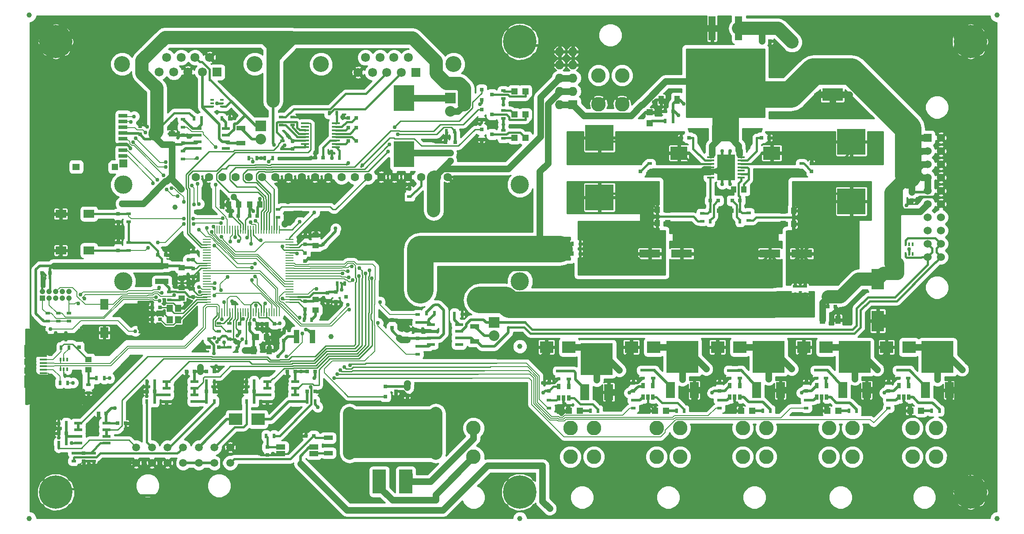
<source format=gbr>
G04 #@! TF.FileFunction,Copper,L1,Top,Mixed*
%FSLAX46Y46*%
G04 Gerber Fmt 4.6, Leading zero omitted, Abs format (unit mm)*
G04 Created by KiCad (PCBNEW 4.0.2-stable) date 4/21/2016 11:29:13 AM*
%MOMM*%
G01*
G04 APERTURE LIST*
%ADD10C,0.100000*%
%ADD11R,1.700000X0.900000*%
%ADD12R,1.050000X1.050000*%
%ADD13C,1.050000*%
%ADD14R,0.800100X0.800100*%
%ADD15R,1.500000X0.280000*%
%ADD16R,0.280000X1.500000*%
%ADD17R,2.032000X2.032000*%
%ADD18O,2.032000X2.032000*%
%ADD19R,0.750000X0.800000*%
%ADD20R,0.800000X0.750000*%
%ADD21R,1.250000X1.000000*%
%ADD22C,1.500000*%
%ADD23R,1.198880X1.198880*%
%ADD24C,1.000000*%
%ADD25R,0.500000X0.900000*%
%ADD26R,0.900000X0.500000*%
%ADD27C,6.400000*%
%ADD28C,0.600000*%
%ADD29R,1.600000X2.000000*%
%ADD30R,2.000000X1.600000*%
%ADD31R,1.500000X0.450000*%
%ADD32R,1.550000X0.600000*%
%ADD33R,2.400300X4.000500*%
%ADD34R,4.000500X2.400300*%
%ADD35R,1.000000X1.600000*%
%ADD36R,1.000000X1.250000*%
%ADD37R,4.000500X1.600200*%
%ADD38R,3.299460X2.499360*%
%ADD39R,2.499360X2.301240*%
%ADD40R,1.651000X3.048000*%
%ADD41R,6.096000X6.096000*%
%ADD42R,0.650000X1.060000*%
%ADD43R,10.800000X9.400000*%
%ADD44R,1.390000X4.600000*%
%ADD45C,1.600000*%
%ADD46C,3.500000*%
%ADD47R,1.727200X1.727200*%
%ADD48O,1.727200X1.727200*%
%ADD49R,1.897380X1.173480*%
%ADD50R,1.897380X2.374900*%
%ADD51R,2.100580X1.473200*%
%ADD52R,1.379220X0.449580*%
%ADD53R,2.500000X4.600000*%
%ADD54R,15.880000X9.400000*%
%ADD55R,1.200000X1.400000*%
%ADD56R,0.398780X0.749300*%
%ADD57R,0.749300X0.398780*%
%ADD58R,2.500000X1.000000*%
%ADD59R,1.000000X2.500000*%
%ADD60R,4.000000X5.000000*%
%ADD61R,1.700000X1.000000*%
%ADD62R,1.678940X0.800100*%
%ADD63R,1.300480X1.290320*%
%ADD64R,1.699260X1.501140*%
%ADD65R,1.501140X1.699260*%
%ADD66R,1.399540X1.290320*%
%ADD67R,1.501140X1.600200*%
%ADD68R,1.524000X1.524000*%
%ADD69C,1.524000*%
%ADD70C,2.800000*%
%ADD71R,5.400040X5.000000*%
%ADD72C,3.050000*%
%ADD73R,1.724000X1.724000*%
%ADD74C,1.724000*%
%ADD75C,0.381000*%
%ADD76R,1.450000X0.450000*%
%ADD77R,3.400000X5.000000*%
%ADD78C,0.762000*%
%ADD79C,1.270000*%
%ADD80C,2.540000*%
%ADD81C,0.508000*%
%ADD82C,0.152400*%
%ADD83C,1.270000*%
%ADD84C,0.381000*%
%ADD85C,0.203200*%
%ADD86C,0.254000*%
%ADD87C,2.540000*%
%ADD88C,0.250000*%
%ADD89C,5.080000*%
%ADD90C,0.190500*%
G04 APERTURE END LIST*
D10*
D11*
X98933000Y-64844000D03*
X98933000Y-67744000D03*
D12*
X60960000Y-97409000D03*
D13*
X62230000Y-97409000D03*
X63500000Y-97409000D03*
X64770000Y-97409000D03*
X66040000Y-97409000D03*
X62230000Y-96139000D03*
X63500000Y-96139000D03*
X64770000Y-96139000D03*
X66040000Y-96139000D03*
X60960000Y-96139000D03*
D14*
X126634240Y-114366000D03*
X126634240Y-116266000D03*
X128633220Y-115316000D03*
D15*
X92430000Y-86202000D03*
X92430000Y-86702000D03*
X92430000Y-87202000D03*
X92430000Y-87702000D03*
X92430000Y-88202000D03*
X92430000Y-88702000D03*
X92430000Y-89202000D03*
X92430000Y-89702000D03*
X92430000Y-90202000D03*
X92430000Y-90702000D03*
X92430000Y-91202000D03*
X92430000Y-91702000D03*
X92430000Y-92202000D03*
X92430000Y-92702000D03*
X92430000Y-93202000D03*
X92430000Y-93702000D03*
X92430000Y-94202000D03*
X92430000Y-94702000D03*
X92430000Y-95202000D03*
X92430000Y-95702000D03*
X92430000Y-96202000D03*
X92430000Y-96702000D03*
X92430000Y-97202000D03*
X92430000Y-97702000D03*
X92430000Y-98202000D03*
D16*
X94330000Y-100102000D03*
X94830000Y-100102000D03*
X95330000Y-100102000D03*
X95830000Y-100102000D03*
X96330000Y-100102000D03*
X96830000Y-100102000D03*
X97330000Y-100102000D03*
X97830000Y-100102000D03*
X98330000Y-100102000D03*
X98830000Y-100102000D03*
X99330000Y-100102000D03*
X99830000Y-100102000D03*
X100330000Y-100102000D03*
X100830000Y-100102000D03*
X101330000Y-100102000D03*
X101830000Y-100102000D03*
X102330000Y-100102000D03*
X102830000Y-100102000D03*
X103330000Y-100102000D03*
X103830000Y-100102000D03*
X104330000Y-100102000D03*
X104830000Y-100102000D03*
X105330000Y-100102000D03*
X105830000Y-100102000D03*
X106330000Y-100102000D03*
D15*
X108230000Y-98202000D03*
X108230000Y-97702000D03*
X108230000Y-97202000D03*
X108230000Y-96702000D03*
X108230000Y-96202000D03*
X108230000Y-95702000D03*
X108230000Y-95202000D03*
X108230000Y-94702000D03*
X108230000Y-94202000D03*
X108230000Y-93702000D03*
X108230000Y-93202000D03*
X108230000Y-92702000D03*
X108230000Y-92202000D03*
X108230000Y-91702000D03*
X108230000Y-91202000D03*
X108230000Y-90702000D03*
X108230000Y-90202000D03*
X108230000Y-89702000D03*
X108230000Y-89202000D03*
X108230000Y-88702000D03*
X108230000Y-88202000D03*
X108230000Y-87702000D03*
X108230000Y-87202000D03*
X108230000Y-86702000D03*
X108230000Y-86202000D03*
D16*
X106330000Y-84302000D03*
X105830000Y-84302000D03*
X105330000Y-84302000D03*
X104830000Y-84302000D03*
X104330000Y-84302000D03*
X103830000Y-84302000D03*
X103330000Y-84302000D03*
X102830000Y-84302000D03*
X102330000Y-84302000D03*
X101830000Y-84302000D03*
X101330000Y-84302000D03*
X100830000Y-84302000D03*
X100330000Y-84302000D03*
X99830000Y-84302000D03*
X99330000Y-84302000D03*
X98830000Y-84302000D03*
X98330000Y-84302000D03*
X97830000Y-84302000D03*
X97330000Y-84302000D03*
X96830000Y-84302000D03*
X96330000Y-84302000D03*
X95830000Y-84302000D03*
X95330000Y-84302000D03*
X94830000Y-84302000D03*
X94330000Y-84302000D03*
D17*
X147447000Y-102108000D03*
D18*
X147447000Y-104648000D03*
D19*
X130810000Y-116066000D03*
X130810000Y-114566000D03*
D20*
X83427000Y-99187000D03*
X81927000Y-99187000D03*
X100596000Y-102362000D03*
X102096000Y-102362000D03*
D21*
X87630000Y-91583000D03*
X87630000Y-93583000D03*
D22*
X96884000Y-129030000D03*
X96884000Y-126030000D03*
X93884000Y-126030000D03*
X93884000Y-129030000D03*
X90884000Y-129030000D03*
X90884000Y-126030000D03*
X87884000Y-126030000D03*
X87884000Y-129030000D03*
X84884000Y-129030000D03*
X84884000Y-126030000D03*
X81884000Y-126030000D03*
X81884000Y-129030000D03*
X78884000Y-126030000D03*
X78884000Y-129030000D03*
D23*
X163863020Y-118999000D03*
X161764980Y-118999000D03*
X180373020Y-118999000D03*
X178274980Y-118999000D03*
X196883020Y-118999000D03*
X194784980Y-118999000D03*
X213393020Y-118999000D03*
X211294980Y-118999000D03*
X229268020Y-118999000D03*
X227169980Y-118999000D03*
D24*
X58420000Y-43180000D03*
X58420000Y-139700000D03*
X243840000Y-139700000D03*
D17*
X102743000Y-64389000D03*
D18*
X102743000Y-66929000D03*
D17*
X139065000Y-59055000D03*
D18*
X139065000Y-61595000D03*
D25*
X139815000Y-65405000D03*
X138315000Y-65405000D03*
D26*
X77470000Y-81292000D03*
X77470000Y-82792000D03*
X77470000Y-88253000D03*
X77470000Y-86753000D03*
D25*
X105017000Y-70612000D03*
X103517000Y-70612000D03*
X101969000Y-70612000D03*
X100469000Y-70612000D03*
D26*
X66040000Y-100342000D03*
X66040000Y-101842000D03*
X64008000Y-100342000D03*
X64008000Y-101842000D03*
X61976000Y-100342000D03*
X61976000Y-101842000D03*
D25*
X64516000Y-106934000D03*
X66016000Y-106934000D03*
D27*
X63500000Y-48260000D03*
D28*
X65900000Y-48260000D03*
X65197056Y-49957056D03*
X63500000Y-50660000D03*
X61802944Y-49957056D03*
X61100000Y-48260000D03*
X61802944Y-46562944D03*
X63500000Y-45860000D03*
X65197056Y-46562944D03*
D27*
X63500000Y-134620000D03*
D28*
X65900000Y-134620000D03*
X65197056Y-136317056D03*
X63500000Y-137020000D03*
X61802944Y-136317056D03*
X61100000Y-134620000D03*
X61802944Y-132922944D03*
X63500000Y-132220000D03*
X65197056Y-132922944D03*
D27*
X152400000Y-134620000D03*
D28*
X154800000Y-134620000D03*
X154097056Y-136317056D03*
X152400000Y-137020000D03*
X150702944Y-136317056D03*
X150000000Y-134620000D03*
X150702944Y-132922944D03*
X152400000Y-132220000D03*
X154097056Y-132922944D03*
D27*
X238760000Y-134620000D03*
D28*
X241160000Y-134620000D03*
X240457056Y-136317056D03*
X238760000Y-137020000D03*
X237062944Y-136317056D03*
X236360000Y-134620000D03*
X237062944Y-132922944D03*
X238760000Y-132220000D03*
X240457056Y-132922944D03*
D26*
X106934000Y-67322000D03*
X106934000Y-68822000D03*
X106680000Y-62750000D03*
X106680000Y-64250000D03*
D25*
X115836000Y-61976000D03*
X117336000Y-61976000D03*
X117844000Y-70485000D03*
X116344000Y-70485000D03*
D26*
X108839000Y-64250000D03*
X108839000Y-62750000D03*
X161798000Y-111391000D03*
X161798000Y-112891000D03*
X177927000Y-111264000D03*
X177927000Y-112764000D03*
X157988000Y-116979000D03*
X157988000Y-118479000D03*
X174117000Y-116979000D03*
X174117000Y-118479000D03*
X159766000Y-111391000D03*
X159766000Y-112891000D03*
X175895000Y-111264000D03*
X175895000Y-112764000D03*
D25*
X167374000Y-118999000D03*
X165874000Y-118999000D03*
X183884000Y-118999000D03*
X182384000Y-118999000D03*
D26*
X194564000Y-111264000D03*
X194564000Y-112764000D03*
X211074000Y-111264000D03*
X211074000Y-112764000D03*
X190627000Y-116979000D03*
X190627000Y-118479000D03*
X207264000Y-116979000D03*
X207264000Y-118479000D03*
X192532000Y-111276000D03*
X192532000Y-112776000D03*
X209169000Y-111264000D03*
X209169000Y-112764000D03*
D25*
X200394000Y-118999000D03*
X198894000Y-118999000D03*
X216904000Y-118999000D03*
X215404000Y-118999000D03*
D26*
X226822000Y-111264000D03*
X226822000Y-112764000D03*
X223012000Y-116979000D03*
X223012000Y-118479000D03*
X224917000Y-111264000D03*
X224917000Y-112764000D03*
D25*
X232767000Y-118999000D03*
X231267000Y-118999000D03*
X113145000Y-117221000D03*
X111645000Y-117221000D03*
X100001422Y-117221000D03*
X101501422Y-117221000D03*
X101461000Y-113411000D03*
X99961000Y-113411000D03*
X80911000Y-117221000D03*
X82411000Y-117221000D03*
X82411000Y-113411000D03*
X80911000Y-113411000D03*
X93841000Y-117221000D03*
X92341000Y-117221000D03*
X103771000Y-123825000D03*
X105271000Y-123825000D03*
X92341000Y-113411000D03*
X93841000Y-113411000D03*
D11*
X115697000Y-124206000D03*
X115697000Y-127106000D03*
D25*
X64020000Y-125222000D03*
X65520000Y-125222000D03*
X65520000Y-121412000D03*
X64020000Y-121412000D03*
D26*
X66929000Y-128639000D03*
X66929000Y-127139000D03*
X70739000Y-127139000D03*
X70739000Y-128639000D03*
X106045000Y-80415000D03*
X106045000Y-81915000D03*
D25*
X118860000Y-94615000D03*
X117360000Y-94615000D03*
D26*
X85217000Y-96278000D03*
X85217000Y-97778000D03*
D25*
X111010000Y-101600000D03*
X112510000Y-101600000D03*
X72759000Y-112776000D03*
X71259000Y-112776000D03*
D26*
X94742000Y-102247000D03*
X94742000Y-103747000D03*
X96774000Y-102247000D03*
X96774000Y-103747000D03*
D25*
X99937000Y-105918000D03*
X98437000Y-105918000D03*
D26*
X96774000Y-106795000D03*
X96774000Y-105295000D03*
D29*
X72771000Y-104046000D03*
X72771000Y-98646000D03*
D30*
X64450000Y-81280000D03*
X69850000Y-81280000D03*
X64450000Y-88265000D03*
X69850000Y-88265000D03*
D31*
X117138999Y-68490000D03*
X117138999Y-67840000D03*
X117138999Y-67190000D03*
X117138999Y-66540000D03*
X117138999Y-65890000D03*
X117138999Y-65240000D03*
X117138999Y-64590000D03*
X117138999Y-63940000D03*
X111238999Y-63940000D03*
X111238999Y-64590000D03*
X111238999Y-65240000D03*
X111238999Y-65890000D03*
X111238999Y-66540000D03*
X111238999Y-67190000D03*
X111238999Y-67840000D03*
X111238999Y-68490000D03*
D32*
X135349000Y-102489000D03*
X135349000Y-103759000D03*
X135349000Y-105029000D03*
X135349000Y-106299000D03*
X140749000Y-106299000D03*
X140749000Y-105029000D03*
X140749000Y-103759000D03*
X140749000Y-102489000D03*
X90632333Y-64942000D03*
X90632333Y-66212000D03*
X90632333Y-67482000D03*
X90632333Y-68752000D03*
X96032333Y-68752000D03*
X96032333Y-67482000D03*
X96032333Y-66212000D03*
X96032333Y-64942000D03*
D19*
X67945000Y-106795000D03*
X67945000Y-105295000D03*
X227457000Y-78613000D03*
X227457000Y-77113000D03*
D20*
X62345000Y-92633800D03*
X60845000Y-92633800D03*
D19*
X79629000Y-66028000D03*
X79629000Y-64528000D03*
D21*
X85725000Y-67929000D03*
X85725000Y-65929000D03*
D33*
X220980000Y-93789500D03*
X220980000Y-101790500D03*
D34*
X204279500Y-58420000D03*
X212280500Y-58420000D03*
D20*
X181725000Y-61595000D03*
X180225000Y-61595000D03*
X198767000Y-48133000D03*
X200267000Y-48133000D03*
D35*
X190476000Y-66675000D03*
X187476000Y-66675000D03*
X196064000Y-66675000D03*
X193064000Y-66675000D03*
D20*
X184785000Y-66675000D03*
X183285000Y-66675000D03*
X198640000Y-66675000D03*
X200140000Y-66675000D03*
D19*
X175514000Y-71640000D03*
X175514000Y-73140000D03*
X208280000Y-71640000D03*
X208280000Y-73140000D03*
D36*
X178705000Y-83058000D03*
X180705000Y-83058000D03*
X178705000Y-80518000D03*
X180705000Y-80518000D03*
D37*
X177289460Y-88900000D03*
X183390540Y-88900000D03*
D36*
X195310000Y-76581000D03*
X193310000Y-76581000D03*
D37*
X206377540Y-88900000D03*
X200276460Y-88900000D03*
D36*
X204835000Y-83185000D03*
X202835000Y-83185000D03*
X204835000Y-80645000D03*
X202835000Y-80645000D03*
D20*
X188861000Y-78740000D03*
X190361000Y-78740000D03*
X194552000Y-78740000D03*
X193052000Y-78740000D03*
D19*
X108839000Y-67322000D03*
X108839000Y-68822000D03*
D20*
X121019000Y-67310000D03*
X119519000Y-67310000D03*
X114669000Y-70485000D03*
X113169000Y-70485000D03*
X119519000Y-64770000D03*
X121019000Y-64770000D03*
X121019000Y-62865000D03*
X119519000Y-62865000D03*
D21*
X130810000Y-105394000D03*
X130810000Y-103394000D03*
D19*
X127889000Y-103112000D03*
X127889000Y-101612000D03*
X132842000Y-105144000D03*
X132842000Y-103644000D03*
X87884000Y-67679000D03*
X87884000Y-66179000D03*
X75438000Y-81292000D03*
X75438000Y-82792000D03*
X75438000Y-88253000D03*
X75438000Y-86753000D03*
X157988000Y-115177000D03*
X157988000Y-113677000D03*
X174117000Y-115177000D03*
X174117000Y-113677000D03*
X190627000Y-115177000D03*
X190627000Y-113677000D03*
X207264000Y-115177000D03*
X207264000Y-113677000D03*
X223012000Y-115177000D03*
X223012000Y-113677000D03*
D20*
X107835000Y-111506000D03*
X109335000Y-111506000D03*
X113145000Y-111506000D03*
X111645000Y-111506000D03*
X101473000Y-115316000D03*
X99973000Y-115316000D03*
X111645000Y-115316000D03*
X113145000Y-115316000D03*
X71640000Y-119507000D03*
X73140000Y-119507000D03*
X82411000Y-115316000D03*
X80911000Y-115316000D03*
X88531000Y-111506000D03*
X90031000Y-111506000D03*
D19*
X104013000Y-125996000D03*
X104013000Y-127496000D03*
D20*
X92341000Y-115316000D03*
X93841000Y-115316000D03*
X76823000Y-121412000D03*
X75323000Y-121412000D03*
X112891000Y-123825000D03*
X111391000Y-123825000D03*
X65520000Y-123317000D03*
X64020000Y-123317000D03*
X93841000Y-111506000D03*
X92341000Y-111506000D03*
D19*
X68834000Y-127139000D03*
X68834000Y-128639000D03*
X115570000Y-96405000D03*
X115570000Y-97905000D03*
D20*
X83058000Y-89154000D03*
X84558000Y-89154000D03*
D19*
X89789000Y-97143000D03*
X89789000Y-95643000D03*
D21*
X87630000Y-97393000D03*
X87630000Y-95393000D03*
D19*
X111252000Y-99556000D03*
X111252000Y-98056000D03*
X107188000Y-105537000D03*
X107188000Y-104037000D03*
D21*
X113284000Y-99679000D03*
X113284000Y-97679000D03*
D20*
X83427000Y-101473000D03*
X81927000Y-101473000D03*
X98438524Y-81669000D03*
X96938524Y-81669000D03*
D19*
X89797000Y-91760476D03*
X89797000Y-93260476D03*
X111252000Y-87110000D03*
X111252000Y-85610000D03*
D36*
X98536000Y-79502000D03*
X96536000Y-79502000D03*
D21*
X113284000Y-87360000D03*
X113284000Y-85360000D03*
D36*
X101870000Y-104902000D03*
X103870000Y-104902000D03*
D35*
X101370000Y-107442000D03*
X104370000Y-107442000D03*
D19*
X94742000Y-106795000D03*
X94742000Y-105295000D03*
D20*
X105398000Y-102362000D03*
X103898000Y-102362000D03*
D19*
X98679000Y-103874000D03*
X98679000Y-102374000D03*
X89789000Y-90031000D03*
X89789000Y-88531000D03*
X111252000Y-88785000D03*
X111252000Y-90285000D03*
D20*
X100596000Y-81661000D03*
X102096000Y-81661000D03*
D36*
X100600000Y-79502000D03*
X102600000Y-79502000D03*
D19*
X92837000Y-105295000D03*
X92837000Y-106795000D03*
D38*
X182880000Y-69623940D03*
X182880000Y-76426060D03*
X200660000Y-69623940D03*
X200660000Y-76426060D03*
D23*
X151350980Y-57785000D03*
X153449020Y-57785000D03*
X151350980Y-62230000D03*
X153449020Y-62230000D03*
X151350980Y-66675000D03*
X153449020Y-66675000D03*
X177292000Y-63914020D03*
X177292000Y-61815980D03*
D39*
X161787840Y-106807000D03*
X157490160Y-106807000D03*
X178043840Y-106807000D03*
X173746160Y-106807000D03*
X194553840Y-106807000D03*
X190256160Y-106807000D03*
X211063840Y-106807000D03*
X206766160Y-106807000D03*
X226938840Y-106807000D03*
X222641160Y-106807000D03*
X97927160Y-120650000D03*
X102224840Y-120650000D03*
D14*
X140015000Y-67579240D03*
X138115000Y-67579240D03*
X139065000Y-69578220D03*
X145049240Y-57470000D03*
X145049240Y-59370000D03*
X147048220Y-58420000D03*
X145049240Y-61280000D03*
X145049240Y-63180000D03*
X147048220Y-62230000D03*
X145049240Y-65090000D03*
X145049240Y-66990000D03*
X147048220Y-66040000D03*
D40*
X164846000Y-115443000D03*
D41*
X167132000Y-109093000D03*
D40*
X169418000Y-115443000D03*
X181229000Y-115062000D03*
D41*
X183515000Y-108712000D03*
D40*
X185801000Y-115062000D03*
X197739000Y-115062000D03*
D41*
X200025000Y-108712000D03*
D40*
X202311000Y-115062000D03*
X214249000Y-115062000D03*
D41*
X216535000Y-108712000D03*
D40*
X218821000Y-115062000D03*
X230124000Y-115062000D03*
D41*
X232410000Y-108712000D03*
D40*
X234696000Y-115062000D03*
D25*
X163945000Y-86995000D03*
X162445000Y-86995000D03*
D26*
X205105000Y-95135000D03*
X205105000Y-96635000D03*
D25*
X163945000Y-88900000D03*
X162445000Y-88900000D03*
D26*
X207010000Y-95135000D03*
X207010000Y-96635000D03*
X187325000Y-82665000D03*
X187325000Y-81165000D03*
X196215000Y-82550000D03*
X196215000Y-81050000D03*
X177292000Y-71640000D03*
X177292000Y-73140000D03*
X206375000Y-71640000D03*
X206375000Y-73140000D03*
D25*
X188873000Y-80645000D03*
X190373000Y-80645000D03*
X194552000Y-80645000D03*
X193052000Y-80645000D03*
X188861000Y-82677000D03*
X190361000Y-82677000D03*
X194552000Y-82677000D03*
X193052000Y-82677000D03*
X134505000Y-100330000D03*
X136005000Y-100330000D03*
D26*
X132842000Y-102096000D03*
X132842000Y-100596000D03*
X132842000Y-106692000D03*
X132842000Y-108192000D03*
D25*
X139839000Y-100457000D03*
X141339000Y-100457000D03*
X89928000Y-62992000D03*
X91428000Y-62992000D03*
D26*
X87884000Y-63131000D03*
X87884000Y-64631000D03*
X87884000Y-69215000D03*
X87884000Y-70715000D03*
D25*
X95262000Y-62992000D03*
X96762000Y-62992000D03*
D26*
X149225000Y-59170000D03*
X149225000Y-57670000D03*
X149225000Y-62980000D03*
X149225000Y-61480000D03*
X149225000Y-65290000D03*
X149225000Y-66790000D03*
D25*
X181725000Y-63500000D03*
X180225000Y-63500000D03*
D26*
X131191000Y-77966000D03*
X131191000Y-76466000D03*
D42*
X159832000Y-116543000D03*
X160782000Y-116543000D03*
X161732000Y-116543000D03*
X161732000Y-114343000D03*
X159832000Y-114343000D03*
X175961000Y-116416000D03*
X176911000Y-116416000D03*
X177861000Y-116416000D03*
X177861000Y-114216000D03*
X175961000Y-114216000D03*
X192598000Y-116416000D03*
X193548000Y-116416000D03*
X194498000Y-116416000D03*
X194498000Y-114216000D03*
X192598000Y-114216000D03*
X209235000Y-116416000D03*
X210185000Y-116416000D03*
X211135000Y-116416000D03*
X211135000Y-114216000D03*
X209235000Y-114216000D03*
X224983000Y-116416000D03*
X225933000Y-116416000D03*
X226883000Y-116416000D03*
X226883000Y-114216000D03*
X224983000Y-114216000D03*
D32*
X103980000Y-113411000D03*
X103980000Y-114681000D03*
X103980000Y-115951000D03*
X103980000Y-117221000D03*
X109380000Y-117221000D03*
X109380000Y-115951000D03*
X109380000Y-114681000D03*
X109380000Y-113411000D03*
X84676000Y-113411000D03*
X84676000Y-114681000D03*
X84676000Y-115951000D03*
X84676000Y-117221000D03*
X90076000Y-117221000D03*
X90076000Y-115951000D03*
X90076000Y-114681000D03*
X90076000Y-113411000D03*
X67785000Y-121412000D03*
X67785000Y-122682000D03*
X67785000Y-123952000D03*
X67785000Y-125222000D03*
X73185000Y-125222000D03*
X73185000Y-123952000D03*
X73185000Y-122682000D03*
X73185000Y-121412000D03*
D14*
X117109240Y-96205000D03*
X117109240Y-98105000D03*
X119108220Y-97155000D03*
D27*
X238760000Y-48260000D03*
D28*
X241160000Y-48260000D03*
X240457056Y-49957056D03*
X238760000Y-50660000D03*
X237062944Y-49957056D03*
X236360000Y-48260000D03*
X237062944Y-46562944D03*
X238760000Y-45860000D03*
X240457056Y-46562944D03*
D27*
X152400000Y-48260000D03*
D28*
X154800000Y-48260000D03*
X154097056Y-49957056D03*
X152400000Y-50660000D03*
X150702944Y-49957056D03*
X150000000Y-48260000D03*
X150702944Y-46562944D03*
X152400000Y-45860000D03*
X154097056Y-46562944D03*
D35*
X179475000Y-59436000D03*
X182475000Y-59436000D03*
D20*
X211340000Y-99060000D03*
X212840000Y-99060000D03*
D35*
X213360000Y-101600000D03*
X210360000Y-101600000D03*
D43*
X191770000Y-54870000D03*
D44*
X189230000Y-45720000D03*
X194310000Y-45720000D03*
D24*
X152400000Y-139700000D03*
X152400000Y-106680000D03*
X243840000Y-43180000D03*
D45*
X90270000Y-74192000D03*
X92810000Y-74192000D03*
X95350000Y-74192000D03*
X97890000Y-74192000D03*
X100430000Y-74192000D03*
X102970000Y-74192000D03*
X105510000Y-74192000D03*
X108050000Y-74192000D03*
X110590000Y-74192000D03*
X113130000Y-74192000D03*
X115670000Y-74192000D03*
X118210000Y-74192000D03*
X120750000Y-74192000D03*
X123290000Y-74192000D03*
X125830000Y-74192000D03*
X128370000Y-74192000D03*
X130910000Y-74192000D03*
X133450000Y-74192000D03*
X135990000Y-74192000D03*
X138530000Y-74192000D03*
D46*
X76400000Y-75692000D03*
X152400000Y-75692000D03*
X76400000Y-94192000D03*
X152400000Y-94192000D03*
D47*
X162560000Y-60325000D03*
D48*
X160020000Y-60325000D03*
X162560000Y-57785000D03*
X160020000Y-57785000D03*
X162560000Y-55245000D03*
X160020000Y-55245000D03*
X162560000Y-52705000D03*
X160020000Y-52705000D03*
X162560000Y-50165000D03*
X160020000Y-50165000D03*
D49*
X58420000Y-109651800D03*
X58420000Y-111328200D03*
D50*
X58420000Y-113403380D03*
X58420000Y-107576620D03*
D51*
X60718700Y-112951260D03*
X60718700Y-108028740D03*
D52*
X61079380Y-109189520D03*
X61079380Y-109839760D03*
X61079380Y-110490000D03*
X61079380Y-111140240D03*
X61079380Y-111790480D03*
D53*
X130516000Y-132588000D03*
D54*
X128016000Y-123438000D03*
D53*
X125476000Y-132588000D03*
D55*
X85306000Y-99357000D03*
X85306000Y-101557000D03*
X86906000Y-99357000D03*
X86906000Y-101557000D03*
D56*
X226298760Y-88960960D03*
X226949000Y-88960960D03*
X227599240Y-88960960D03*
X227599240Y-87061040D03*
X226949000Y-87061040D03*
X226298760Y-87061040D03*
D57*
X95310960Y-60721240D03*
X95310960Y-60071000D03*
X95310960Y-59420760D03*
X93411040Y-59420760D03*
X93411040Y-60071000D03*
X93411040Y-60721240D03*
D56*
X64373760Y-111058960D03*
X65024000Y-111058960D03*
X65674240Y-111058960D03*
X65674240Y-109159040D03*
X65024000Y-109159040D03*
X64373760Y-109159040D03*
D21*
X69723000Y-111172500D03*
X69723000Y-109172500D03*
D58*
X83820000Y-94210000D03*
X83820000Y-91210000D03*
D59*
X112625000Y-104775000D03*
X109625000Y-104775000D03*
D60*
X130175000Y-69855000D03*
X130175000Y-59055000D03*
D24*
X86360000Y-80010000D03*
X116205000Y-104775000D03*
D61*
X106603000Y-125984000D03*
X112903000Y-125984000D03*
X106603000Y-127254000D03*
X112903000Y-127254000D03*
D11*
X143764000Y-102817000D03*
X143764000Y-105717000D03*
D25*
X65774000Y-113665000D03*
X64274000Y-113665000D03*
D62*
X76354940Y-70187820D03*
X76354940Y-69088000D03*
X76354940Y-67988180D03*
X76354940Y-66888360D03*
X76354940Y-65786000D03*
X76354940Y-64686180D03*
X76354940Y-63586360D03*
X76354940Y-62486540D03*
D63*
X74795380Y-72242680D03*
D64*
X61595000Y-72136000D03*
D65*
X76446380Y-58938160D03*
D66*
X67396360Y-72242680D03*
D64*
X61595000Y-58638440D03*
D67*
X76446380Y-71597520D03*
D26*
X69723000Y-114058000D03*
X69723000Y-115558000D03*
D68*
X230505000Y-66675000D03*
D69*
X233045000Y-66675000D03*
X230505000Y-69215000D03*
X233045000Y-69215000D03*
X230505000Y-71755000D03*
X233045000Y-71755000D03*
X230505000Y-74295000D03*
X233045000Y-74295000D03*
X230505000Y-76835000D03*
X233045000Y-76835000D03*
X230505000Y-79375000D03*
X233045000Y-79375000D03*
X230505000Y-81915000D03*
X233045000Y-81915000D03*
X230505000Y-84455000D03*
X233045000Y-84455000D03*
X230505000Y-86995000D03*
X233045000Y-86995000D03*
X230505000Y-89535000D03*
X233045000Y-89535000D03*
D70*
X171970000Y-60240000D03*
X171970000Y-54740000D03*
X167470000Y-60240000D03*
X167470000Y-54740000D03*
X143510000Y-122345000D03*
X143510000Y-127845000D03*
X162064000Y-122345000D03*
X162064000Y-127845000D03*
X166564000Y-122345000D03*
X166564000Y-127845000D03*
X211594000Y-122345000D03*
X211594000Y-127845000D03*
X216094000Y-122345000D03*
X216094000Y-127845000D03*
X178574000Y-122345000D03*
X178574000Y-127845000D03*
X183074000Y-122345000D03*
X183074000Y-127845000D03*
X195084000Y-122345000D03*
X195084000Y-127845000D03*
X199584000Y-122345000D03*
X199584000Y-127845000D03*
X227620000Y-122345000D03*
X227620000Y-127845000D03*
X232120000Y-122345000D03*
X232120000Y-127845000D03*
D71*
X167640000Y-66675000D03*
X167640000Y-78105000D03*
X215900000Y-67437000D03*
X215900000Y-78867000D03*
D72*
X139700000Y-52578000D03*
X114300000Y-52578000D03*
D73*
X132461000Y-54142400D03*
D74*
X129667000Y-54142400D03*
X126873000Y-54142400D03*
X124206000Y-54142400D03*
X121412000Y-54142400D03*
X122809000Y-51308000D03*
X125603000Y-51308000D03*
X128270000Y-51308000D03*
X131064000Y-51308000D03*
D72*
X101600000Y-52537600D03*
X76200000Y-52537600D03*
D73*
X94361000Y-54102000D03*
D74*
X91567000Y-54102000D03*
X88773000Y-54102000D03*
X86106000Y-54102000D03*
X83312000Y-54102000D03*
X84709000Y-51267600D03*
X87503000Y-51267600D03*
X90170000Y-51267600D03*
X92964000Y-51267600D03*
D75*
X191111000Y-70846400D03*
D76*
X188923000Y-70395000D03*
X188923000Y-71045000D03*
X188923000Y-71695000D03*
X188923000Y-72345000D03*
X188923000Y-72995000D03*
X188923000Y-73645000D03*
X188923000Y-74295000D03*
X194823000Y-74295000D03*
X194823000Y-73645000D03*
X194823000Y-72995000D03*
X194823000Y-72345000D03*
X194823000Y-71695000D03*
X194823000Y-71045000D03*
X194823000Y-70395000D03*
D77*
X191873000Y-72345000D03*
D75*
X192611000Y-70846400D03*
X191111000Y-72346400D03*
X192611000Y-72346400D03*
X191111000Y-73846400D03*
X192611000Y-73846400D03*
D78*
X192659000Y-75565000D03*
X191135000Y-75565000D03*
X192659000Y-69215000D03*
X191135000Y-69215000D03*
X85725000Y-64008000D03*
D79*
X216027000Y-46609000D03*
D78*
X98044000Y-55245000D03*
X88011000Y-58420000D03*
D79*
X187325000Y-126365000D03*
X220345000Y-127000000D03*
X203200000Y-125730000D03*
X170815000Y-126365000D03*
D78*
X150876000Y-126746000D03*
X151257000Y-120777000D03*
X145923000Y-116332000D03*
X156743464Y-113665000D03*
D79*
X228447600Y-52057300D03*
D78*
X84215767Y-98446791D03*
X65239900Y-112217200D03*
X99352987Y-101419245D03*
X94234000Y-110490000D03*
X226949000Y-88011000D03*
X226441000Y-79629000D03*
X86233000Y-95237248D03*
X88519000Y-98552000D03*
X76708000Y-100076000D03*
X79883000Y-100457000D03*
X81661000Y-102616000D03*
X72390000Y-106299000D03*
X114935000Y-116205000D03*
X105918000Y-116967000D03*
X98298000Y-116078000D03*
X95250000Y-116205000D03*
X84455000Y-118491000D03*
X80911000Y-116193000D03*
X76835000Y-122682000D03*
X64020000Y-124194000D03*
X66548000Y-125222000D03*
X67945000Y-129540000D03*
X159766000Y-119253000D03*
X172466000Y-113792000D03*
X221742000Y-113538000D03*
X189230000Y-113538000D03*
X205867000Y-113538000D03*
X113157000Y-69469000D03*
X116332000Y-69342000D03*
X107950000Y-66294000D03*
X110363000Y-62738000D03*
X118364000Y-62738000D03*
X61341000Y-93599000D03*
X75438000Y-84709000D03*
X94361000Y-60071000D03*
X77786601Y-68735953D03*
X81023637Y-64603335D03*
X94361000Y-105791000D03*
X91313000Y-106807000D03*
X99186743Y-105282905D03*
X102997000Y-103251000D03*
X101473000Y-101600000D03*
X101830000Y-98820020D03*
X103623620Y-98433380D03*
X106934000Y-97536000D03*
X70485000Y-121920000D03*
X59690000Y-104140000D03*
X61595000Y-104140000D03*
X63500000Y-104140000D03*
X65405000Y-104140000D03*
X65405000Y-105410000D03*
X63500000Y-105410000D03*
X61595000Y-105410000D03*
X59690000Y-105410000D03*
X175768000Y-94361000D03*
X157861000Y-93345000D03*
X149098000Y-92710000D03*
X139192000Y-92964000D03*
X139319000Y-96393000D03*
X90043000Y-101981000D03*
X83820000Y-105029000D03*
D79*
X170688000Y-132842000D03*
X186817000Y-132715000D03*
X203708000Y-132842000D03*
X221615000Y-132715000D03*
X129540000Y-85725000D03*
X121285000Y-86360000D03*
X123825000Y-78105000D03*
X71755000Y-46990000D03*
X158115000Y-47625000D03*
X145415000Y-47625000D03*
X147955000Y-78105000D03*
X156400500Y-109029500D03*
X101981000Y-137160000D03*
X88900000Y-133985000D03*
X77470000Y-133985000D03*
X71755000Y-133985000D03*
D78*
X106045000Y-106045000D03*
X107315000Y-83185000D03*
X110490000Y-81280000D03*
X107950000Y-78740000D03*
X95250000Y-80010000D03*
X135890000Y-67310000D03*
X74295000Y-70485000D03*
X69850000Y-72390000D03*
X65405000Y-72390000D03*
X74295000Y-59055000D03*
X69850000Y-59055000D03*
X65405000Y-59055000D03*
X65405000Y-116903500D03*
X65405000Y-115570000D03*
X63500000Y-116840000D03*
X61595000Y-116840000D03*
X59690000Y-116840000D03*
X85788500Y-89090500D03*
X132016500Y-116014500D03*
X96528420Y-78519000D03*
D79*
X209232500Y-58674000D03*
D78*
X97282000Y-97980500D03*
X102489000Y-127254000D03*
X109855000Y-123825000D03*
D80*
X224409000Y-102616000D03*
D78*
X214376000Y-100076000D03*
X102560128Y-78414853D03*
X64135000Y-80010000D03*
X64135000Y-89535000D03*
X129540000Y-102235000D03*
X63500000Y-115570000D03*
X61595000Y-115570000D03*
X59690000Y-115570000D03*
X111898927Y-89785744D03*
D79*
X238760000Y-58420000D03*
X238760000Y-68580000D03*
X238760000Y-78740000D03*
X238760000Y-88900000D03*
X238760000Y-99695000D03*
D78*
X144780000Y-60298948D03*
X144780000Y-64108948D03*
X144780000Y-67945000D03*
X107848400Y-113385600D03*
X97790000Y-62992000D03*
X142240000Y-100457000D03*
X114737146Y-97352854D03*
X116642145Y-99257855D03*
X113030000Y-112776000D03*
X86360000Y-93599000D03*
X88888000Y-88531000D03*
X71628000Y-120396000D03*
X88519000Y-112522000D03*
X114427000Y-85344000D03*
X186055000Y-65405000D03*
X197485000Y-65405000D03*
X196215000Y-68580000D03*
X187325000Y-68580000D03*
D79*
X186911337Y-45121314D03*
X191135000Y-45720000D03*
X200660000Y-73406000D03*
X200660000Y-78867000D03*
X197739000Y-76327000D03*
X182880000Y-73406000D03*
X186182000Y-76327000D03*
X182880000Y-78867000D03*
D78*
X191770000Y-77343000D03*
X191706500Y-80708500D03*
X191706500Y-82613500D03*
X184785000Y-90424000D03*
X182118000Y-90424000D03*
X183388000Y-90424000D03*
X184785000Y-87503000D03*
X182118000Y-87503000D03*
X183390540Y-87505540D03*
X201676000Y-87503000D03*
X200279000Y-87503000D03*
X198882000Y-87503000D03*
X198882000Y-90424000D03*
X200279000Y-90424000D03*
X201676000Y-90424000D03*
D79*
X193675000Y-90805000D03*
X191770000Y-90805000D03*
X189865000Y-90805000D03*
X189865000Y-88900000D03*
X191770000Y-88900000D03*
X193675000Y-88900000D03*
X212217000Y-60833000D03*
X215519000Y-58420000D03*
D78*
X178816000Y-61849000D03*
X178054000Y-59817000D03*
X210439000Y-117729000D03*
X193929000Y-117602000D03*
X177292000Y-117919500D03*
X161036000Y-117729000D03*
D79*
X169418000Y-117856000D03*
X185801000Y-117602000D03*
X202311000Y-117602000D03*
X218821000Y-117602000D03*
X234696000Y-117729000D03*
D78*
X226441000Y-117729000D03*
D79*
X236855000Y-115062000D03*
X221932500Y-108966000D03*
X205549500Y-109093000D03*
X220726000Y-115062000D03*
X204216000Y-115062000D03*
X189484000Y-109093000D03*
X187769500Y-115062000D03*
X171386500Y-115443000D03*
X172656500Y-108966000D03*
X158087001Y-137767001D03*
X223520000Y-90805000D03*
X223520000Y-92710000D03*
X224790000Y-90805000D03*
X224790000Y-92710000D03*
D78*
X156845000Y-115570000D03*
X173355000Y-115570000D03*
X189230000Y-115570000D03*
X222250000Y-115570000D03*
X206375000Y-115570000D03*
D79*
X185420000Y-51000020D03*
X196850000Y-60960000D03*
X194310000Y-60960000D03*
X191770000Y-60960000D03*
X189230000Y-60960000D03*
X186690000Y-60960000D03*
X185420000Y-58420000D03*
X185420000Y-55880000D03*
X185420000Y-53340000D03*
X198120000Y-58420000D03*
X198120000Y-55880000D03*
X198120000Y-53340000D03*
X198120000Y-50800000D03*
D78*
X183769000Y-60198000D03*
X182753000Y-62357000D03*
D79*
X139065000Y-71117000D03*
D78*
X118287800Y-95834200D03*
X93833598Y-105029000D03*
X114681000Y-87096000D03*
X113665000Y-118300500D03*
X106045000Y-108585000D03*
D79*
X87543453Y-76481612D03*
X97602637Y-78048866D03*
D78*
X130873500Y-113728500D03*
X105286421Y-68015225D03*
D79*
X76200000Y-79311500D03*
X73088500Y-91210000D03*
D78*
X93789500Y-108013500D03*
X102870000Y-70612000D03*
X107315000Y-68105402D03*
D79*
X135890000Y-80645000D03*
D78*
X74803000Y-118491000D03*
X149225000Y-64135000D03*
X149225000Y-60325000D03*
D80*
X144780000Y-97790000D03*
D78*
X117094000Y-84074000D03*
X129286000Y-105029000D03*
X110490000Y-111506000D03*
X91186000Y-110617000D03*
X99695000Y-107442000D03*
X89814400Y-82194400D03*
X88036400Y-82219800D03*
X95429874Y-82137188D03*
X101777800Y-82569402D03*
X89890600Y-83185000D03*
X88011000Y-83210400D03*
X95148400Y-83007200D03*
X100812600Y-82829400D03*
X83058000Y-86741000D03*
X81127600Y-87757000D03*
X111252000Y-100558600D03*
X111429800Y-103403400D03*
X95694980Y-98183813D03*
X95758000Y-105918000D03*
X101346000Y-80772000D03*
X88836500Y-90043000D03*
X106426000Y-102235000D03*
X106934000Y-87503000D03*
X98298000Y-104584500D03*
D80*
X133350000Y-95885000D03*
D78*
X86182200Y-96862880D03*
X93853000Y-96901000D03*
D79*
X171450000Y-111252000D03*
X167132000Y-113093500D03*
X220853000Y-111125000D03*
X216535000Y-112903000D03*
X188087000Y-110998000D03*
X183515000Y-113030000D03*
X204470000Y-110998000D03*
X200025000Y-112903000D03*
X237109000Y-111125000D03*
X232410000Y-113030000D03*
D78*
X127127000Y-69342000D03*
X129032000Y-66040000D03*
X127381000Y-67945000D03*
X128397000Y-64643000D03*
X122264220Y-71918770D03*
X119507000Y-71501000D03*
X104251321Y-71285520D03*
X101241145Y-71299006D03*
X109728000Y-88900000D03*
X91040768Y-96202000D03*
X83820000Y-96393000D03*
X67818000Y-98425000D03*
X68961000Y-97536000D03*
X82677000Y-97231170D03*
X93853000Y-95567500D03*
X83327431Y-97935647D03*
X93916500Y-94551500D03*
X125603000Y-98171000D03*
X119456200Y-98704400D03*
X125190234Y-102210186D03*
X119659400Y-99618800D03*
X90899976Y-95298492D03*
X83312000Y-95377000D03*
X68199000Y-96710500D03*
X95278565Y-101470671D03*
X73787000Y-112776000D03*
X84137500Y-73850500D03*
X85661500Y-76327000D03*
X88011000Y-78930500D03*
X93853000Y-87376000D03*
X101092000Y-93980000D03*
X101092000Y-91567000D03*
X90932000Y-84328000D03*
X80645000Y-65659000D03*
X101663229Y-93265964D03*
X101663229Y-90852964D03*
X90551000Y-70612000D03*
X113411000Y-95631000D03*
X110226598Y-101193600D03*
X110693200Y-104165400D03*
X107696000Y-108565533D03*
X112302023Y-114473606D03*
X84516638Y-72262138D03*
X89535000Y-75869800D03*
X89966800Y-79476600D03*
X92405200Y-83972400D03*
X78305947Y-67560466D03*
X77851000Y-63627000D03*
X84556600Y-71348600D03*
X90644728Y-75471664D03*
X90932000Y-79375000D03*
X93345000Y-84734400D03*
X78816710Y-66802000D03*
X78486000Y-62611000D03*
X82105500Y-75438000D03*
X93656598Y-83693000D03*
X120381287Y-93945002D03*
X124031380Y-93591006D03*
X121557414Y-93215477D03*
X119617491Y-93442246D03*
X122853572Y-92719691D03*
X118452900Y-92671900D03*
X123542573Y-92118503D03*
X119473055Y-92223025D03*
X120192800Y-91363800D03*
X121615200Y-91643200D03*
X82931000Y-74776330D03*
X84709000Y-76581000D03*
X86817200Y-77901800D03*
X95216721Y-85682179D03*
X113012000Y-81026000D03*
X110236000Y-82804000D03*
X102743000Y-86360000D03*
X119820629Y-110274041D03*
X100899119Y-86996322D03*
X117424761Y-112009503D03*
X100130982Y-85853611D03*
X118745000Y-110617000D03*
X98480191Y-86522877D03*
X118029319Y-111252000D03*
X97830000Y-85722650D03*
X116840000Y-112712500D03*
X96901000Y-86614000D03*
X78740000Y-103759000D03*
X62484000Y-103378000D03*
X66802000Y-113665000D03*
X95123000Y-95885000D03*
X96393000Y-93345000D03*
X94107000Y-68444549D03*
X94107000Y-75692000D03*
D80*
X204524611Y-48355251D03*
D79*
X136271000Y-119507000D03*
X136271000Y-121412000D03*
X136271000Y-123317000D03*
X136271000Y-125222000D03*
X136271000Y-127127000D03*
X119761000Y-119507000D03*
X119761000Y-121412000D03*
X119761000Y-123317000D03*
X119761000Y-125222000D03*
X119761000Y-127127000D03*
D81*
X192611000Y-73846400D02*
X192611000Y-75517000D01*
X192611000Y-75517000D02*
X192659000Y-75565000D01*
X191111000Y-73846400D02*
X191111000Y-75541000D01*
X191111000Y-75541000D02*
X191135000Y-75565000D01*
X192611000Y-70846400D02*
X192611000Y-69263000D01*
X192611000Y-69263000D02*
X192659000Y-69215000D01*
X191111000Y-70846400D02*
X191111000Y-69239000D01*
X191111000Y-69239000D02*
X191135000Y-69215000D01*
X185689000Y-73645000D02*
X186055000Y-73279000D01*
X186055000Y-73279000D02*
X186756000Y-73279000D01*
X188923000Y-73645000D02*
X185689000Y-73645000D01*
X186756000Y-73279000D02*
X187855040Y-73279000D01*
X187855040Y-73279000D02*
X188149450Y-72984590D01*
X188149450Y-72984590D02*
X188923000Y-72984590D01*
X188923000Y-72345000D02*
X187690000Y-72345000D01*
X187690000Y-72345000D02*
X186756000Y-73279000D01*
X85725000Y-65929000D02*
X85725000Y-64008000D01*
D82*
X228447600Y-52057300D02*
X222999300Y-46609000D01*
X222999300Y-46609000D02*
X216027000Y-46609000D01*
D83*
X88773000Y-54269400D02*
X88773000Y-57658000D01*
X88773000Y-57658000D02*
X88011000Y-58420000D01*
D82*
X186817000Y-132715000D02*
X186817000Y-126113604D01*
X186817000Y-126113604D02*
X186944739Y-125985865D01*
X220600302Y-126620302D02*
X219965303Y-125985303D01*
X221615000Y-127635000D02*
X220600302Y-126620302D01*
X221615000Y-132715000D02*
X221615000Y-127635000D01*
X203708000Y-132842000D02*
X203708000Y-126238000D01*
X203708000Y-126238000D02*
X203200000Y-125730000D01*
X170688000Y-132842000D02*
X170688000Y-125984000D01*
D83*
X145923000Y-116332000D02*
X146812000Y-116332000D01*
X146812000Y-116332000D02*
X151257000Y-120777000D01*
D84*
X157988000Y-113677000D02*
X156755464Y-113677000D01*
X156755464Y-113677000D02*
X156743464Y-113665000D01*
D81*
X238760000Y-58420000D02*
X232397300Y-52057300D01*
X232397300Y-52057300D02*
X228447600Y-52057300D01*
D82*
X84201000Y-98298000D02*
X84201000Y-98432024D01*
X84201000Y-98432024D02*
X84215767Y-98446791D01*
X65112900Y-111674910D02*
X65112900Y-112090200D01*
X65112900Y-112090200D02*
X65239900Y-112217200D01*
X65024000Y-111058960D02*
X65024000Y-111586010D01*
X65024000Y-111586010D02*
X65112900Y-111674910D01*
X67945000Y-129540000D02*
X67945000Y-129528000D01*
X67945000Y-129528000D02*
X68834000Y-128639000D01*
D85*
X98679000Y-102374000D02*
X98679000Y-102093232D01*
X98679000Y-102093232D02*
X99352987Y-101419245D01*
D84*
X93841000Y-110692500D02*
X94031500Y-110692500D01*
X94031500Y-110692500D02*
X94234000Y-110490000D01*
X226949000Y-88960960D02*
X226949000Y-88011000D01*
X227457000Y-78613000D02*
X226441000Y-79629000D01*
D86*
X89789000Y-95643000D02*
X89789000Y-95927626D01*
X90723775Y-96862401D02*
X91357761Y-96862401D01*
X91357761Y-96862401D02*
X91518162Y-96702000D01*
X91518162Y-96702000D02*
X92430000Y-96702000D01*
X89789000Y-95927626D02*
X90723775Y-96862401D01*
D81*
X86360000Y-95110248D02*
X86233000Y-95237248D01*
X86360000Y-93599000D02*
X86360000Y-95110248D01*
D85*
X86906000Y-99357000D02*
X87714000Y-99357000D01*
X87714000Y-99357000D02*
X88519000Y-98552000D01*
X79883000Y-100457000D02*
X77089000Y-100457000D01*
X77089000Y-100457000D02*
X76708000Y-100076000D01*
X81927000Y-101473000D02*
X80899000Y-101473000D01*
X80899000Y-101473000D02*
X79883000Y-100457000D01*
X81927000Y-101473000D02*
X81927000Y-102350000D01*
X81927000Y-102350000D02*
X81661000Y-102616000D01*
X72771000Y-104046000D02*
X72771000Y-105918000D01*
X72771000Y-105918000D02*
X72390000Y-106299000D01*
D81*
X61975999Y-104520999D02*
X61595000Y-104140000D01*
X63500000Y-104140000D02*
X63119001Y-104520999D01*
X63119001Y-104520999D02*
X61975999Y-104520999D01*
D84*
X113145000Y-115316000D02*
X114046000Y-115316000D01*
X114046000Y-115316000D02*
X114935000Y-116205000D01*
X103980000Y-117221000D02*
X105664000Y-117221000D01*
X105664000Y-117221000D02*
X105918000Y-116967000D01*
X99973000Y-115316000D02*
X99060000Y-115316000D01*
X99060000Y-115316000D02*
X98298000Y-116078000D01*
X93841000Y-115316000D02*
X94361000Y-115316000D01*
X94361000Y-115316000D02*
X95250000Y-116205000D01*
X84676000Y-117221000D02*
X84676000Y-118270000D01*
X84676000Y-118270000D02*
X84455000Y-118491000D01*
X76823000Y-121412000D02*
X76823000Y-122670000D01*
X76823000Y-122670000D02*
X76835000Y-122682000D01*
X66548000Y-125222000D02*
X66421000Y-125095000D01*
X160401000Y-119761000D02*
X160274000Y-119761000D01*
X160274000Y-119761000D02*
X159766000Y-119253000D01*
X174117000Y-113677000D02*
X172581000Y-113677000D01*
X172581000Y-113677000D02*
X172466000Y-113792000D01*
X223012000Y-113677000D02*
X221881000Y-113677000D01*
X221881000Y-113677000D02*
X221742000Y-113538000D01*
X190627000Y-113677000D02*
X189369000Y-113677000D01*
X189369000Y-113677000D02*
X189230000Y-113538000D01*
X207264000Y-113677000D02*
X206006000Y-113677000D01*
X206006000Y-113677000D02*
X205867000Y-113538000D01*
X113169000Y-69735000D02*
X113169000Y-69481000D01*
X113169000Y-69481000D02*
X113157000Y-69469000D01*
X116344000Y-69608000D02*
X116344000Y-69354000D01*
X116344000Y-69354000D02*
X116332000Y-69342000D01*
X110236000Y-62992000D02*
X110236000Y-62865000D01*
X110236000Y-62865000D02*
X110363000Y-62738000D01*
X118738000Y-62865000D02*
X118491000Y-62865000D01*
X118491000Y-62865000D02*
X118364000Y-62738000D01*
D82*
X61549363Y-93101718D02*
X61549363Y-93390637D01*
X61549363Y-93390637D02*
X61341000Y-93599000D01*
X75438000Y-82792000D02*
X75438000Y-84709000D01*
D81*
X77148936Y-67988180D02*
X77786601Y-68625845D01*
X76354940Y-67988180D02*
X77148936Y-67988180D01*
X77786601Y-68625845D02*
X77786601Y-68735953D01*
X79934664Y-64222336D02*
X80642638Y-64222336D01*
X79629000Y-64528000D02*
X79934664Y-64222336D01*
X80642638Y-64222336D02*
X81023637Y-64603335D01*
D84*
X130110001Y-79068001D02*
X131191000Y-80149000D01*
X130110001Y-74991999D02*
X130110001Y-79068001D01*
X130910000Y-74192000D02*
X130110001Y-74991999D01*
X71755000Y-133985000D02*
X70856975Y-133985000D01*
X64142901Y-133977099D02*
X63500000Y-134620000D01*
X70856975Y-133985000D02*
X70849074Y-133977099D01*
X70849074Y-133977099D02*
X64142901Y-133977099D01*
D86*
X94742000Y-105295000D02*
X94742000Y-105410000D01*
X94742000Y-105410000D02*
X94361000Y-105791000D01*
X94742000Y-105270000D02*
X94493999Y-105270000D01*
X92837000Y-106795000D02*
X91325000Y-106795000D01*
X91325000Y-106795000D02*
X91313000Y-106807000D01*
D84*
X96574000Y-105295000D02*
X96774000Y-105295000D01*
X95943000Y-104664000D02*
X96574000Y-105295000D01*
X94742000Y-105295000D02*
X94742000Y-105270000D01*
X95348000Y-104664000D02*
X95943000Y-104664000D01*
X94742000Y-105270000D02*
X95348000Y-104664000D01*
D86*
X99060000Y-105537000D02*
X99060000Y-105409648D01*
X99060000Y-105409648D02*
X99186743Y-105282905D01*
X102870000Y-102362000D02*
X102870000Y-103124000D01*
X102870000Y-103124000D02*
X102997000Y-103251000D01*
X107212500Y-97702000D02*
X107100000Y-97702000D01*
X107100000Y-97702000D02*
X106934000Y-97536000D01*
D84*
X63500000Y-134620000D02*
X63500000Y-135571494D01*
D85*
X102096000Y-81050109D02*
X102327042Y-80819067D01*
X102096000Y-81661000D02*
X102096000Y-81050109D01*
D81*
X102133402Y-81623598D02*
X102096000Y-81661000D01*
X102133402Y-79968598D02*
X102133402Y-81623598D01*
X102600000Y-79502000D02*
X102133402Y-79968598D01*
D84*
X71628000Y-120396000D02*
X71628000Y-120777000D01*
X71628000Y-120777000D02*
X70485000Y-121920000D01*
X58420000Y-111328200D02*
X58420000Y-113403380D01*
X59436000Y-113403380D02*
X58420000Y-113403380D01*
X60718700Y-112951260D02*
X58872120Y-112951260D01*
X58872120Y-112951260D02*
X58420000Y-113403380D01*
D81*
X65405000Y-105410000D02*
X65405000Y-104140000D01*
X61595000Y-105410000D02*
X63500000Y-105410000D01*
X59690000Y-105410000D02*
X61595000Y-105410000D01*
X58420000Y-107576620D02*
X58420000Y-106680000D01*
X58420000Y-106680000D02*
X59690000Y-105410000D01*
X58420000Y-109651800D02*
X58420000Y-111328200D01*
X58420000Y-107576620D02*
X58420000Y-109651800D01*
X60718700Y-108028740D02*
X59702314Y-108028740D01*
X59702314Y-108028740D02*
X59646424Y-108084630D01*
X58928010Y-108084630D02*
X58420000Y-107576620D01*
X59646424Y-108084630D02*
X58928010Y-108084630D01*
D85*
X61079380Y-111790480D02*
X61972190Y-111790480D01*
X61972190Y-111790480D02*
X62095380Y-111790480D01*
D84*
X177292000Y-73140000D02*
X182614000Y-73140000D01*
X182614000Y-73140000D02*
X182880000Y-73406000D01*
X206375000Y-73140000D02*
X200926000Y-73140000D01*
X200926000Y-73140000D02*
X200660000Y-73406000D01*
D81*
X149098000Y-92710000D02*
X149772401Y-92035599D01*
X149772401Y-92035599D02*
X156551599Y-92035599D01*
X156551599Y-92035599D02*
X157861000Y-93345000D01*
X139192000Y-92964000D02*
X148844000Y-92964000D01*
X148844000Y-92964000D02*
X149098000Y-92710000D01*
X141339000Y-100457000D02*
X141339000Y-98413000D01*
X141339000Y-98413000D02*
X139319000Y-96393000D01*
X81915000Y-103124000D02*
X83820000Y-105029000D01*
X76354940Y-67988180D02*
X74124820Y-67988180D01*
D84*
X69723000Y-115558000D02*
X65417000Y-115558000D01*
X65417000Y-115558000D02*
X65405000Y-115570000D01*
D81*
X70856975Y-133985000D02*
X70785574Y-133913599D01*
X64206401Y-133913599D02*
X63500000Y-134620000D01*
X121285000Y-86360000D02*
X121920000Y-85725000D01*
X121920000Y-85725000D02*
X129540000Y-85725000D01*
X95250000Y-127664000D02*
X95250000Y-130175000D01*
X96884000Y-126030000D02*
X95250000Y-127664000D01*
X152400000Y-48260000D02*
X153106401Y-48966401D01*
X153106401Y-48966401D02*
X156773599Y-48966401D01*
X156773599Y-48966401D02*
X158115000Y-47625000D01*
X138530000Y-74192000D02*
X144042000Y-74192000D01*
X144042000Y-74192000D02*
X147955000Y-78105000D01*
D83*
X157490160Y-107939840D02*
X156400500Y-109029500D01*
X157490160Y-106807000D02*
X157490160Y-107939840D01*
D81*
X77470000Y-133985000D02*
X78791401Y-135306401D01*
X78791401Y-135306401D02*
X87578599Y-135306401D01*
X87578599Y-135306401D02*
X88900000Y-133985000D01*
X78884000Y-129030000D02*
X76710000Y-129030000D01*
X76710000Y-129030000D02*
X71755000Y-133985000D01*
X201676000Y-87503000D02*
X201676000Y-83336000D01*
X201676000Y-83336000D02*
X201827000Y-83185000D01*
X201827000Y-83185000D02*
X202835000Y-83185000D01*
X106045000Y-104902000D02*
X106323000Y-104902000D01*
X103870000Y-104902000D02*
X106045000Y-104902000D01*
X106045000Y-104902000D02*
X106045000Y-106045000D01*
X106323000Y-104902000D02*
X107188000Y-104037000D01*
D83*
X110490000Y-81280000D02*
X109220000Y-81280000D01*
X109220000Y-81280000D02*
X107315000Y-83185000D01*
X110590000Y-74192000D02*
X110590000Y-76100000D01*
X110590000Y-76100000D02*
X107950000Y-78740000D01*
D81*
X96536000Y-79502000D02*
X95758000Y-79502000D01*
X95758000Y-79502000D02*
X95250000Y-80010000D01*
X138115000Y-67579240D02*
X136159240Y-67579240D01*
X136159240Y-67579240D02*
X135890000Y-67310000D01*
D82*
X69850000Y-59055000D02*
X61907420Y-59055000D01*
X61907420Y-59055000D02*
X61508640Y-58656220D01*
X61508640Y-72153780D02*
X61508640Y-65491360D01*
X61508640Y-65491360D02*
X62230000Y-64770000D01*
D84*
X76268580Y-68005960D02*
X74355960Y-68005960D01*
X69850000Y-72390000D02*
X72390000Y-72390000D01*
X72390000Y-72390000D02*
X74295000Y-70485000D01*
X61508640Y-72153780D02*
X65168780Y-72153780D01*
X65168780Y-72153780D02*
X65405000Y-72390000D01*
X69850000Y-59055000D02*
X74295000Y-59055000D01*
X61508640Y-58656220D02*
X65006220Y-58656220D01*
X65006220Y-58656220D02*
X65405000Y-59055000D01*
D82*
X65405000Y-115570000D02*
X65405000Y-116903500D01*
X65214500Y-116840000D02*
X65214500Y-115760500D01*
X65214500Y-115760500D02*
X65405000Y-115570000D01*
X61595000Y-116840000D02*
X63500000Y-116840000D01*
X59690000Y-115570000D02*
X59690000Y-116840000D01*
D81*
X84558000Y-89154000D02*
X85725000Y-89154000D01*
X85725000Y-89154000D02*
X85788500Y-89090500D01*
X127889000Y-101612000D02*
X128917000Y-101612000D01*
X128917000Y-101612000D02*
X129540000Y-102235000D01*
X130810000Y-116066000D02*
X131965000Y-116066000D01*
X131965000Y-116066000D02*
X132016500Y-116014500D01*
X96520000Y-78359000D02*
X96528420Y-78367420D01*
X96528420Y-79494420D02*
X96528420Y-79057815D01*
X96528420Y-78367420D02*
X96528420Y-78519000D01*
X96536000Y-79502000D02*
X96528420Y-79494420D01*
X96528420Y-79057815D02*
X96528420Y-78519000D01*
D85*
X108230000Y-97702000D02*
X107212500Y-97702000D01*
X107212500Y-97702000D02*
X107188000Y-97726500D01*
D81*
X227336043Y-78841580D02*
X227082044Y-79095579D01*
X227457000Y-78720623D02*
X227336043Y-78841580D01*
X227457000Y-78613000D02*
X227457000Y-78720623D01*
D83*
X212280500Y-58420000D02*
X209486500Y-58420000D01*
X209486500Y-58420000D02*
X209232500Y-58674000D01*
X212344000Y-58356500D02*
X212344000Y-58200445D01*
X212280500Y-58420000D02*
X212344000Y-58356500D01*
D86*
X97830000Y-98719000D02*
X97830000Y-98528500D01*
X97830000Y-98528500D02*
X97282000Y-97980500D01*
D82*
X65024000Y-111696500D02*
X65024000Y-112077500D01*
X65024000Y-111058960D02*
X65024000Y-111696500D01*
X62095380Y-111790480D02*
X62095380Y-112590580D01*
X62095380Y-112590580D02*
X61734700Y-112951260D01*
D81*
X86906000Y-99357000D02*
X87777500Y-99357000D01*
X87777500Y-99357000D02*
X88392000Y-98742500D01*
D86*
X81749891Y-98082109D02*
X81915000Y-97917000D01*
X81749891Y-99009891D02*
X81749891Y-98082109D01*
X81927000Y-99187000D02*
X81749891Y-99009891D01*
D81*
X227457000Y-78613000D02*
X228340000Y-78613000D01*
X228340000Y-78613000D02*
X228949599Y-78003401D01*
X228949599Y-78003401D02*
X231876599Y-78003401D01*
X231876599Y-78003401D02*
X232283001Y-77596999D01*
X232283001Y-77596999D02*
X233045000Y-76835000D01*
D84*
X104013000Y-127496000D02*
X102731000Y-127496000D01*
X102731000Y-127496000D02*
X102489000Y-127254000D01*
X104013000Y-127496000D02*
X106361000Y-127496000D01*
X106361000Y-127496000D02*
X106603000Y-127254000D01*
X111391000Y-123825000D02*
X109855000Y-123825000D01*
X84676000Y-117221000D02*
X83820000Y-117221000D01*
X83820000Y-117221000D02*
X83566000Y-116967000D01*
X67785000Y-125222000D02*
X66548000Y-125222000D01*
D87*
X220980000Y-101790500D02*
X223583500Y-101790500D01*
X223583500Y-101790500D02*
X224409000Y-102616000D01*
D81*
X213868000Y-99949000D02*
X214249000Y-99949000D01*
X214249000Y-99949000D02*
X214376000Y-100076000D01*
X213360000Y-99949000D02*
X213360000Y-99580000D01*
X213360000Y-101600000D02*
X213360000Y-99949000D01*
X213360000Y-99949000D02*
X213868000Y-99949000D01*
X213868000Y-99949000D02*
X213995000Y-100076000D01*
X213360000Y-99580000D02*
X212840000Y-99060000D01*
X60845000Y-92633800D02*
X61081445Y-92633800D01*
X61081445Y-92633800D02*
X61549363Y-93101718D01*
X60845000Y-92633800D02*
X60845000Y-93599000D01*
D85*
X60845000Y-93599000D02*
X60845000Y-94177200D01*
X72771000Y-104046000D02*
X72771000Y-105562400D01*
X72771000Y-105562400D02*
X72745600Y-105587800D01*
D84*
X60845000Y-93599000D02*
X60845000Y-96024000D01*
X60845000Y-96024000D02*
X60960000Y-96139000D01*
X75438000Y-85972000D02*
X75438000Y-84709000D01*
X75438000Y-86753000D02*
X75438000Y-85972000D01*
X131191000Y-74473000D02*
X130910000Y-74192000D01*
D81*
X85725000Y-65929000D02*
X85106000Y-65929000D01*
X102560147Y-78414853D02*
X102560128Y-78414853D01*
X102600000Y-79502000D02*
X102560128Y-79462128D01*
X102616000Y-78359000D02*
X102560147Y-78414853D01*
X102560128Y-78953668D02*
X102560128Y-78414853D01*
X102560128Y-79462128D02*
X102560128Y-78953668D01*
X138315000Y-65405000D02*
X138315000Y-67379240D01*
X138315000Y-67379240D02*
X138115000Y-67579240D01*
X64450000Y-81280000D02*
X64450000Y-80325000D01*
X64450000Y-80325000D02*
X64135000Y-80010000D01*
X64450000Y-88265000D02*
X64450000Y-89220000D01*
X64450000Y-89220000D02*
X64135000Y-89535000D01*
D83*
X130810000Y-103394000D02*
X130699000Y-103394000D01*
X130699000Y-103394000D02*
X129540000Y-102235000D01*
D86*
X98437000Y-105918000D02*
X98679000Y-105918000D01*
X98679000Y-105918000D02*
X99060000Y-105537000D01*
X92837000Y-106795000D02*
X91706000Y-106795000D01*
X91706000Y-106795000D02*
X91567000Y-106934000D01*
X81927000Y-101473000D02*
X80264000Y-101473000D01*
X81927000Y-99187000D02*
X80264000Y-99187000D01*
D84*
X95310960Y-60071000D02*
X94361000Y-60071000D01*
D86*
X81927000Y-101473000D02*
X81927000Y-103112000D01*
X81927000Y-103112000D02*
X81915000Y-103124000D01*
X84455000Y-98298000D02*
X84201000Y-98298000D01*
X84534599Y-98377599D02*
X84455000Y-98298000D01*
X86906000Y-99357000D02*
X86906000Y-99257000D01*
X86906000Y-99257000D02*
X86026599Y-98377599D01*
X86026599Y-98377599D02*
X84534599Y-98377599D01*
X83693000Y-100203000D02*
X83693000Y-100457000D01*
X84052000Y-100203000D02*
X83693000Y-100203000D01*
X85306000Y-101557000D02*
X85306000Y-101457000D01*
X85306000Y-101457000D02*
X84052000Y-100203000D01*
X98679000Y-102374000D02*
X98679000Y-102489000D01*
X97830000Y-100102000D02*
X97830000Y-98719000D01*
X97830000Y-98719000D02*
X97790000Y-98679000D01*
X98830000Y-100102000D02*
X98830000Y-102223000D01*
X98830000Y-102223000D02*
X98679000Y-102374000D01*
D84*
X97536000Y-105295000D02*
X96774000Y-105295000D01*
X97814000Y-105295000D02*
X97536000Y-105295000D01*
D86*
X97830000Y-100102000D02*
X97830000Y-101370327D01*
X97830000Y-101370327D02*
X97536000Y-101664327D01*
X97536000Y-101664327D02*
X97536000Y-105295000D01*
D84*
X98437000Y-105918000D02*
X97814000Y-105295000D01*
D85*
X61595000Y-115570000D02*
X63500000Y-115570000D01*
X59436000Y-113403380D02*
X59436000Y-115316000D01*
X59436000Y-115316000D02*
X59690000Y-115570000D01*
D84*
X76823000Y-121412000D02*
X76823000Y-122313000D01*
X76823000Y-122313000D02*
X76708000Y-122428000D01*
D81*
X111252000Y-90285000D02*
X111399671Y-90285000D01*
X111517928Y-90166743D02*
X111898927Y-89785744D01*
X111399671Y-90285000D02*
X111517928Y-90166743D01*
X128633220Y-115316000D02*
X130060000Y-115316000D01*
X130060000Y-115316000D02*
X130810000Y-116066000D01*
D86*
X238760000Y-68580000D02*
X238760000Y-58420000D01*
X238760000Y-88900000D02*
X238760000Y-78740000D01*
X238760000Y-131292038D02*
X238760000Y-99695000D01*
X238132999Y-132087999D02*
X238132999Y-131919039D01*
X238132999Y-131919039D02*
X238760000Y-131292038D01*
X238760000Y-134620000D02*
X238132999Y-133992999D01*
X238132999Y-133992999D02*
X238132999Y-132087999D01*
D81*
X145049240Y-59370000D02*
X145049240Y-60029708D01*
X145049240Y-60029708D02*
X144780000Y-60298948D01*
X145049240Y-63180000D02*
X145049240Y-63839708D01*
X145049240Y-63839708D02*
X144780000Y-64108948D01*
X145049240Y-66990000D02*
X145049240Y-67675760D01*
X145049240Y-67675760D02*
X144780000Y-67945000D01*
X107835000Y-111506000D02*
X107835000Y-113372200D01*
X107835000Y-113372200D02*
X107848400Y-113385600D01*
X96762000Y-62992000D02*
X97790000Y-62992000D01*
X141339000Y-100457000D02*
X142240000Y-100457000D01*
X87884000Y-66179000D02*
X85975000Y-66179000D01*
X85975000Y-66179000D02*
X85725000Y-65929000D01*
X87884000Y-66179000D02*
X90599333Y-66179000D01*
X90599333Y-66179000D02*
X90632333Y-66212000D01*
X93841000Y-111506000D02*
X93841000Y-110692500D01*
X93841000Y-110692500D02*
X93853000Y-110680500D01*
X114737146Y-97358854D02*
X114737146Y-97352854D01*
X115118145Y-97733853D02*
X114737146Y-97352854D01*
X117109240Y-98105000D02*
X117109240Y-99013050D01*
X115289292Y-97905000D02*
X115118145Y-97733853D01*
X114417000Y-97679000D02*
X114737146Y-97358854D01*
X113284000Y-97679000D02*
X114417000Y-97679000D01*
X117109240Y-99013050D02*
X116864435Y-99257855D01*
X116864435Y-99257855D02*
X116642145Y-99257855D01*
X115570000Y-97905000D02*
X115289292Y-97905000D01*
D88*
X103330000Y-98727000D02*
X103623620Y-98433380D01*
X103330000Y-100102000D02*
X103330000Y-98727000D01*
D81*
X113145000Y-111506000D02*
X113145000Y-112661000D01*
X113145000Y-112661000D02*
X113030000Y-112776000D01*
X130810000Y-103394000D02*
X132592000Y-103394000D01*
X132592000Y-103394000D02*
X132842000Y-103644000D01*
X135234000Y-103644000D02*
X135349000Y-103759000D01*
X132842000Y-103644000D02*
X135234000Y-103644000D01*
X86503000Y-95393000D02*
X86249000Y-95393000D01*
X86249000Y-95393000D02*
X86106000Y-95250000D01*
X86630000Y-93583000D02*
X86376000Y-93583000D01*
X86376000Y-93583000D02*
X86360000Y-93599000D01*
X71640000Y-119507000D02*
X71640000Y-120384000D01*
X71640000Y-120384000D02*
X71628000Y-120396000D01*
X88531000Y-111506000D02*
X88531000Y-112510000D01*
X88531000Y-112510000D02*
X88519000Y-112522000D01*
X114411000Y-85360000D02*
X114427000Y-85344000D01*
X117109240Y-98105000D02*
X115770000Y-98105000D01*
X115770000Y-98105000D02*
X115570000Y-97905000D01*
X223012000Y-113677000D02*
X222008000Y-113677000D01*
X222008000Y-113677000D02*
X221996000Y-113665000D01*
X207264000Y-113677000D02*
X206260000Y-113677000D01*
X206260000Y-113677000D02*
X206248000Y-113665000D01*
X190627000Y-113677000D02*
X189496000Y-113677000D01*
X189496000Y-113677000D02*
X189484000Y-113665000D01*
X157988000Y-113677000D02*
X156984000Y-113677000D01*
X156984000Y-113677000D02*
X156972000Y-113665000D01*
X174117000Y-113677000D02*
X173113000Y-113677000D01*
X173113000Y-113677000D02*
X173101000Y-113665000D01*
X113284000Y-85360000D02*
X114411000Y-85360000D01*
X87630000Y-93583000D02*
X86630000Y-93583000D01*
X86630000Y-93583000D02*
X86614000Y-93599000D01*
X87630000Y-95393000D02*
X86503000Y-95393000D01*
X86503000Y-95393000D02*
X86487000Y-95377000D01*
X87630000Y-95393000D02*
X89412000Y-95393000D01*
X89412000Y-95393000D02*
X89662000Y-95643000D01*
D86*
X89662000Y-95643000D02*
X89662000Y-95618000D01*
D81*
X111252000Y-98056000D02*
X112907000Y-98056000D01*
X112907000Y-98056000D02*
X113284000Y-97679000D01*
D88*
X111252000Y-98056000D02*
X110627000Y-98056000D01*
X110627000Y-98056000D02*
X110273000Y-97702000D01*
X110273000Y-97702000D02*
X109230000Y-97702000D01*
X109230000Y-97702000D02*
X108230000Y-97702000D01*
D81*
X103870000Y-104902000D02*
X103870000Y-102390000D01*
X103870000Y-102390000D02*
X103898000Y-102362000D01*
D84*
X89789000Y-88531000D02*
X88888000Y-88531000D01*
X88888000Y-88531000D02*
X88773000Y-88646000D01*
D88*
X98830000Y-84302000D02*
X98830000Y-84606000D01*
X98830000Y-84606000D02*
X98864999Y-84640999D01*
X96938524Y-81669000D02*
X97172002Y-81669000D01*
X97172002Y-81669000D02*
X98830000Y-83326998D01*
X98830000Y-83326998D02*
X98830000Y-83923000D01*
X102096000Y-102362000D02*
X102096000Y-102223000D01*
X102096000Y-102223000D02*
X101473000Y-101600000D01*
X101830000Y-98820020D02*
X101854000Y-98796020D01*
X101830000Y-100102000D02*
X101830000Y-98820020D01*
D86*
X89797000Y-93260476D02*
X89797000Y-93235476D01*
X89797000Y-93235476D02*
X91330476Y-91702000D01*
X91330476Y-91702000D02*
X91426000Y-91702000D01*
X91426000Y-91702000D02*
X92430000Y-91702000D01*
D81*
X161764980Y-118999000D02*
X161163000Y-118999000D01*
X161163000Y-118999000D02*
X160401000Y-119761000D01*
D86*
X102096000Y-102362000D02*
X102096000Y-102120000D01*
D84*
X104370000Y-107442000D02*
X105410000Y-107442000D01*
X104370000Y-107442000D02*
X103378000Y-107442000D01*
X102870000Y-102362000D02*
X103898000Y-102362000D01*
X102096000Y-102362000D02*
X102870000Y-102362000D01*
D86*
X102870000Y-102362000D02*
X102870000Y-103378000D01*
X102096000Y-102362000D02*
X101830000Y-102096000D01*
D81*
X89797000Y-93260476D02*
X87952524Y-93260476D01*
X87952524Y-93260476D02*
X87630000Y-93583000D01*
D86*
X89889524Y-93353000D02*
X89797000Y-93260476D01*
D81*
X96938524Y-81669000D02*
X96938524Y-79904524D01*
X96938524Y-79904524D02*
X96536000Y-79502000D01*
D86*
X103870000Y-104902000D02*
X103870000Y-104777000D01*
D81*
X104370000Y-107442000D02*
X104370000Y-105402000D01*
X104370000Y-105402000D02*
X103870000Y-104902000D01*
D84*
X111252000Y-85610000D02*
X113034000Y-85610000D01*
X113034000Y-85610000D02*
X113284000Y-85360000D01*
D86*
X108230000Y-87202000D02*
X109685000Y-87202000D01*
X109685000Y-87202000D02*
X111252000Y-85635000D01*
X111252000Y-85635000D02*
X111252000Y-85610000D01*
D84*
X108839000Y-67183000D02*
X107950000Y-66294000D01*
X111238999Y-67190000D02*
X108971000Y-67190000D01*
X108971000Y-67190000D02*
X108839000Y-67322000D01*
X118664771Y-62791771D02*
X118664771Y-62784771D01*
X118738000Y-62865000D02*
X118664771Y-62791771D01*
X119519000Y-62865000D02*
X118738000Y-62865000D01*
X108839000Y-62750000D02*
X109994000Y-62750000D01*
X109994000Y-62750000D02*
X110236000Y-62992000D01*
X108839000Y-67322000D02*
X108839000Y-67183000D01*
X113169000Y-70485000D02*
X113169000Y-69735000D01*
X113169000Y-69735000D02*
X113030000Y-69596000D01*
X116344000Y-70485000D02*
X116344000Y-69608000D01*
X116344000Y-69608000D02*
X116332000Y-69596000D01*
D81*
X64020000Y-123317000D02*
X64020000Y-124194000D01*
X64020000Y-124194000D02*
X64008000Y-124206000D01*
X64020000Y-121412000D02*
X64020000Y-123317000D01*
X70739000Y-128639000D02*
X68834000Y-128639000D01*
X80911000Y-115316000D02*
X80911000Y-116193000D01*
X80911000Y-116193000D02*
X80899000Y-116205000D01*
X80911000Y-113411000D02*
X80911000Y-115316000D01*
X93841000Y-115316000D02*
X93853000Y-115316000D01*
X93841000Y-113411000D02*
X93841000Y-115316000D01*
X99961000Y-113411000D02*
X99961000Y-115304000D01*
X99961000Y-115304000D02*
X99973000Y-115316000D01*
X103980000Y-117221000D02*
X105410000Y-117221000D01*
D84*
X187476000Y-66675000D02*
X187325000Y-66675000D01*
X187325000Y-66675000D02*
X186055000Y-65405000D01*
X196064000Y-66675000D02*
X196215000Y-66675000D01*
X196215000Y-66675000D02*
X197485000Y-65405000D01*
X196064000Y-66675000D02*
X196064000Y-68429000D01*
X196064000Y-68429000D02*
X196215000Y-68580000D01*
X187476000Y-66675000D02*
X187476000Y-68429000D01*
X187476000Y-68429000D02*
X187325000Y-68580000D01*
D83*
X186911337Y-45366337D02*
X186911337Y-45121314D01*
X189230000Y-45720000D02*
X187265000Y-45720000D01*
X189230000Y-45720000D02*
X191135000Y-45720000D01*
X187265000Y-45720000D02*
X186911337Y-45366337D01*
X189230000Y-45720000D02*
X189230000Y-45909629D01*
D81*
X200660000Y-76426060D02*
X200660000Y-73406000D01*
X200660000Y-76426060D02*
X200660000Y-78867000D01*
X200660000Y-76426060D02*
X197838060Y-76426060D01*
X197838060Y-76426060D02*
X197739000Y-76327000D01*
X182880000Y-76426060D02*
X182880000Y-73406000D01*
X182880000Y-76426060D02*
X186082940Y-76426060D01*
X186082940Y-76426060D02*
X186182000Y-76327000D01*
X182880000Y-76426060D02*
X182880000Y-78867000D01*
X191706500Y-80708500D02*
X191706500Y-77406500D01*
X191706500Y-77406500D02*
X191770000Y-77343000D01*
X191706500Y-80708500D02*
X190436500Y-80708500D01*
X190436500Y-80708500D02*
X190373000Y-80645000D01*
X191706500Y-80708500D02*
X192988500Y-80708500D01*
X192988500Y-80708500D02*
X193052000Y-80645000D01*
X191706500Y-82613500D02*
X191706500Y-80708500D01*
X190361000Y-82677000D02*
X191643000Y-82677000D01*
X191643000Y-82677000D02*
X191706500Y-82613500D01*
X183388000Y-90424000D02*
X184785000Y-90424000D01*
X183388000Y-90424000D02*
X182118000Y-90424000D01*
X183390540Y-88900000D02*
X183390540Y-90421460D01*
X183390540Y-90421460D02*
X183388000Y-90424000D01*
X183390540Y-87505540D02*
X184782460Y-87505540D01*
X184782460Y-87505540D02*
X184785000Y-87503000D01*
X183390540Y-87505540D02*
X182120540Y-87505540D01*
X182120540Y-87505540D02*
X182118000Y-87503000D01*
X183390540Y-87505540D02*
X184528460Y-87505540D01*
X184528460Y-87505540D02*
X184531000Y-87503000D01*
X183390540Y-88900000D02*
X183390540Y-87505540D01*
X183390540Y-87505540D02*
X183388000Y-87503000D01*
D83*
X193675000Y-88900000D02*
X193675000Y-90805000D01*
X191770000Y-88900000D02*
X191770000Y-90805000D01*
X189865000Y-90805000D02*
X189865000Y-91440000D01*
X189865000Y-88900000D02*
X189865000Y-90805000D01*
X191770000Y-88900000D02*
X189865000Y-88900000D01*
X193675000Y-88900000D02*
X191770000Y-88900000D01*
X200276460Y-88900000D02*
X193675000Y-88900000D01*
D81*
X200276460Y-88900000D02*
X200276460Y-89024460D01*
X200276460Y-89024460D02*
X201676000Y-90424000D01*
X200276460Y-88900000D02*
X200276460Y-89029540D01*
X200276460Y-89029540D02*
X198882000Y-90424000D01*
X200276460Y-88900000D02*
X200276460Y-90421460D01*
X200276460Y-90421460D02*
X200279000Y-90424000D01*
X200279000Y-87503000D02*
X198882000Y-87503000D01*
X200279000Y-87503000D02*
X201676000Y-87503000D01*
X200276460Y-88900000D02*
X200276460Y-87505540D01*
X200276460Y-87505540D02*
X200279000Y-87503000D01*
D83*
X212280500Y-58420000D02*
X212280500Y-60769500D01*
X212280500Y-60769500D02*
X212217000Y-60833000D01*
X212280500Y-58420000D02*
X215519000Y-58420000D01*
D81*
X180225000Y-61595000D02*
X179070000Y-61595000D01*
X179070000Y-61595000D02*
X178816000Y-61849000D01*
X179475000Y-59436000D02*
X178435000Y-59436000D01*
X178435000Y-59436000D02*
X178054000Y-59817000D01*
X180225000Y-61595000D02*
X180225000Y-60186000D01*
X180225000Y-60186000D02*
X179475000Y-59436000D01*
D83*
X169418000Y-115443000D02*
X169418000Y-117856000D01*
X185801000Y-115062000D02*
X185801000Y-117602000D01*
X202311000Y-115062000D02*
X202311000Y-117602000D01*
X218821000Y-115062000D02*
X218821000Y-117602000D01*
X234696000Y-115062000D02*
X234696000Y-117729000D01*
D81*
X224917000Y-112764000D02*
X224675000Y-112764000D01*
X224675000Y-112764000D02*
X224028000Y-113411000D01*
X223012000Y-113677000D02*
X223762000Y-113677000D01*
X223762000Y-113677000D02*
X224028000Y-113411000D01*
X209169000Y-112764000D02*
X208927000Y-112764000D01*
X208927000Y-112764000D02*
X208407000Y-113284000D01*
X207264000Y-113677000D02*
X208014000Y-113677000D01*
X208014000Y-113677000D02*
X208407000Y-113284000D01*
X191631000Y-113677000D02*
X191869421Y-113390829D01*
X192532000Y-112776000D02*
X192484250Y-112776000D01*
X192484250Y-112776000D02*
X191869421Y-113390829D01*
X190754000Y-113677000D02*
X191631000Y-113677000D01*
X227169980Y-118999000D02*
X227169980Y-118457980D01*
X227169980Y-118457980D02*
X226441000Y-117729000D01*
X225933000Y-116416000D02*
X225933000Y-117221000D01*
X225933000Y-117221000D02*
X226441000Y-117729000D01*
X211294980Y-118999000D02*
X211294980Y-118584980D01*
X211294980Y-118584980D02*
X210439000Y-117729000D01*
X210185000Y-116416000D02*
X210185000Y-117475000D01*
X210185000Y-117475000D02*
X210439000Y-117729000D01*
X161764980Y-118999000D02*
X161764980Y-118457980D01*
X161764980Y-118457980D02*
X161036000Y-117729000D01*
X160782000Y-116543000D02*
X160782000Y-117475000D01*
X160782000Y-117475000D02*
X161036000Y-117729000D01*
X194784980Y-118999000D02*
X194784980Y-118457980D01*
X194784980Y-118457980D02*
X193929000Y-117602000D01*
X193548000Y-116416000D02*
X193548000Y-117221000D01*
X193548000Y-117221000D02*
X193929000Y-117602000D01*
X194784980Y-118999000D02*
X194784980Y-118584980D01*
D83*
X234696000Y-115062000D02*
X236855000Y-115062000D01*
X218821000Y-115062000D02*
X220726000Y-115062000D01*
X202311000Y-115062000D02*
X204216000Y-115062000D01*
X222641160Y-106807000D02*
X222641160Y-108257340D01*
X222641160Y-108257340D02*
X221932500Y-108966000D01*
X206766160Y-106807000D02*
X206766160Y-107876340D01*
X206766160Y-107876340D02*
X205549500Y-109093000D01*
X190256160Y-106807000D02*
X190256160Y-108320840D01*
X190256160Y-108320840D02*
X189484000Y-109093000D01*
D84*
X176911000Y-116416000D02*
X176911000Y-117538500D01*
X176911000Y-117538500D02*
X177292000Y-117919500D01*
X178274980Y-118999000D02*
X178274980Y-118902480D01*
X178274980Y-118902480D02*
X177292000Y-117919500D01*
D83*
X185801000Y-115062000D02*
X187769500Y-115062000D01*
X173545500Y-107007660D02*
X173545500Y-108077000D01*
X173545500Y-108077000D02*
X172656500Y-108966000D01*
X173746160Y-106807000D02*
X173545500Y-107007660D01*
X169418000Y-115443000D02*
X171386500Y-115443000D01*
D81*
X174117000Y-113677000D02*
X174982000Y-113677000D01*
X174982000Y-113677000D02*
X175895000Y-112764000D01*
D84*
X157988000Y-113677000D02*
X158980000Y-113677000D01*
X158980000Y-113677000D02*
X159766000Y-112891000D01*
D83*
X160020000Y-60325000D02*
X162560000Y-60325000D01*
X185420000Y-55880000D02*
X180313678Y-55880000D01*
X180313678Y-55880000D02*
X175868678Y-60325000D01*
X175868678Y-60325000D02*
X175768000Y-60325000D01*
X175768000Y-60325000D02*
X173665599Y-62427401D01*
X173665599Y-62427401D02*
X164662401Y-62427401D01*
X164662401Y-62427401D02*
X162560000Y-60325000D01*
X158087001Y-137767001D02*
X156718000Y-136398000D01*
X156718000Y-136398000D02*
X156718000Y-129540000D01*
X156718000Y-129540000D02*
X146179646Y-129540000D01*
X137670646Y-138049000D02*
X119253000Y-138049000D01*
X146179646Y-129540000D02*
X137670646Y-138049000D01*
X119253000Y-138049000D02*
X110363000Y-129159000D01*
X225767902Y-80797402D02*
X225107499Y-80136999D01*
X229082598Y-80797402D02*
X225767902Y-80797402D01*
X230505000Y-79375000D02*
X229082598Y-80797402D01*
D81*
X211340000Y-99060000D02*
X211340000Y-97270000D01*
X211340000Y-97270000D02*
X211455000Y-97155000D01*
D89*
X204279500Y-58420000D02*
X195320000Y-58420000D01*
X195320000Y-58420000D02*
X191770000Y-54870000D01*
D87*
X223520000Y-81724498D02*
X223520000Y-77152500D01*
X223520000Y-77152500D02*
X226822000Y-73850500D01*
X224790000Y-80454498D02*
X223520000Y-81724498D01*
X223520000Y-81724498D02*
X223520000Y-90805000D01*
D83*
X225107499Y-80136999D02*
X224790000Y-80454498D01*
X224790000Y-80454498D02*
X224790000Y-90805000D01*
X225107499Y-80136999D02*
X225107499Y-75565001D01*
X225107499Y-75565001D02*
X226822000Y-73850500D01*
X227457000Y-77113000D02*
X227457000Y-74485500D01*
X227457000Y-74485500D02*
X226822000Y-73850500D01*
X230505000Y-76835000D02*
X230505000Y-74295000D01*
X230505000Y-74295000D02*
X229427370Y-74295000D01*
X229427370Y-74295000D02*
X228982870Y-73850500D01*
X228982870Y-73850500D02*
X226822000Y-73850500D01*
X230505000Y-71755000D02*
X229427370Y-71755000D01*
X229427370Y-71755000D02*
X227331870Y-73850500D01*
X227331870Y-73850500D02*
X226822000Y-73850500D01*
D89*
X226822000Y-64914778D02*
X226822000Y-69278500D01*
D83*
X230505000Y-69215000D02*
X229427370Y-69215000D01*
D89*
X226822000Y-69278500D02*
X226822000Y-73850500D01*
D83*
X229427370Y-69215000D02*
X229363870Y-69278500D01*
X229363870Y-69278500D02*
X226822000Y-69278500D01*
X230505000Y-66675000D02*
X228473000Y-66675000D01*
X228473000Y-66675000D02*
X226822000Y-65024000D01*
X226822000Y-65024000D02*
X226822000Y-64914778D01*
D89*
X215882222Y-53975000D02*
X226822000Y-64914778D01*
X208678778Y-53975000D02*
X215882222Y-53975000D01*
X204279500Y-58420000D02*
X204279500Y-58374278D01*
X204279500Y-58374278D02*
X208678778Y-53975000D01*
D81*
X227457000Y-77113000D02*
X230227000Y-77113000D01*
X230227000Y-77113000D02*
X230505000Y-76835000D01*
X110363000Y-127712478D02*
X110363000Y-129159000D01*
X112903000Y-125984000D02*
X112091478Y-125984000D01*
X112091478Y-125984000D02*
X110363000Y-127712478D01*
D83*
X210360000Y-98250000D02*
X210360000Y-98933000D01*
X210360000Y-98933000D02*
X210360000Y-101600000D01*
D84*
X211340000Y-99060000D02*
X211315000Y-99060000D01*
X211315000Y-99060000D02*
X211188000Y-98933000D01*
X211188000Y-98933000D02*
X210360000Y-98933000D01*
D87*
X224790000Y-90805000D02*
X223520000Y-90805000D01*
D83*
X224790000Y-90805000D02*
X222885000Y-92710000D01*
X222885000Y-92710000D02*
X222059500Y-92710000D01*
D87*
X224790000Y-92710000D02*
X224790000Y-90805000D01*
X224790000Y-92710000D02*
X222059500Y-92710000D01*
X222059500Y-92710000D02*
X220980000Y-93789500D01*
D81*
X157988000Y-115177000D02*
X157238000Y-115177000D01*
X157238000Y-115177000D02*
X156845000Y-115570000D01*
X174117000Y-115177000D02*
X173748000Y-115177000D01*
X173748000Y-115177000D02*
X173355000Y-115570000D01*
X190627000Y-115177000D02*
X189623000Y-115177000D01*
X189623000Y-115177000D02*
X189230000Y-115570000D01*
X223012000Y-115177000D02*
X222643000Y-115177000D01*
X222643000Y-115177000D02*
X222250000Y-115570000D01*
X207264000Y-115177000D02*
X206768000Y-115177000D01*
X206768000Y-115177000D02*
X206375000Y-115570000D01*
D83*
X211455000Y-97155000D02*
X210360000Y-98250000D01*
D87*
X213874350Y-97155000D02*
X211455000Y-97155000D01*
X220980000Y-93789500D02*
X217239850Y-93789500D01*
X217239850Y-93789500D02*
X213874350Y-97155000D01*
D84*
X194408001Y-69850000D02*
X194408001Y-69980001D01*
X194408001Y-69980001D02*
X194823000Y-70395000D01*
D83*
X194408001Y-69176999D02*
X194408001Y-69850000D01*
X194310000Y-69078998D02*
X194408001Y-69176999D01*
X194310000Y-68221000D02*
X194310000Y-69078998D01*
X193064000Y-66675000D02*
X193064000Y-66975000D01*
X193064000Y-66975000D02*
X194310000Y-68221000D01*
X190476000Y-66675000D02*
X190476000Y-66975000D01*
X190476000Y-66975000D02*
X189230000Y-68221000D01*
X189230000Y-68221000D02*
X189230000Y-69850000D01*
D84*
X188923000Y-70157000D02*
X189230000Y-69850000D01*
X188923000Y-70395000D02*
X188923000Y-70157000D01*
D83*
X186318025Y-51000020D02*
X185420000Y-51000020D01*
X187900020Y-51000020D02*
X186318025Y-51000020D01*
X191770000Y-54870000D02*
X187900020Y-51000020D01*
X185420000Y-53340000D02*
X185420000Y-51000020D01*
X204279500Y-58420000D02*
X204279500Y-55943500D01*
X194310000Y-60960000D02*
X196850000Y-60960000D01*
X191770000Y-60960000D02*
X194310000Y-60960000D01*
X189230000Y-60960000D02*
X191770000Y-60960000D01*
X186690000Y-60960000D02*
X189230000Y-60960000D01*
X185420000Y-58420000D02*
X185420000Y-59690000D01*
X185420000Y-59690000D02*
X186690000Y-60960000D01*
X185420000Y-55880000D02*
X185420000Y-58420000D01*
X185420000Y-53340000D02*
X185420000Y-55880000D01*
X191770000Y-54870000D02*
X188220000Y-54870000D01*
X198120000Y-55880000D02*
X198120000Y-58420000D01*
X198120000Y-53340000D02*
X198120000Y-55880000D01*
X198120000Y-50800000D02*
X198120000Y-53340000D01*
X195320000Y-54870000D02*
X198120000Y-52070000D01*
X198120000Y-52070000D02*
X198120000Y-50800000D01*
X191770000Y-54870000D02*
X195320000Y-54870000D01*
D81*
X182475000Y-59436000D02*
X183007000Y-59436000D01*
X183007000Y-59436000D02*
X183769000Y-60198000D01*
X181725000Y-61595000D02*
X181991000Y-61595000D01*
X181991000Y-61595000D02*
X182753000Y-62357000D01*
X181725000Y-61595000D02*
X181725000Y-60186000D01*
X181725000Y-60186000D02*
X182475000Y-59436000D01*
X181725000Y-63500000D02*
X181725000Y-61595000D01*
X223012000Y-115177000D02*
X224022000Y-115177000D01*
X224022000Y-115177000D02*
X224983000Y-114216000D01*
X207264000Y-115177000D02*
X208274000Y-115177000D01*
X208274000Y-115177000D02*
X209235000Y-114216000D01*
X190754000Y-115177000D02*
X191637000Y-115177000D01*
X191637000Y-115177000D02*
X192598000Y-114216000D01*
X174895702Y-114490500D02*
X175006000Y-114490500D01*
X175006000Y-114490500D02*
X175111490Y-114385010D01*
X175111490Y-114385010D02*
X175791990Y-114385010D01*
X175791990Y-114385010D02*
X175961000Y-114216000D01*
X174117000Y-115177000D02*
X174209202Y-115177000D01*
X174209202Y-115177000D02*
X174895702Y-114490500D01*
D84*
X159832000Y-114343000D02*
X158822000Y-114343000D01*
X158822000Y-114343000D02*
X157988000Y-115177000D01*
D81*
X127889000Y-103112000D02*
X127889000Y-103632000D01*
X127889000Y-103632000D02*
X129286000Y-105029000D01*
D89*
X144780000Y-97790000D02*
X149585002Y-97790000D01*
X149585002Y-97790000D02*
X150477003Y-98682001D01*
X150477003Y-98682001D02*
X200910999Y-98682001D01*
D87*
X103505000Y-47434500D02*
X84458198Y-47434500D01*
X84458198Y-47434500D02*
X80010000Y-51882698D01*
X80010000Y-51882698D02*
X80010000Y-54348314D01*
X80010000Y-54348314D02*
X82827039Y-57165353D01*
X82827039Y-57165353D02*
X82827039Y-65485595D01*
X82827039Y-65485595D02*
X82651601Y-65661033D01*
D83*
X85725000Y-69699000D02*
X85725000Y-67929000D01*
X85725000Y-73787000D02*
X85725002Y-73786998D01*
X85725002Y-73786998D02*
X85725002Y-69699002D01*
X85725002Y-69699002D02*
X85725000Y-69699000D01*
X84698333Y-75018901D02*
X85725000Y-73992234D01*
X84493099Y-75018901D02*
X84698333Y-75018901D01*
X80200500Y-79311500D02*
X84493099Y-75018901D01*
X85725000Y-73992234D02*
X85725000Y-73787000D01*
X76200000Y-79311500D02*
X80200500Y-79311500D01*
D84*
X118237000Y-94615000D02*
X118237000Y-95783400D01*
X118237000Y-95783400D02*
X118287800Y-95834200D01*
D85*
X98094800Y-97129600D02*
X96824800Y-97129600D01*
X96824800Y-97129600D02*
X96330000Y-97624400D01*
X99652200Y-98687000D02*
X98094800Y-97129600D01*
X100830000Y-98687000D02*
X99652200Y-98687000D01*
X96330000Y-100102000D02*
X96330000Y-97624400D01*
D81*
X81642000Y-66936000D02*
X82550000Y-66028000D01*
X79629000Y-66053000D02*
X80512000Y-66936000D01*
X79629000Y-66028000D02*
X79629000Y-66053000D01*
X80512000Y-66936000D02*
X81642000Y-66936000D01*
X93789500Y-106384856D02*
X93789500Y-107474685D01*
X92837000Y-105295000D02*
X92837000Y-105432356D01*
X93789500Y-107474685D02*
X93789500Y-108013500D01*
X92837000Y-105432356D02*
X93789500Y-106384856D01*
D86*
X93833598Y-105029000D02*
X93103000Y-105029000D01*
X93853000Y-105029000D02*
X93833598Y-105029000D01*
D88*
X100830000Y-101102000D02*
X100830000Y-100102000D01*
X100830000Y-101268566D02*
X100830000Y-101102000D01*
X100596000Y-101502566D02*
X100830000Y-101268566D01*
X100596000Y-102362000D02*
X100596000Y-101502566D01*
X100830000Y-99102000D02*
X100830000Y-100102000D01*
X101355381Y-98161619D02*
X100830000Y-98687000D01*
X102146033Y-98161619D02*
X101355381Y-98161619D01*
X100830000Y-98687000D02*
X100830000Y-99102000D01*
X102830000Y-98845586D02*
X102146033Y-98161619D01*
X102830000Y-100102000D02*
X102830000Y-98845586D01*
D81*
X114681000Y-87096000D02*
X117094000Y-84683000D01*
X114417000Y-87360000D02*
X114681000Y-87096000D01*
D87*
X207010000Y-98044000D02*
X203200000Y-98044000D01*
D83*
X207010000Y-98044000D02*
X201549000Y-98044000D01*
D81*
X79629000Y-66028000D02*
X79404780Y-65803780D01*
D87*
X105092500Y-51272946D02*
X105092500Y-49022000D01*
X103505000Y-47434500D02*
X108676946Y-47434500D01*
X105092500Y-49022000D02*
X103505000Y-47434500D01*
D81*
X113145000Y-117221000D02*
X113145000Y-117780500D01*
X113145000Y-117780500D02*
X113665000Y-118300500D01*
X205105000Y-98425000D02*
X204724000Y-98044000D01*
X204724000Y-98044000D02*
X201549000Y-98044000D01*
X205105000Y-96635000D02*
X205105000Y-98425000D01*
X63089000Y-91210000D02*
X60428000Y-91210000D01*
X60428000Y-91210000D02*
X59690000Y-91948000D01*
X59690000Y-91948000D02*
X59690000Y-100380800D01*
X59690000Y-100380800D02*
X61151200Y-101842000D01*
D87*
X203200000Y-98044000D02*
X201549000Y-98044000D01*
D81*
X107188000Y-105537000D02*
X107188000Y-107442000D01*
X107188000Y-107442000D02*
X106045000Y-108585000D01*
X109625000Y-104775000D02*
X107950000Y-104775000D01*
X107950000Y-104775000D02*
X107188000Y-105537000D01*
D83*
X85725000Y-73787000D02*
X85725000Y-74663159D01*
X85725000Y-74663159D02*
X86908454Y-75846613D01*
X86908454Y-75846613D02*
X87543453Y-76481612D01*
D87*
X141795500Y-57193178D02*
X141795500Y-60301340D01*
X138331446Y-56261000D02*
X140863322Y-56261000D01*
X140863322Y-56261000D02*
X141795500Y-57193178D01*
D81*
X98536000Y-79502000D02*
X98536000Y-78982229D01*
X98536000Y-78982229D02*
X97602637Y-78048866D01*
D87*
X135890000Y-80645000D02*
X135890000Y-74292000D01*
X135890000Y-74292000D02*
X135990000Y-74192000D01*
D83*
X130810000Y-114566000D02*
X130810000Y-113792000D01*
X130810000Y-113792000D02*
X130873500Y-113728500D01*
X82651601Y-65661033D02*
X82651601Y-66750601D01*
X82651601Y-66750601D02*
X83830000Y-67929000D01*
X83830000Y-67929000D02*
X85725000Y-67929000D01*
X141795500Y-60301340D02*
X140501840Y-61595000D01*
X140501840Y-61595000D02*
X139065000Y-61595000D01*
D81*
X105092500Y-59690000D02*
X105092500Y-67821304D01*
X105092500Y-67821304D02*
X105286421Y-68015225D01*
D87*
X108676946Y-47434500D02*
X106771946Y-47434500D01*
X108676946Y-47434500D02*
X108803946Y-47561500D01*
X131889500Y-47561500D02*
X136372599Y-52044599D01*
X136372599Y-52044599D02*
X136372599Y-54302153D01*
X136372599Y-54302153D02*
X138331446Y-56261000D01*
X108803946Y-47561500D02*
X131889500Y-47561500D01*
X105092500Y-51272946D02*
X108803946Y-47561500D01*
X105092500Y-59690000D02*
X105092500Y-51272946D01*
D81*
X82550000Y-66028000D02*
X83699000Y-66028000D01*
D87*
X82550000Y-66028000D02*
X82550000Y-65762634D01*
X82550000Y-65762634D02*
X82651601Y-65661033D01*
D84*
X86169500Y-61912500D02*
X83699000Y-64383000D01*
X83699000Y-64383000D02*
X83699000Y-66028000D01*
X89048500Y-61912500D02*
X86169500Y-61912500D01*
X89928000Y-62992000D02*
X89928000Y-62792000D01*
X89928000Y-62792000D02*
X89048500Y-61912500D01*
D83*
X73088500Y-91210000D02*
X63089000Y-91210000D01*
X83820000Y-91210000D02*
X73088500Y-91210000D01*
D81*
X101969000Y-70612000D02*
X102870000Y-70612000D01*
X102870000Y-70612000D02*
X103517000Y-70612000D01*
X106934000Y-68822000D02*
X106934000Y-68486402D01*
X106934000Y-68486402D02*
X107315000Y-68105402D01*
X62345000Y-93599000D02*
X62345000Y-92633800D01*
X63089000Y-91210000D02*
X62885800Y-91210000D01*
X62885800Y-91210000D02*
X62345000Y-91750800D01*
X62345000Y-91750800D02*
X62345000Y-92633800D01*
X76268580Y-65803780D02*
X79404780Y-65803780D01*
X85600000Y-67929000D02*
X85725000Y-67929000D01*
D84*
X61151200Y-101842000D02*
X61976000Y-101842000D01*
X60092099Y-100782899D02*
X61151200Y-101842000D01*
X61151200Y-101842000D02*
X61331490Y-101842000D01*
X62345000Y-93599000D02*
X62320000Y-93599000D01*
X83820000Y-91210000D02*
X83820000Y-89916000D01*
X83820000Y-89916000D02*
X83058000Y-89154000D01*
D85*
X64008000Y-101842000D02*
X63354800Y-101842000D01*
X63354800Y-101842000D02*
X62331610Y-101842000D01*
X66040000Y-101842000D02*
X65386800Y-101842000D01*
X65386800Y-101842000D02*
X64008000Y-101842000D01*
D84*
X62345000Y-93599000D02*
X62345000Y-96024000D01*
X62345000Y-96024000D02*
X62230000Y-96139000D01*
X77470000Y-82792000D02*
X77470000Y-83423000D01*
X77470000Y-83423000D02*
X77470000Y-86753000D01*
X77470000Y-86753000D02*
X81413000Y-86753000D01*
X81413000Y-86753000D02*
X83058000Y-88398000D01*
X83058000Y-88398000D02*
X83058000Y-89154000D01*
D83*
X156337000Y-58928000D02*
X156337000Y-66403222D01*
X156337000Y-66403222D02*
X150135623Y-72604599D01*
X150135623Y-72604599D02*
X137577401Y-72604599D01*
X137577401Y-72604599D02*
X136789999Y-73392001D01*
X136789999Y-73392001D02*
X135990000Y-74192000D01*
X160020000Y-55245000D02*
X156337000Y-58928000D01*
X139065000Y-71117000D02*
X135990000Y-74192000D01*
X162560000Y-55245000D02*
X160020000Y-55245000D01*
D81*
X83820000Y-91210000D02*
X87257000Y-91210000D01*
X87257000Y-91210000D02*
X87630000Y-91583000D01*
D86*
X93103000Y-105029000D02*
X92837000Y-105295000D01*
D84*
X118860000Y-94615000D02*
X118237000Y-94615000D01*
X118237000Y-94615000D02*
X118110000Y-94488000D01*
D81*
X74803000Y-118491000D02*
X74156000Y-118491000D01*
X74156000Y-118491000D02*
X73140000Y-119507000D01*
D84*
X73185000Y-121412000D02*
X75323000Y-121412000D01*
D81*
X126634240Y-114366000D02*
X130610000Y-114366000D01*
X130610000Y-114366000D02*
X130810000Y-114566000D01*
X149225000Y-65290000D02*
X149225000Y-64135000D01*
X149225000Y-62980000D02*
X149225000Y-64135000D01*
X149225000Y-59170000D02*
X149225000Y-60325000D01*
X134505000Y-100330000D02*
X134505000Y-100130000D01*
X134505000Y-100130000D02*
X135829000Y-98806000D01*
X135829000Y-98806000D02*
X135998202Y-98806000D01*
X135998202Y-98806000D02*
X136125202Y-98679000D01*
X136125202Y-98679000D02*
X136779000Y-98679000D01*
X136779000Y-98679000D02*
X137795000Y-99695000D01*
X137033000Y-105029000D02*
X135349000Y-105029000D01*
X137795000Y-99695000D02*
X137795000Y-104267000D01*
X137795000Y-104267000D02*
X137033000Y-105029000D01*
X113284000Y-87360000D02*
X114417000Y-87360000D01*
X117094000Y-84683000D02*
X117094000Y-84074000D01*
D83*
X129651000Y-105394000D02*
X129286000Y-105029000D01*
X130810000Y-105394000D02*
X129651000Y-105394000D01*
D81*
X110490000Y-111506000D02*
X109335000Y-111506000D01*
X111645000Y-111506000D02*
X110490000Y-111506000D01*
D83*
X99695000Y-107442000D02*
X101370000Y-107442000D01*
D81*
X91186000Y-111506000D02*
X90031000Y-111506000D01*
X92341000Y-111506000D02*
X91186000Y-111506000D01*
D83*
X91186000Y-111506000D02*
X91186000Y-110617000D01*
D81*
X85725000Y-67929000D02*
X87634000Y-67929000D01*
X87634000Y-67929000D02*
X87884000Y-67679000D01*
X87884000Y-67679000D02*
X90435333Y-67679000D01*
X90435333Y-67679000D02*
X90632333Y-67482000D01*
X132842000Y-105144000D02*
X131060000Y-105144000D01*
X131060000Y-105144000D02*
X130810000Y-105394000D01*
X132842000Y-105144000D02*
X135234000Y-105144000D01*
X135234000Y-105144000D02*
X135349000Y-105029000D01*
X73140000Y-119507000D02*
X73140000Y-121367000D01*
X73140000Y-121367000D02*
X73185000Y-121412000D01*
X90031000Y-111506000D02*
X90031000Y-113366000D01*
X90031000Y-113366000D02*
X90076000Y-113411000D01*
X101346000Y-104378000D02*
X101870000Y-104902000D01*
X100596000Y-103628000D02*
X101346000Y-104378000D01*
X101346000Y-104378000D02*
X101346000Y-105378000D01*
X101346000Y-105378000D02*
X101370000Y-105402000D01*
X100596000Y-102362000D02*
X100596000Y-103628000D01*
D88*
X98438524Y-81669000D02*
X98438524Y-82294000D01*
X98438524Y-82294000D02*
X99330000Y-83185476D01*
X99330000Y-83185476D02*
X99330000Y-83302000D01*
X99330000Y-83302000D02*
X99330000Y-84302000D01*
D86*
X89797000Y-91760476D02*
X90426000Y-91760476D01*
X90426000Y-91760476D02*
X90984476Y-91202000D01*
X90984476Y-91202000D02*
X91426000Y-91202000D01*
X91426000Y-91202000D02*
X92430000Y-91202000D01*
D81*
X87630000Y-91583000D02*
X89619524Y-91583000D01*
X89619524Y-91583000D02*
X89797000Y-91760476D01*
X98536000Y-79502000D02*
X98536000Y-81571524D01*
X98536000Y-81571524D02*
X98438524Y-81669000D01*
X101370000Y-107442000D02*
X101370000Y-105402000D01*
X101370000Y-105402000D02*
X101870000Y-104902000D01*
D84*
X111252000Y-87110000D02*
X113034000Y-87110000D01*
X113034000Y-87110000D02*
X113284000Y-87360000D01*
D86*
X111252000Y-87110000D02*
X110623000Y-87110000D01*
X110623000Y-87110000D02*
X110031000Y-87702000D01*
X110031000Y-87702000D02*
X109234000Y-87702000D01*
X109234000Y-87702000D02*
X108230000Y-87702000D01*
D84*
X111238999Y-68490000D02*
X109171000Y-68490000D01*
X109171000Y-68490000D02*
X108839000Y-68822000D01*
X111238999Y-67840000D02*
X111238999Y-68490000D01*
X108839000Y-68822000D02*
X106934000Y-68822000D01*
D81*
X109335000Y-111506000D02*
X109335000Y-113366000D01*
X109335000Y-113366000D02*
X109380000Y-113411000D01*
X205105000Y-98044000D02*
X203200000Y-98044000D01*
X205105000Y-96635000D02*
X203212000Y-96635000D01*
X203212000Y-96635000D02*
X203200000Y-96647000D01*
X207010000Y-96635000D02*
X207010000Y-98044000D01*
X205105000Y-96635000D02*
X205105000Y-98044000D01*
D84*
X184785000Y-66675000D02*
X185547000Y-66675000D01*
X185547000Y-66675000D02*
X185547000Y-68775000D01*
X185547000Y-68775000D02*
X187817000Y-71045000D01*
X187817000Y-71045000D02*
X188923000Y-71045000D01*
X197739000Y-66675000D02*
X197739000Y-69235000D01*
X197739000Y-69235000D02*
X195929000Y-71045000D01*
X195929000Y-71045000D02*
X194823000Y-71045000D01*
X198640000Y-66675000D02*
X197739000Y-66675000D01*
X177292000Y-71640000D02*
X177014000Y-71640000D01*
X177014000Y-71640000D02*
X175514000Y-73140000D01*
X206375000Y-71640000D02*
X206780000Y-71640000D01*
X206780000Y-71640000D02*
X208280000Y-73140000D01*
X195310000Y-76581000D02*
X195310000Y-75575000D01*
X195310000Y-75575000D02*
X196215000Y-74670000D01*
X196215000Y-74670000D02*
X196215000Y-72631000D01*
X196215000Y-72631000D02*
X196215000Y-73359000D01*
X196215000Y-73359000D02*
X195929000Y-73645000D01*
X195929000Y-73645000D02*
X194823000Y-73645000D01*
X194823000Y-72345000D02*
X195929000Y-72345000D01*
X195929000Y-72345000D02*
X196215000Y-72631000D01*
X190361000Y-78740000D02*
X190336000Y-78740000D01*
X190336000Y-78740000D02*
X189513501Y-79562499D01*
X189513501Y-79562499D02*
X189513501Y-81824499D01*
X189513501Y-81824499D02*
X188861000Y-82477000D01*
X188861000Y-82477000D02*
X188861000Y-82677000D01*
X193052000Y-78740000D02*
X193077000Y-78740000D01*
X193077000Y-78740000D02*
X193911499Y-79574499D01*
X193911499Y-79574499D02*
X193911499Y-81836499D01*
X193911499Y-81836499D02*
X194552000Y-82477000D01*
X194552000Y-82477000D02*
X194552000Y-82677000D01*
X121019000Y-67310000D02*
X120994000Y-67310000D01*
X120994000Y-67310000D02*
X120224000Y-66540000D01*
X120224000Y-66540000D02*
X118269999Y-66540000D01*
X118269999Y-66540000D02*
X117138999Y-66540000D01*
X119519000Y-67310000D02*
X118989000Y-67840000D01*
X118989000Y-67840000D02*
X117138999Y-67840000D01*
X114669000Y-70485000D02*
X114669000Y-68528999D01*
X114669000Y-68528999D02*
X116007999Y-67190000D01*
X116007999Y-67190000D02*
X117138999Y-67190000D01*
X119519000Y-64770000D02*
X119049000Y-65240000D01*
X119049000Y-65240000D02*
X117138999Y-65240000D01*
X119519000Y-64770000D02*
X119354000Y-64605000D01*
X121019000Y-64770000D02*
X120994000Y-64770000D01*
X120994000Y-64770000D02*
X119874000Y-65890000D01*
X119874000Y-65890000D02*
X118269999Y-65890000D01*
X118269999Y-65890000D02*
X117138999Y-65890000D01*
X117138999Y-64590000D02*
X118269999Y-64590000D01*
X118269999Y-64590000D02*
X119229498Y-63630501D01*
X120228499Y-63630501D02*
X120994000Y-62865000D01*
X119229498Y-63630501D02*
X120228499Y-63630501D01*
X120994000Y-62865000D02*
X121019000Y-62865000D01*
D85*
X95427820Y-82194400D02*
X90173610Y-82194400D01*
X90173610Y-82194400D02*
X89814400Y-82194400D01*
D82*
X101777800Y-82569402D02*
X102330000Y-83121602D01*
X102330000Y-83121602D02*
X102330000Y-83451889D01*
D85*
X88036400Y-82219800D02*
X77944600Y-82219800D01*
X77944600Y-82219800D02*
X77470000Y-81745200D01*
X77470000Y-81745200D02*
X77470000Y-81292000D01*
X102330000Y-84302000D02*
X102330000Y-83451889D01*
X77470000Y-81292000D02*
X77670000Y-81292000D01*
D84*
X75438000Y-81292000D02*
X77470000Y-81292000D01*
X69850000Y-81280000D02*
X75426000Y-81280000D01*
X75426000Y-81280000D02*
X75438000Y-81292000D01*
D85*
X100979961Y-83297999D02*
X100888800Y-83206838D01*
X100888800Y-83206838D02*
X100784826Y-83102864D01*
D82*
X100812600Y-83130638D02*
X100888800Y-83206838D01*
X100812600Y-82829400D02*
X100812600Y-83130638D01*
X100784826Y-83102864D02*
X100784826Y-82857174D01*
X100784826Y-82857174D02*
X100812600Y-82829400D01*
D85*
X101673201Y-83297999D02*
X100979961Y-83297999D01*
X101830000Y-83454798D02*
X101673201Y-83297999D01*
X101830000Y-84302000D02*
X101830000Y-83454798D01*
X88011000Y-83210400D02*
X84734400Y-86487000D01*
D82*
X83058000Y-86741000D02*
X84480400Y-86741000D01*
X84480400Y-86741000D02*
X84734400Y-86487000D01*
D85*
X80631600Y-88253000D02*
X81127600Y-87757000D01*
D82*
X81280000Y-87604600D02*
X81127600Y-87757000D01*
D85*
X75438000Y-88253000D02*
X77470000Y-88253000D01*
X95148400Y-83007200D02*
X90068400Y-83007200D01*
X90068400Y-83007200D02*
X89890600Y-83185000D01*
X77470000Y-88253000D02*
X80631600Y-88253000D01*
D84*
X69850000Y-88265000D02*
X77458000Y-88265000D01*
X77458000Y-88265000D02*
X77470000Y-88253000D01*
D81*
X101501422Y-117221000D02*
X101501422Y-115951000D01*
X101501422Y-115951000D02*
X101501422Y-115344422D01*
X103980000Y-115951000D02*
X102697000Y-115951000D01*
X102697000Y-115951000D02*
X101501422Y-115951000D01*
X101501422Y-115344422D02*
X101473000Y-115316000D01*
X101461000Y-113411000D02*
X101461000Y-115304000D01*
X101461000Y-115304000D02*
X101473000Y-115316000D01*
D88*
X101473000Y-115304000D02*
X101461000Y-115316000D01*
X101501422Y-113509578D02*
X101473000Y-113538000D01*
D81*
X109380000Y-117221000D02*
X108097000Y-117221000D01*
X108097000Y-117221000D02*
X104668000Y-120650000D01*
X104668000Y-120650000D02*
X103982520Y-120650000D01*
X103982520Y-120650000D02*
X102224840Y-120650000D01*
X102323900Y-120650000D02*
X102224840Y-120650000D01*
X109380000Y-117221000D02*
X111645000Y-117221000D01*
X111645000Y-115316000D02*
X111645000Y-117221000D01*
D84*
X82411000Y-115951000D02*
X82411000Y-115316000D01*
D81*
X82411000Y-113411000D02*
X82411000Y-115951000D01*
X82411000Y-115951000D02*
X82411000Y-117221000D01*
X84676000Y-115951000D02*
X83393000Y-115951000D01*
X83393000Y-115951000D02*
X82411000Y-115951000D01*
D84*
X106603000Y-125984000D02*
X104025000Y-125984000D01*
X104025000Y-125984000D02*
X104013000Y-125996000D01*
X104013000Y-125996000D02*
X104013000Y-124067000D01*
X104013000Y-124067000D02*
X103771000Y-123825000D01*
X92341000Y-115316000D02*
X92341000Y-117221000D01*
D81*
X90076000Y-117221000D02*
X92341000Y-117221000D01*
X92341000Y-113411000D02*
X92341000Y-116586000D01*
X92341000Y-116586000D02*
X92341000Y-117221000D01*
D84*
X96884000Y-129030000D02*
X97633999Y-128280001D01*
X97633999Y-128280001D02*
X108410999Y-128280001D01*
X108410999Y-128280001D02*
X112866000Y-123825000D01*
X112866000Y-123825000D02*
X112891000Y-123825000D01*
X115697000Y-124206000D02*
X113272000Y-124206000D01*
X113272000Y-124206000D02*
X112891000Y-123825000D01*
X65520000Y-123317000D02*
X65520000Y-124079000D01*
D81*
X65520000Y-122428000D02*
X65520000Y-124079000D01*
X65520000Y-121412000D02*
X65520000Y-122428000D01*
D84*
X65520000Y-122428000D02*
X65520000Y-123825000D01*
X65520000Y-123825000D02*
X65647000Y-123952000D01*
D81*
X65520000Y-124079000D02*
X65520000Y-125222000D01*
X67785000Y-123952000D02*
X65647000Y-123952000D01*
X65647000Y-123952000D02*
X65520000Y-124079000D01*
X70739000Y-127139000D02*
X68834000Y-127139000D01*
D84*
X73185000Y-125222000D02*
X72021000Y-125222000D01*
X72021000Y-125222000D02*
X70391000Y-126852000D01*
D81*
X70739000Y-127139000D02*
X70104000Y-127139000D01*
X70104000Y-127139000D02*
X66929000Y-127139000D01*
D84*
X70391000Y-126852000D02*
X70104000Y-127139000D01*
X112794135Y-96405000D02*
X112044135Y-97155000D01*
X112044135Y-97155000D02*
X109855000Y-97155000D01*
X115570000Y-96405000D02*
X112794135Y-96405000D01*
X117360000Y-94615000D02*
X117360000Y-95954240D01*
X117360000Y-95954240D02*
X117109240Y-96205000D01*
D81*
X117109240Y-96205000D02*
X115770000Y-96205000D01*
X115770000Y-96205000D02*
X115570000Y-96405000D01*
D86*
X109855000Y-97155000D02*
X109808000Y-97202000D01*
X109808000Y-97202000D02*
X108230000Y-97202000D01*
X90418000Y-97143000D02*
X90543812Y-97268812D01*
X89789000Y-97143000D02*
X90418000Y-97143000D01*
X90543812Y-97268812D02*
X92363188Y-97268812D01*
X92363188Y-97268812D02*
X92430000Y-97202000D01*
D84*
X85217000Y-96278000D02*
X85356021Y-96138979D01*
X89033000Y-97143000D02*
X89789000Y-97143000D01*
X86529673Y-96138979D02*
X86668694Y-96278000D01*
X88168000Y-96278000D02*
X89033000Y-97143000D01*
X86668694Y-96278000D02*
X88168000Y-96278000D01*
X85356021Y-96138979D02*
X86529673Y-96138979D01*
D81*
X85217000Y-95520000D02*
X85217000Y-96278000D01*
X83907000Y-94210000D02*
X85217000Y-95520000D01*
X83820000Y-94210000D02*
X83907000Y-94210000D01*
X89904000Y-97385000D02*
X89662000Y-97143000D01*
D86*
X89662000Y-97118000D02*
X89662000Y-97143000D01*
D84*
X86048000Y-97778000D02*
X85217000Y-97778000D01*
X87245000Y-97778000D02*
X86048000Y-97778000D01*
X87630000Y-97393000D02*
X87245000Y-97778000D01*
X111252000Y-100558600D02*
X111252000Y-101358000D01*
X111252000Y-101358000D02*
X111010000Y-101600000D01*
D81*
X111252000Y-99556000D02*
X111252000Y-100558600D01*
D85*
X111252000Y-100965000D02*
X111252000Y-100558600D01*
D81*
X112625000Y-104370000D02*
X111988600Y-103733600D01*
X111988600Y-103733600D02*
X111760000Y-103505000D01*
D85*
X111810799Y-103784399D02*
X111937801Y-103784399D01*
X111429800Y-103403400D02*
X111810799Y-103784399D01*
X111937801Y-103784399D02*
X111988600Y-103733600D01*
X111760000Y-103505000D02*
X111531400Y-103505000D01*
X111531400Y-103505000D02*
X111429800Y-103403400D01*
D81*
X111252000Y-100965000D02*
X111252000Y-101358000D01*
X112625000Y-104775000D02*
X112625000Y-104370000D01*
D88*
X108230000Y-98202000D02*
X109923000Y-98202000D01*
X109923000Y-98202000D02*
X111252000Y-99531000D01*
X111252000Y-99531000D02*
X111252000Y-99556000D01*
D81*
X113284000Y-99679000D02*
X113284000Y-100826000D01*
X113284000Y-100826000D02*
X112510000Y-101600000D01*
D86*
X83427000Y-99187000D02*
X85136000Y-99187000D01*
X85136000Y-99187000D02*
X85306000Y-99357000D01*
X92430000Y-97702000D02*
X90507922Y-97702000D01*
X90507922Y-97702000D02*
X87873521Y-100336401D01*
X87873521Y-100336401D02*
X86185401Y-100336401D01*
X86185401Y-100336401D02*
X85306000Y-99457000D01*
X85306000Y-99457000D02*
X85306000Y-99357000D01*
X83427000Y-101473000D02*
X83452000Y-101473000D01*
X83452000Y-101473000D02*
X84515401Y-102536401D01*
X84515401Y-102536401D02*
X86026599Y-102536401D01*
X86026599Y-102536401D02*
X86906000Y-101657000D01*
X86906000Y-101657000D02*
X86906000Y-101557000D01*
X92430000Y-98202000D02*
X90647000Y-98202000D01*
X90647000Y-98202000D02*
X87292000Y-101557000D01*
X87292000Y-101557000D02*
X86906000Y-101557000D01*
D85*
X95830000Y-98318833D02*
X95694980Y-98183813D01*
X95830000Y-100102000D02*
X95830000Y-98318833D01*
D84*
X96774000Y-106795000D02*
X95758000Y-106795000D01*
X95758000Y-106795000D02*
X94742000Y-106795000D01*
D86*
X95758000Y-105918000D02*
X95758000Y-106456815D01*
X95758000Y-106456815D02*
X95758000Y-106795000D01*
X96901000Y-106668000D02*
X96774000Y-106795000D01*
D81*
X100600000Y-79502000D02*
X100600000Y-80026000D01*
X100600000Y-80026000D02*
X101346000Y-80772000D01*
D86*
X108230000Y-88202000D02*
X110669000Y-88202000D01*
X110669000Y-88202000D02*
X111252000Y-88785000D01*
D81*
X89789000Y-90031000D02*
X88848500Y-90031000D01*
X88848500Y-90031000D02*
X88836500Y-90043000D01*
D86*
X105398000Y-102362000D02*
X106299000Y-102362000D01*
X106299000Y-102362000D02*
X106426000Y-102235000D01*
X108230000Y-88202000D02*
X107226000Y-88202000D01*
X107226000Y-88202000D02*
X106934000Y-87910000D01*
X106934000Y-87910000D02*
X106934000Y-87503000D01*
D81*
X98679000Y-103874000D02*
X98679000Y-104203500D01*
X98679000Y-104203500D02*
X98298000Y-104584500D01*
D88*
X99830000Y-83302000D02*
X99830000Y-84302000D01*
X99830000Y-82402000D02*
X99830000Y-83302000D01*
X100596000Y-81661000D02*
X100571000Y-81661000D01*
X100571000Y-81661000D02*
X99830000Y-82402000D01*
D86*
X98330000Y-101445078D02*
X98330000Y-101106000D01*
X98024599Y-101750479D02*
X98330000Y-101445078D01*
X98679000Y-103849000D02*
X98024599Y-103194599D01*
X98679000Y-103874000D02*
X98679000Y-103849000D01*
X98024599Y-103194599D02*
X98024599Y-101750479D01*
X98330000Y-101106000D02*
X98330000Y-100102000D01*
D88*
X102330000Y-100102000D02*
X102330000Y-101102000D01*
X102330000Y-101102000D02*
X102405001Y-101177001D01*
X102405001Y-101177001D02*
X103905001Y-101177001D01*
D86*
X89789000Y-90031000D02*
X89789000Y-90056000D01*
X89789000Y-90056000D02*
X90435000Y-90702000D01*
X90435000Y-90702000D02*
X91426000Y-90702000D01*
X91426000Y-90702000D02*
X92430000Y-90702000D01*
D81*
X100600000Y-79502000D02*
X100600000Y-81657000D01*
X100600000Y-81657000D02*
X100596000Y-81661000D01*
D88*
X105398000Y-102362000D02*
X105373000Y-102362000D01*
X105373000Y-102362000D02*
X104188001Y-101177001D01*
X104188001Y-101177001D02*
X103905001Y-101177001D01*
X103905001Y-101177001D02*
X103830000Y-101102000D01*
X103830000Y-101102000D02*
X103830000Y-100102000D01*
D83*
X139065000Y-69578220D02*
X130451780Y-69578220D01*
X130451780Y-69578220D02*
X130175000Y-69855000D01*
D84*
X151350980Y-57785000D02*
X149340000Y-57785000D01*
X149340000Y-57785000D02*
X149225000Y-57670000D01*
X147048220Y-58420000D02*
X150084198Y-58420000D01*
X150084198Y-58420000D02*
X150439139Y-58774941D01*
X153439519Y-58774941D02*
X153449020Y-58765440D01*
X150439139Y-58774941D02*
X153439519Y-58774941D01*
X153449020Y-58765440D02*
X153449020Y-57785000D01*
X149225000Y-61480000D02*
X150600980Y-61480000D01*
X150600980Y-61480000D02*
X151350980Y-62230000D01*
X147048220Y-62230000D02*
X149860000Y-62230000D01*
X149860000Y-62230000D02*
X150361039Y-62731039D01*
X150361039Y-62731039D02*
X150361039Y-63141841D01*
X150361039Y-63141841D02*
X150439139Y-63219941D01*
X150439139Y-63219941D02*
X153439519Y-63219941D01*
X153439519Y-63219941D02*
X153449020Y-63210440D01*
X153449020Y-63210440D02*
X153449020Y-62230000D01*
X151350980Y-66675000D02*
X149340000Y-66675000D01*
X149340000Y-66675000D02*
X149225000Y-66790000D01*
X149860000Y-66040000D02*
X150214941Y-65685059D01*
X147048220Y-66040000D02*
X149860000Y-66040000D01*
X150214941Y-65685059D02*
X152459079Y-65685059D01*
X152459079Y-65685059D02*
X153449020Y-66675000D01*
D81*
X180225000Y-63500000D02*
X177706020Y-63500000D01*
X177706020Y-63500000D02*
X177292000Y-63914020D01*
X165874000Y-118999000D02*
X163863020Y-118999000D01*
X182384000Y-118999000D02*
X180373020Y-118999000D01*
X196883020Y-118999000D02*
X198894000Y-118999000D01*
X215404000Y-118999000D02*
X213393020Y-118999000D01*
X231267000Y-118999000D02*
X229268020Y-118999000D01*
D84*
X122753301Y-61183099D02*
X128805001Y-55131399D01*
X128805001Y-55131399D02*
X129667000Y-54269400D01*
X116811679Y-61183099D02*
X122753301Y-61183099D01*
X115836000Y-61976000D02*
X116018778Y-61976000D01*
X116018778Y-61976000D02*
X116811679Y-61183099D01*
X122874811Y-58267589D02*
X126011001Y-55131399D01*
X116057323Y-61183099D02*
X118972832Y-58267589D01*
X109077901Y-61183099D02*
X116057323Y-61183099D01*
X107511000Y-62750000D02*
X109077901Y-61183099D01*
X106680000Y-62750000D02*
X107511000Y-62750000D01*
X118972832Y-58267589D02*
X122874811Y-58267589D01*
X126011001Y-55131399D02*
X126873000Y-54269400D01*
D81*
X91567000Y-55245000D02*
X91567000Y-60814202D01*
X91567000Y-54269400D02*
X91567000Y-55245000D01*
X91567000Y-55245000D02*
X91567000Y-54102000D01*
X98933000Y-67744000D02*
X96294333Y-67744000D01*
X96294333Y-67744000D02*
X96032333Y-67482000D01*
D84*
X93411040Y-60721240D02*
X91659962Y-60721240D01*
X91659962Y-60721240D02*
X91567000Y-60814202D01*
D81*
X91567000Y-60814202D02*
X94803332Y-64050534D01*
X94803332Y-64050534D02*
X94803332Y-66875201D01*
X94803332Y-66875201D02*
X95410131Y-67482000D01*
X95410131Y-67482000D02*
X96032333Y-67482000D01*
D84*
X92964000Y-55626000D02*
X93091000Y-55626000D01*
X93091000Y-55626000D02*
X97028000Y-59563000D01*
X92964000Y-53594000D02*
X92964000Y-55626000D01*
X91499599Y-52129599D02*
X92964000Y-53594000D01*
X90170000Y-51267600D02*
X91031999Y-52129599D01*
X91031999Y-52129599D02*
X91499599Y-52129599D01*
D81*
X101854000Y-64389000D02*
X99822000Y-62357000D01*
X96032333Y-66212000D02*
X96507333Y-66212000D01*
X99822000Y-62357000D02*
X97028000Y-59563000D01*
X96507333Y-66212000D02*
X97676599Y-65042734D01*
X97676599Y-65042734D02*
X97676599Y-64068879D01*
X97676599Y-64068879D02*
X97757879Y-63987599D01*
X97757879Y-63987599D02*
X98191401Y-63987599D01*
X98191401Y-63987599D02*
X99822000Y-62357000D01*
D84*
X97028000Y-59759850D02*
X97028000Y-59563000D01*
X95310960Y-60721240D02*
X96066610Y-60721240D01*
X96066610Y-60721240D02*
X97028000Y-59759850D01*
D81*
X153485650Y-102158800D02*
X153434850Y-102108000D01*
X153434850Y-102108000D02*
X147447000Y-102108000D01*
X142949478Y-101600000D02*
X145415000Y-101600000D01*
X145415000Y-101600000D02*
X145923000Y-102108000D01*
X145923000Y-102108000D02*
X147447000Y-102108000D01*
X142113000Y-102870000D02*
X142113000Y-102436478D01*
X142113000Y-102436478D02*
X142949478Y-101600000D01*
X141224000Y-103759000D02*
X142113000Y-102870000D01*
D84*
X226298760Y-88960960D02*
X226298760Y-89501982D01*
X226298760Y-89501982D02*
X226475289Y-89678511D01*
X226475289Y-89678511D02*
X229283859Y-89678511D01*
X229283859Y-89678511D02*
X229427370Y-89535000D01*
X229427370Y-89535000D02*
X230505000Y-89535000D01*
X230438960Y-87061040D02*
X230505000Y-86995000D01*
X230505000Y-89535000D02*
X231384501Y-88655499D01*
X231384501Y-88655499D02*
X231384501Y-87874501D01*
X231384501Y-87874501D02*
X230505000Y-86995000D01*
X153485650Y-102158800D02*
X154746150Y-103419300D01*
X230505000Y-90970500D02*
X230505000Y-89535000D01*
X216881100Y-99406250D02*
X219065650Y-97221700D01*
X216154000Y-103419300D02*
X216881100Y-102692200D01*
X154746150Y-103419300D02*
X216154000Y-103419300D01*
X216881100Y-102692200D02*
X216881100Y-99406250D01*
X219065650Y-97221700D02*
X224253800Y-97221700D01*
X224253800Y-97221700D02*
X230505000Y-90970500D01*
X141224000Y-103759000D02*
X140749000Y-103759000D01*
D81*
X143764000Y-102817000D02*
X145595000Y-104648000D01*
X145595000Y-104648000D02*
X147447000Y-104648000D01*
X98933000Y-64844000D02*
X101018000Y-66929000D01*
X101018000Y-66929000D02*
X102743000Y-66929000D01*
D83*
X139065000Y-59055000D02*
X130175000Y-59055000D01*
D81*
X93884000Y-129030000D02*
X90884000Y-129030000D01*
X87884000Y-129030000D02*
X90884000Y-129030000D01*
D83*
X156210000Y-73131592D02*
X156210000Y-88011000D01*
X157759411Y-71582181D02*
X156210000Y-73131592D01*
X160116518Y-57785000D02*
X157759411Y-60142107D01*
X162560000Y-57785000D02*
X160116518Y-57785000D01*
X157759411Y-60142107D02*
X157759411Y-71582181D01*
D89*
X158750000Y-88011000D02*
X156210000Y-88011000D01*
X156210000Y-88011000D02*
X133350000Y-88011000D01*
X133350000Y-88011000D02*
X133350000Y-95885000D01*
D81*
X160671000Y-88011000D02*
X160020000Y-88011000D01*
D89*
X158750000Y-88011000D02*
X160020000Y-88011000D01*
D81*
X158750000Y-88011000D02*
X157861000Y-88011000D01*
X162445000Y-86995000D02*
X161687000Y-86995000D01*
X161687000Y-86995000D02*
X160671000Y-88011000D01*
X162445000Y-88900000D02*
X161163000Y-88900000D01*
D83*
X133036000Y-132588000D02*
X130516000Y-132588000D01*
X143510000Y-124324898D02*
X135246898Y-132588000D01*
X143510000Y-122345000D02*
X143510000Y-124324898D01*
X135246898Y-132588000D02*
X133036000Y-132588000D01*
X131191000Y-131237000D02*
X131191000Y-132842000D01*
X136257000Y-136158000D02*
X136257000Y-135098000D01*
X136257000Y-135098000D02*
X143510000Y-127845000D01*
X136257000Y-136158000D02*
X127996000Y-136158000D01*
X127996000Y-136158000D02*
X125476000Y-133638000D01*
X125476000Y-133638000D02*
X125476000Y-132588000D01*
D81*
X150190200Y-103022400D02*
X150190200Y-104009954D01*
X150190200Y-104009954D02*
X147525154Y-106675000D01*
X147525154Y-106675000D02*
X145122000Y-106675000D01*
X145122000Y-106675000D02*
X144164000Y-105717000D01*
X144164000Y-105717000D02*
X143764000Y-105717000D01*
X140749000Y-105029000D02*
X143076000Y-105029000D01*
X143076000Y-105029000D02*
X143764000Y-105717000D01*
D84*
X226298760Y-87061040D02*
X226298760Y-86305390D01*
X226298760Y-86305390D02*
X226714051Y-85890099D01*
X226714051Y-85890099D02*
X231940099Y-85890099D01*
X231940099Y-85890099D02*
X232283001Y-86233001D01*
X232283001Y-86233001D02*
X233045000Y-86995000D01*
X233045000Y-89535000D02*
X232165499Y-88655499D01*
X232165499Y-88655499D02*
X232165499Y-87874501D01*
X232165499Y-87874501D02*
X233045000Y-86995000D01*
X231057250Y-91522750D02*
X233045000Y-89535000D01*
X217662100Y-99729750D02*
X219389150Y-98002700D01*
X224577300Y-98002700D02*
X231057250Y-91522750D01*
X153244750Y-103022400D02*
X154422650Y-104200300D01*
X150190200Y-103022400D02*
X153244750Y-103022400D01*
X154422650Y-104200300D02*
X216477500Y-104200300D01*
X219389150Y-98002700D02*
X224577300Y-98002700D01*
X216477500Y-104200300D02*
X217662100Y-103015700D01*
X217662100Y-103015700D02*
X217662100Y-99729750D01*
D86*
X78884000Y-126030000D02*
X77496599Y-124642599D01*
X77496599Y-124642599D02*
X69942323Y-124642599D01*
X69942323Y-124642599D02*
X68404922Y-126180000D01*
X68404922Y-126180000D02*
X64020000Y-126180000D01*
D81*
X64020000Y-125222000D02*
X64020000Y-126180000D01*
X64020000Y-125222000D02*
X64020000Y-125422000D01*
D84*
X80911000Y-117221000D02*
X80911000Y-125057000D01*
X80911000Y-125057000D02*
X81884000Y-126030000D01*
D81*
X80911000Y-117221000D02*
X80911000Y-117421000D01*
D84*
X93841000Y-117221000D02*
X93841000Y-117421000D01*
X93841000Y-117421000D02*
X85232000Y-126030000D01*
X85232000Y-126030000D02*
X84884000Y-126030000D01*
X72024223Y-127107001D02*
X72040123Y-127122901D01*
X72040123Y-127122901D02*
X86791099Y-127122901D01*
X86791099Y-127122901D02*
X87134001Y-126779999D01*
X87134001Y-126779999D02*
X87884000Y-126030000D01*
X72024223Y-127107001D02*
X71235125Y-127896099D01*
X71235125Y-127896099D02*
X67040901Y-127896099D01*
X67040901Y-127896099D02*
X66929000Y-128008000D01*
X66929000Y-128008000D02*
X66929000Y-128639000D01*
D81*
X90884000Y-126030000D02*
X96264000Y-120650000D01*
X96264000Y-120650000D02*
X97927160Y-120650000D01*
X97927160Y-120650000D02*
X97828100Y-120650000D01*
D84*
X100001422Y-117221000D02*
X100001422Y-121593260D01*
X99451161Y-122143521D02*
X97770479Y-122143521D01*
X100001422Y-121593260D02*
X99451161Y-122143521D01*
X97770479Y-122143521D02*
X94633999Y-125280001D01*
X94633999Y-125280001D02*
X93884000Y-126030000D01*
D85*
X81207465Y-96837480D02*
X82130888Y-96837480D01*
X81029656Y-97015289D02*
X81207465Y-96837480D01*
X83569965Y-97116879D02*
X85928201Y-97116879D01*
X82372199Y-96596169D02*
X83049255Y-96596169D01*
X85928201Y-97116879D02*
X86182200Y-96862880D01*
X76146205Y-97015289D02*
X81029656Y-97015289D01*
X74515494Y-98646000D02*
X76146205Y-97015289D01*
X82130888Y-96837480D02*
X82372199Y-96596169D01*
X83049255Y-96596169D02*
X83569965Y-97116879D01*
X72771000Y-98646000D02*
X74515494Y-98646000D01*
X93853000Y-96901000D02*
X94233999Y-96520001D01*
X94233999Y-96520001D02*
X102751019Y-96520001D01*
X102751019Y-96520001D02*
X104830000Y-98598982D01*
X104830000Y-98598982D02*
X104830000Y-100102000D01*
X71767800Y-98646000D02*
X72771000Y-98646000D01*
X69128656Y-98646000D02*
X71767800Y-98646000D01*
X67563998Y-97081342D02*
X69128656Y-98646000D01*
X67563998Y-96277800D02*
X67563998Y-97081342D01*
X64279001Y-95359999D02*
X66646197Y-95359999D01*
X63500000Y-96139000D02*
X64279001Y-95359999D01*
X66646197Y-95359999D02*
X67563998Y-96277800D01*
D83*
X167132000Y-109093000D02*
X169291000Y-109093000D01*
X169291000Y-109093000D02*
X171450000Y-111252000D01*
X167132000Y-109093000D02*
X167132000Y-113093500D01*
X161787840Y-106807000D02*
X164846000Y-106807000D01*
X164846000Y-106807000D02*
X167132000Y-109093000D01*
X216535000Y-108712000D02*
X218440000Y-108712000D01*
X218440000Y-108712000D02*
X220853000Y-111125000D01*
X216535000Y-108712000D02*
X216535000Y-112903000D01*
X211063840Y-106807000D02*
X214630000Y-106807000D01*
X214630000Y-106807000D02*
X216535000Y-108712000D01*
X183515000Y-108712000D02*
X185801000Y-108712000D01*
X185801000Y-108712000D02*
X188087000Y-110998000D01*
X183515000Y-108712000D02*
X183515000Y-113030000D01*
X178043840Y-106807000D02*
X181610000Y-106807000D01*
X181610000Y-106807000D02*
X183515000Y-108712000D01*
X200025000Y-108712000D02*
X202184000Y-108712000D01*
X202184000Y-108712000D02*
X204470000Y-110998000D01*
X200025000Y-108712000D02*
X200025000Y-112903000D01*
X194553840Y-106807000D02*
X198120000Y-106807000D01*
X198120000Y-106807000D02*
X200025000Y-108712000D01*
X232410000Y-108712000D02*
X234696000Y-108712000D01*
X234696000Y-108712000D02*
X237109000Y-111125000D01*
X232410000Y-108712000D02*
X232410000Y-113030000D01*
X226938840Y-106807000D02*
X230505000Y-106807000D01*
X230505000Y-106807000D02*
X232410000Y-108712000D01*
D86*
X104598634Y-80855541D02*
X104330000Y-81124175D01*
X104330000Y-83298000D02*
X104330000Y-84302000D01*
X101890599Y-74710113D02*
X104598634Y-77418148D01*
X101890599Y-73673887D02*
X101890599Y-74710113D01*
X103488113Y-73112599D02*
X102451887Y-73112599D01*
X104598634Y-77418148D02*
X104598634Y-80855541D01*
X105068496Y-73175332D02*
X103550846Y-73175332D01*
X105131229Y-73112599D02*
X105068496Y-73175332D01*
X103550846Y-73175332D02*
X103488113Y-73112599D01*
X127127000Y-69342000D02*
X123356401Y-73112599D01*
X104330000Y-81124175D02*
X104330000Y-83298000D01*
X102451887Y-73112599D02*
X101890599Y-73673887D01*
X123356401Y-73112599D02*
X105131229Y-73112599D01*
X129032000Y-66040000D02*
X128905000Y-66167000D01*
X136477078Y-66040000D02*
X129032000Y-66040000D01*
X139815000Y-65405000D02*
X139815000Y-65205000D01*
X139815000Y-65205000D02*
X139285599Y-64675599D01*
X139285599Y-64675599D02*
X139815000Y-65405000D01*
X139285599Y-64675599D02*
X137841479Y-64675599D01*
X137841479Y-64675599D02*
X136477078Y-66040000D01*
D81*
X140015000Y-67579240D02*
X140015000Y-65605000D01*
X140015000Y-65605000D02*
X139815000Y-65405000D01*
D86*
X122619812Y-72706188D02*
X127000001Y-68325999D01*
X101894818Y-72772229D02*
X101960857Y-72706190D01*
X104962889Y-72706188D02*
X122619812Y-72706188D01*
X101877137Y-75271401D02*
X99911887Y-75271401D01*
X103719186Y-72768921D02*
X104900156Y-72768921D01*
X99911887Y-75271401D02*
X99350599Y-74710113D01*
X101960857Y-72706190D02*
X103656455Y-72706190D01*
X99350599Y-73673887D02*
X100252257Y-72772229D01*
X104192223Y-80687201D02*
X104192223Y-77586488D01*
X103830000Y-81049424D02*
X104192223Y-80687201D01*
X127000001Y-68325999D02*
X127381000Y-67945000D01*
X103830000Y-84302000D02*
X103830000Y-81049424D01*
X100252257Y-72772229D02*
X101894818Y-72772229D01*
X103656455Y-72706190D02*
X103719186Y-72768921D01*
X99350599Y-74710113D02*
X99350599Y-73673887D01*
X104900156Y-72768921D02*
X104962889Y-72706188D01*
X104192223Y-77586488D02*
X101877137Y-75271401D01*
X128523999Y-64516001D02*
X128270000Y-64770000D01*
X129540000Y-63500000D02*
X128523999Y-64516001D01*
X140788038Y-63500000D02*
X129540000Y-63500000D01*
X143344911Y-60943127D02*
X140788038Y-63500000D01*
X143344911Y-59828379D02*
X143344911Y-60943127D01*
X145049240Y-58124050D02*
X143344911Y-59828379D01*
X145049240Y-57470000D02*
X145049240Y-58124050D01*
X96810599Y-73496401D02*
X97941182Y-72365818D01*
X101726478Y-72365818D02*
X101792517Y-72299779D01*
X104794549Y-72299777D02*
X120740223Y-72299777D01*
X137160000Y-64135000D02*
X141540190Y-64135000D01*
X129374394Y-65405000D02*
X135890000Y-65405000D01*
X104731816Y-72362510D02*
X104794549Y-72299777D01*
X120740223Y-72299777D02*
X127660401Y-65379599D01*
X103887526Y-72362510D02*
X104731816Y-72362510D01*
X96810599Y-74710113D02*
X96810599Y-73496401D01*
X129348993Y-65379599D02*
X129374394Y-65405000D01*
X101792517Y-72299779D02*
X103824795Y-72299779D01*
X144395190Y-61280000D02*
X145049240Y-61280000D01*
X97941182Y-72365818D02*
X101726478Y-72365818D01*
X97157486Y-75057000D02*
X96810599Y-74710113D01*
X135890000Y-65405000D02*
X137160000Y-64135000D01*
X103824795Y-72299779D02*
X103887526Y-72362510D01*
X141540190Y-64135000D02*
X144395190Y-61280000D01*
X127660401Y-65379599D02*
X129348993Y-65379599D01*
X101765090Y-76111091D02*
X98211577Y-76111091D01*
X98211577Y-76111091D02*
X97157486Y-75057000D01*
X103648658Y-77994659D02*
X101765090Y-76111091D01*
X103648659Y-78347986D02*
X103648658Y-77994659D01*
X103785812Y-78485139D02*
X103648659Y-78347986D01*
X103785812Y-80518861D02*
X103785812Y-78485139D01*
X103330000Y-80974673D02*
X103785812Y-80518861D01*
X103330000Y-84302000D02*
X103330000Y-80974673D01*
X97371887Y-75271401D02*
X97157486Y-75057000D01*
X101624177Y-71893368D02*
X101558138Y-71959407D01*
X103993135Y-71893368D02*
X101624177Y-71893368D01*
X101558138Y-71959407D02*
X96696593Y-71959407D01*
X104563476Y-71956099D02*
X104055866Y-71956099D01*
X119147790Y-71755000D02*
X104764575Y-71755000D01*
X104764575Y-71755000D02*
X104563476Y-71956099D01*
X96696593Y-71959407D02*
X96012000Y-72644000D01*
X104055866Y-71956099D02*
X103993135Y-71893368D01*
X145049240Y-65090000D02*
X143807262Y-65090000D01*
X143807262Y-65090000D02*
X140638571Y-68258691D01*
X140638571Y-68258691D02*
X133581613Y-68258691D01*
X133581613Y-68258691D02*
X132150323Y-66827401D01*
X132150323Y-66827401D02*
X128422401Y-66827401D01*
X128422401Y-66827401D02*
X128270000Y-66675000D01*
D84*
X122010221Y-72172769D02*
X122264220Y-71918770D01*
X119507000Y-71501000D02*
X119401790Y-71501000D01*
X119401790Y-71501000D02*
X119147790Y-71755000D01*
D86*
X103242248Y-78163000D02*
X102213713Y-77134465D01*
X102830000Y-84302000D02*
X102830000Y-83298000D01*
X103379401Y-78734752D02*
X103242248Y-78597599D01*
X102860405Y-83267595D02*
X102860405Y-80869517D01*
X102860405Y-80869517D02*
X103379401Y-80350521D01*
X102213713Y-77134465D02*
X96694951Y-77134465D01*
X96694951Y-77134465D02*
X94270599Y-74710113D01*
X94270599Y-74710113D02*
X94270599Y-73673887D01*
X102830000Y-83298000D02*
X102860405Y-83267595D01*
X94270599Y-73673887D02*
X95300486Y-72644000D01*
X103379401Y-80350521D02*
X103379401Y-78734752D01*
X103242248Y-78597599D02*
X103242248Y-78163000D01*
X95300486Y-72644000D02*
X96012000Y-72644000D01*
X127507990Y-66675000D02*
X122264220Y-71918770D01*
X128270000Y-66675000D02*
X127507990Y-66675000D01*
X119507000Y-71755000D02*
X119147790Y-71755000D01*
X128270000Y-66675000D02*
X128250599Y-66655599D01*
X96012000Y-72644000D02*
X96266000Y-72644000D01*
D82*
X105017000Y-70612000D02*
X104924841Y-70612000D01*
X104924841Y-70612000D02*
X104251321Y-71285520D01*
D85*
X105267999Y-76489999D02*
X102970000Y-74192000D01*
D88*
X105267999Y-77089369D02*
X105267999Y-76489999D01*
D86*
X105267999Y-77089369D02*
X105267999Y-83235999D01*
X105267999Y-83235999D02*
X105330000Y-83298000D01*
X105330000Y-83298000D02*
X105330000Y-84302000D01*
D82*
X101219000Y-70612000D02*
X101241145Y-70634145D01*
X101241145Y-70634145D02*
X101241145Y-71299006D01*
D85*
X100469000Y-70612000D02*
X101219000Y-70612000D01*
D86*
X109728000Y-88900000D02*
X109530000Y-88702000D01*
X109530000Y-88702000D02*
X108230000Y-88702000D01*
D85*
X83820000Y-96520020D02*
X83476014Y-96520020D01*
X75812194Y-96630852D02*
X75675454Y-96767592D01*
X81983591Y-96481869D02*
X77363734Y-96481869D01*
X82224901Y-96240558D02*
X81983591Y-96481869D01*
X83476014Y-96520020D02*
X83404866Y-96448871D01*
X83404866Y-96448871D02*
X83196553Y-96240558D01*
X77214751Y-96630852D02*
X75812194Y-96630852D01*
X77363734Y-96481869D02*
X77214751Y-96630852D01*
X83196553Y-96240558D02*
X82224901Y-96240558D01*
D82*
X67754500Y-98298000D02*
X67754500Y-98361500D01*
X67754500Y-98361500D02*
X67818000Y-98425000D01*
X69157908Y-96767592D02*
X68770500Y-97155000D01*
X68770500Y-97155000D02*
X68580000Y-97345500D01*
X68961000Y-97536000D02*
X68770500Y-97345500D01*
X68770500Y-97345500D02*
X68770500Y-97155000D01*
D85*
X66040000Y-98151462D02*
X66040000Y-98552000D01*
X66040000Y-98552000D02*
X66040000Y-100342000D01*
D82*
X67754500Y-98298000D02*
X67395290Y-98298000D01*
X67395290Y-98298000D02*
X67141290Y-98552000D01*
X67141290Y-98552000D02*
X66040000Y-98552000D01*
X75675454Y-96767592D02*
X69157908Y-96767592D01*
D85*
X91040768Y-96202000D02*
X91040665Y-96202103D01*
X92430000Y-96202000D02*
X91040768Y-96202000D01*
X66040000Y-97409000D02*
X66040000Y-98151462D01*
D82*
X82677000Y-97231170D02*
X82744454Y-97231170D01*
X82385244Y-97231170D02*
X82677000Y-97231170D01*
D86*
X93487500Y-95202000D02*
X93853000Y-95567500D01*
D82*
X66802000Y-101041190D02*
X72587292Y-101041190D01*
X81166433Y-97345500D02*
X81280763Y-97231170D01*
X72587292Y-101041190D02*
X76282982Y-97345500D01*
X81280763Y-97231170D02*
X82385244Y-97231170D01*
X76282982Y-97345500D02*
X81166433Y-97345500D01*
X66802000Y-101041190D02*
X66929000Y-101041190D01*
X65309590Y-101041190D02*
X66802000Y-101041190D01*
X92430000Y-95202000D02*
X93487500Y-95202000D01*
X93487500Y-95202000D02*
X93535500Y-95250000D01*
X64008000Y-100342000D02*
X64610400Y-100342000D01*
X64610400Y-100342000D02*
X65309590Y-101041190D01*
D85*
X62230000Y-97409000D02*
X62230000Y-98764000D01*
X62230000Y-98764000D02*
X63808000Y-100342000D01*
X63808000Y-100342000D02*
X64008000Y-100342000D01*
D82*
X82062299Y-97561391D02*
X81381608Y-97561391D01*
X63582400Y-101346000D02*
X62578400Y-100342000D01*
X72713549Y-101346000D02*
X63582400Y-101346000D01*
X83362771Y-97840771D02*
X82341679Y-97840771D01*
D85*
X83375500Y-97853500D02*
X83327431Y-97901569D01*
X83327431Y-97901569D02*
X83327431Y-97935647D01*
D82*
X76409239Y-97650310D02*
X72713549Y-101346000D01*
X62578400Y-100342000D02*
X61976000Y-100342000D01*
X81292689Y-97650310D02*
X76409239Y-97650310D01*
X83375500Y-97853500D02*
X83362771Y-97840771D01*
X82341679Y-97840771D02*
X82062299Y-97561391D01*
X81381608Y-97561391D02*
X81292689Y-97650310D01*
X92430000Y-94702000D02*
X93766000Y-94702000D01*
X93766000Y-94702000D02*
X93916500Y-94551500D01*
D85*
X60960000Y-97409000D02*
X60960000Y-99526000D01*
X60960000Y-99526000D02*
X61776000Y-100342000D01*
X61776000Y-100342000D02*
X61976000Y-100342000D01*
X64516000Y-106934000D02*
X64516000Y-107661710D01*
X64516000Y-107661710D02*
X62988190Y-109189520D01*
X62988190Y-109189520D02*
X62230000Y-109189520D01*
X62230000Y-109189520D02*
X62095380Y-109189520D01*
X61079380Y-109189520D02*
X61972190Y-109189520D01*
X61972190Y-109189520D02*
X62230000Y-109189520D01*
D86*
X69598000Y-109109000D02*
X67310000Y-106821000D01*
X67310000Y-106821000D02*
X66693599Y-106204599D01*
X67310000Y-106801000D02*
X67310000Y-106821000D01*
X67945000Y-106795000D02*
X67316000Y-106795000D01*
X67316000Y-106795000D02*
X67310000Y-106801000D01*
X69723000Y-109109000D02*
X69598000Y-109109000D01*
X66693599Y-106204599D02*
X65045401Y-106204599D01*
X65045401Y-106204599D02*
X64516000Y-106734000D01*
X64516000Y-106734000D02*
X64516000Y-106934000D01*
D85*
X66016000Y-106934000D02*
X66016000Y-107134000D01*
X66016000Y-107134000D02*
X65024000Y-108126000D01*
X65024000Y-108126000D02*
X65024000Y-108581190D01*
X65024000Y-108581190D02*
X65024000Y-109159040D01*
D88*
X90002411Y-73066999D02*
X89729999Y-73066999D01*
X89144999Y-84916999D02*
X91430000Y-87202000D01*
X89144999Y-76479633D02*
X89144999Y-84916999D01*
X89729999Y-73066999D02*
X88876599Y-73920399D01*
X91430000Y-87202000D02*
X92430000Y-87202000D01*
X88876599Y-73920399D02*
X88876599Y-76211233D01*
X88876599Y-76211233D02*
X89144999Y-76479633D01*
D86*
X97868335Y-69501401D02*
X111787600Y-69501401D01*
X90002411Y-73066999D02*
X94302737Y-73066999D01*
X94302737Y-73066999D02*
X97868335Y-69501401D01*
X111787600Y-69501401D02*
X112314000Y-68975001D01*
D88*
X112314000Y-64015001D02*
X112314000Y-68975001D01*
X112238999Y-63940000D02*
X112314000Y-64015001D01*
X111238999Y-63940000D02*
X112238999Y-63940000D01*
X91318587Y-87702000D02*
X91430000Y-87702000D01*
X88474188Y-76377917D02*
X88694801Y-76598530D01*
X91430000Y-87702000D02*
X92430000Y-87702000D01*
X88694801Y-85078214D02*
X91318587Y-87702000D01*
X88694801Y-76598530D02*
X88694801Y-85078214D01*
X89543599Y-72616988D02*
X88474188Y-73686399D01*
X88474188Y-73686399D02*
X88474188Y-76377917D01*
D86*
X97463584Y-69331401D02*
X92829186Y-69331401D01*
X92829186Y-69331401D02*
X89543599Y-72616988D01*
X97699995Y-69094990D02*
X97463584Y-69331401D01*
X106158999Y-68120041D02*
X105184050Y-69094990D01*
X105184050Y-69094990D02*
X97699995Y-69094990D01*
X106158999Y-67897001D02*
X106158999Y-68120041D01*
D88*
X106734000Y-67322000D02*
X106158999Y-67897001D01*
X106934000Y-67322000D02*
X106734000Y-67322000D01*
D84*
X106062501Y-63609499D02*
X105839499Y-63832501D01*
X105839499Y-63832501D02*
X105839499Y-65596499D01*
X105839499Y-65596499D02*
X106934000Y-66691000D01*
X106934000Y-66691000D02*
X106934000Y-67322000D01*
X111238999Y-65240000D02*
X111204500Y-65205501D01*
X111204500Y-65205501D02*
X110176598Y-65205501D01*
X110176598Y-65205501D02*
X109679501Y-64708404D01*
X109679501Y-64708404D02*
X109679501Y-63687599D01*
X109601401Y-63609499D02*
X106062501Y-63609499D01*
X109679501Y-63687599D02*
X109601401Y-63609499D01*
D85*
X119227600Y-99085400D02*
X119227600Y-98933000D01*
X119227600Y-98933000D02*
X119456200Y-98704400D01*
X119151400Y-99161600D02*
X119227600Y-99085400D01*
D82*
X119151400Y-99161600D02*
X115922411Y-102390589D01*
X93332400Y-92202000D02*
X92430000Y-92202000D01*
X105968787Y-95581653D02*
X102589134Y-92202000D01*
X110508973Y-102390589D02*
X106619597Y-98501213D01*
X115922411Y-102390589D02*
X110508973Y-102390589D01*
X102589134Y-92202000D02*
X93332400Y-92202000D01*
X105968787Y-97977579D02*
X105968787Y-95581653D01*
X106492421Y-98501213D02*
X105968787Y-97977579D01*
X106619597Y-98501213D02*
X106492421Y-98501213D01*
D85*
X132842000Y-100596000D02*
X127889000Y-100596000D01*
X127889000Y-100596000D02*
X127731229Y-100596000D01*
D82*
X125603000Y-98709815D02*
X127489185Y-100596000D01*
X125603000Y-98171000D02*
X125603000Y-98709815D01*
X127489185Y-100596000D02*
X127889000Y-100596000D01*
D85*
X125190234Y-102210186D02*
X125190234Y-102749001D01*
D82*
X119659400Y-99618800D02*
X119456200Y-99618800D01*
X106421186Y-98806024D02*
X106366165Y-98806024D01*
X119456200Y-99618800D02*
X116332000Y-102743000D01*
X116332000Y-102743000D02*
X110358162Y-102743000D01*
X105663976Y-98103835D02*
X105663976Y-95707909D01*
X110358162Y-102743000D02*
X106421186Y-98806024D01*
X102612430Y-92656363D02*
X101370620Y-92656363D01*
X106366165Y-98806024D02*
X105663976Y-98103835D01*
X101370620Y-92656363D02*
X101324983Y-92702000D01*
X105663976Y-95707909D02*
X102612430Y-92656363D01*
X101324983Y-92702000D02*
X92430000Y-92702000D01*
D85*
X125190234Y-102210186D02*
X125142620Y-102162572D01*
X130633233Y-108192000D02*
X125190234Y-102749001D01*
X132842000Y-108192000D02*
X130633233Y-108192000D01*
X91073292Y-95298492D02*
X90899976Y-95298492D01*
X91476800Y-95702000D02*
X91073292Y-95298492D01*
X92430000Y-95702000D02*
X91476800Y-95702000D01*
X83312000Y-95377000D02*
X83063394Y-95625606D01*
X83063394Y-95625606D02*
X83063394Y-95785602D01*
X75338366Y-96199687D02*
X77132183Y-96199687D01*
X81954944Y-96007606D02*
X82176948Y-95785602D01*
X77324264Y-96007606D02*
X81954944Y-96007606D01*
X77132183Y-96199687D02*
X77324264Y-96007606D01*
X82176948Y-95785602D02*
X83063394Y-95785602D01*
X83063394Y-95785602D02*
X83422604Y-95785602D01*
D82*
X68709813Y-96199687D02*
X68199000Y-96710500D01*
X68199000Y-96710500D02*
X68072000Y-96837500D01*
X75338366Y-96199687D02*
X68709813Y-96199687D01*
D90*
X64389000Y-110355380D02*
X74064026Y-110355380D01*
X74064026Y-110355380D02*
X77421906Y-106997500D01*
X77421906Y-106997500D02*
X88343906Y-106997500D01*
X88343906Y-106997500D02*
X91066703Y-104274703D01*
X91066703Y-104274703D02*
X91193703Y-104147703D01*
D85*
X62095380Y-110490000D02*
X61079380Y-110490000D01*
D90*
X63264415Y-110355380D02*
X64389000Y-110355380D01*
D82*
X64373760Y-110370620D02*
X64389000Y-110355380D01*
X64373760Y-111058960D02*
X64373760Y-110370620D01*
D86*
X94330000Y-100712000D02*
X94330000Y-100102000D01*
X93573589Y-103282589D02*
X93573589Y-101468411D01*
X93573589Y-101468411D02*
X94330000Y-100712000D01*
X94742000Y-103747000D02*
X94038000Y-103747000D01*
X94038000Y-103747000D02*
X93573589Y-103282589D01*
D90*
X62095380Y-110490000D02*
X63129795Y-110490000D01*
X63129795Y-110490000D02*
X63264415Y-110355380D01*
X94319746Y-99034152D02*
X92497254Y-99034152D01*
X94330000Y-100102000D02*
X94330000Y-99492000D01*
X94330000Y-99492000D02*
X94389500Y-99432500D01*
X92497254Y-99034152D02*
X92138500Y-99392906D01*
X94389500Y-99432500D02*
X94389500Y-99103906D01*
X94389500Y-99103906D02*
X94319746Y-99034152D01*
X92138500Y-99392906D02*
X92138500Y-103202906D01*
X92138500Y-103202906D02*
X91010906Y-104330500D01*
X77264094Y-106616500D02*
X88186094Y-106616500D01*
X64389000Y-109974380D02*
X73906214Y-109974380D01*
X73906214Y-109974380D02*
X77264094Y-106616500D01*
X88186094Y-106616500D02*
X90797297Y-104005297D01*
X90797297Y-104005297D02*
X90924297Y-103878297D01*
D86*
X94749401Y-100182599D02*
X94830000Y-100102000D01*
X94749401Y-101075521D02*
X94749401Y-100182599D01*
X94012599Y-101812323D02*
X94749401Y-101075521D01*
X94012599Y-102720521D02*
X94012599Y-101812323D01*
X96070000Y-103747000D02*
X95099401Y-102776401D01*
X96774000Y-103747000D02*
X96070000Y-103747000D01*
X94068479Y-102776401D02*
X94012599Y-102720521D01*
X95099401Y-102776401D02*
X94068479Y-102776401D01*
D85*
X62095380Y-109839760D02*
X61079380Y-109839760D01*
D90*
X63264415Y-109974380D02*
X64389000Y-109974380D01*
D82*
X64373760Y-109159040D02*
X64373760Y-109334300D01*
X64373760Y-109334300D02*
X64389000Y-109349540D01*
X64389000Y-109349540D02*
X64389000Y-109974380D01*
D90*
X62095380Y-109839760D02*
X63129795Y-109839760D01*
X63129795Y-109839760D02*
X63264415Y-109974380D01*
X92339442Y-98653152D02*
X91757500Y-99235094D01*
X94477558Y-98653152D02*
X92339442Y-98653152D01*
X94770500Y-99432500D02*
X94770500Y-98946094D01*
X94830000Y-100102000D02*
X94830000Y-99492000D01*
X94830000Y-99492000D02*
X94770500Y-99432500D01*
X94770500Y-98946094D02*
X94477558Y-98653152D01*
X91757500Y-99235094D02*
X91757500Y-103045094D01*
X91757500Y-103045094D02*
X90853094Y-103949500D01*
D85*
X95330000Y-100102000D02*
X95330000Y-101419236D01*
X95330000Y-101419236D02*
X95278565Y-101470671D01*
X73660000Y-112776000D02*
X73787000Y-112776000D01*
D86*
X73660000Y-112776000D02*
X72759000Y-112776000D01*
X94742000Y-102247000D02*
X95624854Y-102247000D01*
X95624854Y-102247000D02*
X96830000Y-101041854D01*
X96830000Y-101041854D02*
X96830000Y-100102000D01*
D85*
X97330000Y-100102000D02*
X97330000Y-101055200D01*
X97330000Y-101055200D02*
X97256591Y-101128609D01*
X97256591Y-101128609D02*
X97256591Y-101260409D01*
D86*
X96774000Y-101743000D02*
X97256591Y-101260409D01*
X96774000Y-102247000D02*
X96774000Y-101743000D01*
X100330000Y-101106000D02*
X100330000Y-100102000D01*
X100101402Y-101334598D02*
X100330000Y-101106000D01*
X100101402Y-101578676D02*
X100101402Y-101334598D01*
X99916599Y-101763479D02*
X100101402Y-101578676D01*
X99916599Y-102960521D02*
X99916599Y-101763479D01*
X99937000Y-105918000D02*
X99937000Y-102980922D01*
X99937000Y-102980922D02*
X99916599Y-102960521D01*
D82*
X78457067Y-68170067D02*
X83883501Y-73596501D01*
X77696346Y-67486056D02*
X77696346Y-67853075D01*
X83883501Y-73596501D02*
X84137500Y-73850500D01*
X76268580Y-66906140D02*
X77116430Y-66906140D01*
X77696346Y-67853075D02*
X78013338Y-68170067D01*
X77116430Y-66906140D02*
X77696346Y-67486056D01*
X78013338Y-68170067D02*
X78457067Y-68170067D01*
X101092000Y-93980000D02*
X101092000Y-93853000D01*
X101092000Y-94212210D02*
X101092000Y-93980000D01*
X105054354Y-98356347D02*
X101092000Y-94393993D01*
X105830000Y-100102000D02*
X105830000Y-99131992D01*
X101092000Y-94393993D02*
X101092000Y-94212210D01*
X105830000Y-99131992D02*
X105054354Y-98356347D01*
X88011000Y-78571290D02*
X88011000Y-78930500D01*
X88011000Y-78041720D02*
X88011000Y-78571290D01*
X87291809Y-77322529D02*
X88011000Y-78041720D01*
X85661500Y-76327000D02*
X86148001Y-76327000D01*
X87143530Y-77322529D02*
X87291809Y-77322529D01*
X86148001Y-76327000D02*
X87143530Y-77322529D01*
X98628934Y-91567000D02*
X98171000Y-91567000D01*
X98171000Y-91567000D02*
X93726000Y-87122000D01*
X101092000Y-91567000D02*
X98628934Y-91567000D01*
X79071119Y-65156601D02*
X80142601Y-65156601D01*
X80142601Y-65156601D02*
X80645000Y-65659000D01*
X94729435Y-87236435D02*
X98345964Y-90852964D01*
X93662465Y-86283255D02*
X94615645Y-87236435D01*
X93141813Y-85648813D02*
X93662465Y-86169465D01*
X94615645Y-87236435D02*
X94729435Y-87236435D01*
X92252813Y-85648813D02*
X93141813Y-85648813D01*
X90932000Y-84328000D02*
X92252813Y-85648813D01*
X98345964Y-90852964D02*
X101124414Y-90852964D01*
X101124414Y-90852964D02*
X101663229Y-90852964D01*
X93662465Y-86169465D02*
X93662465Y-86283255D01*
X106297674Y-99168600D02*
X102044228Y-94915154D01*
X102044228Y-93646963D02*
X101663229Y-93265964D01*
X102044228Y-94915154D02*
X102044228Y-93646963D01*
X106299000Y-99168600D02*
X106297674Y-99168600D01*
X76268580Y-64703960D02*
X78618478Y-64703960D01*
X78618478Y-64703960D02*
X79071119Y-65156601D01*
X106330000Y-100102000D02*
X106330000Y-99199600D01*
X106330000Y-99199600D02*
X106299000Y-99168600D01*
X106299000Y-99168600D02*
X106299000Y-99114904D01*
D85*
X90146000Y-70715000D02*
X90043000Y-70715000D01*
D86*
X90088790Y-70715000D02*
X90043000Y-70715000D01*
D85*
X90043000Y-70715000D02*
X87884000Y-70715000D01*
D86*
X90551000Y-70612000D02*
X90191790Y-70612000D01*
X90191790Y-70612000D02*
X90088790Y-70715000D01*
D85*
X112872185Y-95631000D02*
X111840295Y-96662890D01*
X113411000Y-95631000D02*
X112872185Y-95631000D01*
X111840295Y-96662890D02*
X109651162Y-96662890D01*
X109651162Y-96662890D02*
X109612052Y-96702000D01*
X109612052Y-96702000D02*
X108230000Y-96702000D01*
D82*
X110226598Y-101193600D02*
X109966883Y-101193600D01*
X109966883Y-101193600D02*
X109865284Y-101092001D01*
D84*
X110159800Y-101346000D02*
X110159800Y-101260398D01*
X110159800Y-101260398D02*
X110226598Y-101193600D01*
X112395000Y-114935000D02*
X112395000Y-114725060D01*
X112395000Y-117788222D02*
X112395000Y-114935000D01*
X112395000Y-114935000D02*
X112395000Y-114566583D01*
X112395000Y-114566583D02*
X112302023Y-114473606D01*
D85*
X109905801Y-101092001D02*
X110159800Y-101346000D01*
X107276800Y-96202000D02*
X106298998Y-97179802D01*
X109865284Y-101092001D02*
X109905801Y-101092001D01*
X106298998Y-97840802D02*
X106629198Y-98171002D01*
X106944285Y-98171002D02*
X109865284Y-101092001D01*
X106629198Y-98171002D02*
X106944285Y-98171002D01*
X106298998Y-97179802D02*
X106298998Y-97840802D01*
X108230000Y-96202000D02*
X107276800Y-96202000D01*
D84*
X112395000Y-114725060D02*
X112411937Y-114708123D01*
X105271000Y-123825000D02*
X106358222Y-123825000D01*
X106358222Y-123825000D02*
X112395000Y-117788222D01*
D85*
X107594400Y-108692533D02*
X107746812Y-108844945D01*
X107746811Y-108844944D02*
X107594400Y-108692533D01*
X107762257Y-108844944D02*
X107746811Y-108844944D01*
X110693200Y-105914002D02*
X107762257Y-108844944D01*
X110693200Y-104165400D02*
X110693200Y-105914002D01*
D82*
X83007619Y-72262138D02*
X83977823Y-72262138D01*
X83977823Y-72262138D02*
X84516638Y-72262138D01*
X78305947Y-67560466D02*
X83007619Y-72262138D01*
X89915999Y-76250799D02*
X89966800Y-76301600D01*
X89966800Y-76301600D02*
X89966800Y-79476600D01*
X89535000Y-75869800D02*
X89915999Y-76250799D01*
X89915999Y-76250799D02*
X89962059Y-76250799D01*
X90043000Y-79502000D02*
X89992200Y-79502000D01*
X89992200Y-79502000D02*
X89966800Y-79476600D01*
X92405200Y-83972400D02*
X92405200Y-84511215D01*
X92405200Y-84511215D02*
X92710000Y-84816015D01*
X92710000Y-84816015D02*
X92710000Y-85001612D01*
X93052390Y-85344002D02*
X92710000Y-85001612D01*
X93967276Y-86156999D02*
X93967276Y-86043209D01*
X93268069Y-85344002D02*
X93052390Y-85344002D01*
X93967276Y-86043209D02*
X93268069Y-85344002D01*
X107327600Y-95202000D02*
X101914600Y-89789000D01*
X108230000Y-95202000D02*
X107327600Y-95202000D01*
X94855691Y-86931624D02*
X94741901Y-86931624D01*
X101914600Y-89789000D02*
X97713066Y-89789000D01*
X94741901Y-86931624D02*
X93967276Y-86156999D01*
X97713066Y-89789000D02*
X94855691Y-86931624D01*
D85*
X77597000Y-63563500D02*
X77787500Y-63563500D01*
X77787500Y-63563500D02*
X77851000Y-63627000D01*
D82*
X77597000Y-63563500D02*
X76309220Y-63563500D01*
X76309220Y-63563500D02*
X76268580Y-63604140D01*
X84582000Y-71437500D02*
X84582000Y-71374000D01*
X84582000Y-71374000D02*
X84556600Y-71348600D01*
X90644728Y-75471664D02*
X90598796Y-75352732D01*
X90932000Y-79375000D02*
X90830400Y-79375000D01*
X90830400Y-79375000D02*
X90614500Y-79159100D01*
X90614500Y-79159100D02*
X90614500Y-75441436D01*
X90614500Y-75441436D02*
X90644728Y-75471664D01*
X93345000Y-84989866D02*
X93345000Y-84734400D01*
X94272087Y-85916953D02*
X93345000Y-84989866D01*
X97763132Y-89408000D02*
X94981947Y-86626813D01*
X108230000Y-94702000D02*
X107327600Y-94702000D01*
X107327600Y-94702000D02*
X102033600Y-89408000D01*
X102033600Y-89408000D02*
X97763132Y-89408000D01*
X94981947Y-86626813D02*
X94868156Y-86626813D01*
X94272087Y-86030744D02*
X94272087Y-85916953D01*
X94868156Y-86626813D02*
X94272087Y-86030744D01*
X83452210Y-71437500D02*
X78816710Y-66802000D01*
X78816710Y-66802000D02*
X78698188Y-66683478D01*
X78698188Y-66683478D02*
X78631340Y-66683478D01*
X84582000Y-71437500D02*
X83452210Y-71437500D01*
X78486000Y-62611000D02*
X76375260Y-62611000D01*
X76375260Y-62611000D02*
X76268580Y-62504320D01*
X93954601Y-83921601D02*
X93726000Y-83693000D01*
X95108203Y-86322002D02*
X94994412Y-86322002D01*
X93954601Y-85168400D02*
X93954601Y-83921601D01*
X94576898Y-85790697D02*
X93954601Y-85168400D01*
X94576898Y-85904487D02*
X94576898Y-85790697D01*
X107327600Y-94202000D02*
X102152600Y-89027000D01*
X94994412Y-86322002D02*
X94576898Y-85904487D01*
X102152600Y-89027000D02*
X97813199Y-89027000D01*
X108230000Y-94202000D02*
X107327600Y-94202000D01*
X97813199Y-89027000D02*
X95108203Y-86322002D01*
X76268580Y-70205600D02*
X77260450Y-70205600D01*
X77260450Y-70205600D02*
X82105500Y-75050650D01*
X82105500Y-75050650D02*
X82105500Y-75438000D01*
X119248548Y-93936399D02*
X119638150Y-94326001D01*
X119638150Y-94326001D02*
X120000288Y-94326001D01*
X118781911Y-93702000D02*
X119016310Y-93936399D01*
X108230000Y-93702000D02*
X118781911Y-93702000D01*
X119016310Y-93936399D02*
X119248548Y-93936399D01*
X120000288Y-94326001D02*
X120381287Y-93945002D01*
D86*
X109855000Y-114681000D02*
X109380000Y-114681000D01*
X110722795Y-113813205D02*
X109855000Y-114681000D01*
X112619016Y-113813205D02*
X110722795Y-113813205D01*
X113901500Y-114127000D02*
X112932811Y-114127000D01*
X113901500Y-111117100D02*
X113901500Y-114127000D01*
X115973211Y-109045389D02*
X113901500Y-111117100D01*
X121535811Y-109045389D02*
X115973211Y-109045389D01*
X112932811Y-114127000D02*
X112619016Y-113813205D01*
X124079000Y-106502200D02*
X121535811Y-109045389D01*
X124079000Y-101727000D02*
X124079000Y-106502200D01*
X124031380Y-93950216D02*
X124031380Y-93591006D01*
X123856788Y-100459815D02*
X124031380Y-100285223D01*
X123856788Y-101504788D02*
X123856788Y-100459815D01*
X124031380Y-100285223D02*
X124031380Y-93950216D01*
X124079000Y-101727000D02*
X123856788Y-101504788D01*
X124079000Y-101854000D02*
X124079000Y-101727000D01*
D81*
X109380000Y-114681000D02*
X109380000Y-115951000D01*
D86*
X104426825Y-109651812D02*
X106530335Y-109651812D01*
X76143599Y-116975479D02*
X84089578Y-109029500D01*
X121557414Y-106331386D02*
X121557414Y-93754292D01*
X93253353Y-109029500D02*
X93304166Y-109080313D01*
D82*
X118267131Y-93388341D02*
X119024771Y-93388341D01*
D86*
X93304166Y-109080313D02*
X103855326Y-109080313D01*
X108312416Y-109632366D02*
X108508813Y-109435969D01*
X73185000Y-122682000D02*
X75330922Y-122682000D01*
X121557414Y-93754292D02*
X121557414Y-93215477D01*
X120777000Y-107111800D02*
X121557414Y-106331386D01*
X115246868Y-107111800D02*
X120777000Y-107111800D01*
X106530335Y-109651812D02*
X106549781Y-109632366D01*
X76143599Y-121869323D02*
X76143599Y-116975479D01*
X75330922Y-122682000D02*
X76143599Y-121869323D01*
D82*
X119024771Y-93388341D02*
X119078676Y-93442246D01*
X119078676Y-93442246D02*
X119617491Y-93442246D01*
X108230000Y-93202000D02*
X118080790Y-93202000D01*
D86*
X103855326Y-109080313D02*
X104426825Y-109651812D01*
X84089578Y-109029500D02*
X93253353Y-109029500D01*
X106549781Y-109632366D02*
X108312416Y-109632366D01*
X112922699Y-109435969D02*
X115246868Y-107111800D01*
X108508813Y-109435969D02*
X112922699Y-109435969D01*
D82*
X118080790Y-93202000D02*
X118267131Y-93388341D01*
D86*
X73660000Y-122682000D02*
X73185000Y-122682000D01*
D81*
X73185000Y-122682000D02*
X73185000Y-123952000D01*
D86*
X122853572Y-106413898D02*
X122853572Y-93258506D01*
X121193659Y-108073811D02*
X122853572Y-106413898D01*
X122853572Y-93258506D02*
X122853572Y-92719691D01*
X107043139Y-110445188D02*
X108832101Y-110445188D01*
X96926366Y-110464634D02*
X107023693Y-110464634D01*
X107023693Y-110464634D02*
X107043139Y-110445188D01*
X115568993Y-108073811D02*
X121193659Y-108073811D01*
X108933302Y-110343987D02*
X113298817Y-110343987D01*
X108832101Y-110445188D02*
X108933302Y-110343987D01*
X91759990Y-112703408D02*
X92004898Y-112458500D01*
X91759990Y-113472010D02*
X91759990Y-112703408D01*
X113298817Y-110343987D02*
X115568993Y-108073811D01*
X90076000Y-114681000D02*
X90551000Y-114681000D01*
X92004898Y-112458500D02*
X94932500Y-112458500D01*
X90551000Y-114681000D02*
X91759990Y-113472010D01*
X94932500Y-112458500D02*
X96926366Y-110464634D01*
D82*
X118452900Y-92671900D02*
X108260100Y-92671900D01*
X108260100Y-92671900D02*
X108230000Y-92702000D01*
D86*
X108238000Y-92710000D02*
X108230000Y-92702000D01*
D81*
X90076000Y-114681000D02*
X90076000Y-115951000D01*
D82*
X108230000Y-92202000D02*
X118020590Y-92202000D01*
X118020590Y-92202000D02*
X118160291Y-92062299D01*
X118160291Y-92062299D02*
X118773514Y-92062299D01*
X118773514Y-92062299D02*
X118934240Y-92223025D01*
X118934240Y-92223025D02*
X119473055Y-92223025D01*
D86*
X123542573Y-92657318D02*
X123542573Y-92118503D01*
X105206078Y-112857000D02*
X107211479Y-110851599D01*
X123542573Y-93102419D02*
X123542573Y-92657318D01*
X123370979Y-93274013D02*
X123542573Y-93102419D01*
X105009000Y-112857000D02*
X105206078Y-112857000D01*
X123510898Y-94047918D02*
X123370979Y-93907999D01*
X107211479Y-110851599D02*
X109000441Y-110851599D01*
X123402778Y-100271757D02*
X123510898Y-100163637D01*
X123402778Y-106506760D02*
X123402778Y-100271757D01*
X104455000Y-113411000D02*
X105009000Y-112857000D01*
X121381716Y-108527822D02*
X123402778Y-106506760D01*
X123510898Y-100163637D02*
X123510898Y-94047918D01*
X109000441Y-110851599D02*
X109054042Y-110797998D01*
X115768314Y-108527822D02*
X121381716Y-108527822D01*
X103980000Y-113411000D02*
X104455000Y-113411000D01*
X123370979Y-93907999D02*
X123370979Y-93274013D01*
X109054042Y-110797998D02*
X113498138Y-110797998D01*
X113498138Y-110797998D02*
X115768314Y-108527822D01*
D82*
X119270399Y-91995619D02*
X119507000Y-92232220D01*
D81*
X103980000Y-114681000D02*
X103980000Y-113411000D01*
D82*
X119180446Y-91613424D02*
X119171251Y-91622619D01*
D86*
X85151000Y-113411000D02*
X84676000Y-113411000D01*
D82*
X120192800Y-91363800D02*
X119653985Y-91363800D01*
D86*
X108812561Y-109889977D02*
X108663761Y-110038777D01*
X101059555Y-110058223D02*
X100538832Y-109537500D01*
X121005602Y-107619800D02*
X115380936Y-107619800D01*
X89024500Y-109537500D02*
X85151000Y-113411000D01*
X108663761Y-110038777D02*
X106718121Y-110038777D01*
X106698675Y-110058223D02*
X101059555Y-110058223D01*
D82*
X119653985Y-91363800D02*
X119404361Y-91613424D01*
D86*
X122174000Y-93582614D02*
X122174000Y-106451402D01*
X122148599Y-92829268D02*
X122217815Y-92898484D01*
X122148599Y-92100401D02*
X122148599Y-92829268D01*
X122217815Y-92898484D02*
X122217815Y-93538799D01*
X106718121Y-110038777D02*
X106698675Y-110058223D01*
X122174000Y-106451402D02*
X121005602Y-107619800D01*
X100538832Y-109537500D02*
X89024500Y-109537500D01*
X113110759Y-109889977D02*
X108812561Y-109889977D01*
X115380936Y-107619800D02*
X113110759Y-109889977D01*
D82*
X119171251Y-91622619D02*
X118445124Y-91622619D01*
D86*
X122217815Y-93538799D02*
X122174000Y-93582614D01*
D82*
X119404361Y-91613424D02*
X119180446Y-91613424D01*
X122148599Y-92100401D02*
X122072401Y-92100401D01*
X122072401Y-92100401D02*
X121615200Y-91643200D01*
X112185571Y-91702000D02*
X118365743Y-91702000D01*
X118365743Y-91702000D02*
X118445124Y-91622619D01*
X109132400Y-91702000D02*
X109147223Y-91716823D01*
X112170748Y-91716823D02*
X112185571Y-91702000D01*
X108230000Y-91702000D02*
X109132400Y-91702000D01*
X109147223Y-91716823D02*
X112170748Y-91716823D01*
D81*
X84676000Y-114681000D02*
X84676000Y-113411000D01*
D86*
X81102999Y-108569001D02*
X68260000Y-121412000D01*
X113147599Y-108569001D02*
X108704635Y-108569001D01*
X121041689Y-93628008D02*
X121041689Y-94261996D01*
X93472506Y-108673902D02*
X93367605Y-108569001D01*
X120903999Y-94399686D02*
X120903999Y-106273601D01*
X68260000Y-121412000D02*
X67785000Y-121412000D01*
X93367605Y-108569001D02*
X81102999Y-108569001D01*
X104023666Y-108673902D02*
X93472506Y-108673902D01*
X115163600Y-106553000D02*
X113147599Y-108569001D01*
X120903999Y-106273601D02*
X120624600Y-106553000D01*
X120857989Y-91666989D02*
X120857989Y-93444308D01*
X108047681Y-109225955D02*
X106381441Y-109225955D01*
X106361995Y-109245401D02*
X104595165Y-109245401D01*
X120624600Y-106553000D02*
X115163600Y-106553000D01*
X108704635Y-108569001D02*
X108047681Y-109225955D01*
X106381441Y-109225955D02*
X106361995Y-109245401D01*
X121041689Y-94261996D02*
X120903999Y-94399686D01*
X104595165Y-109245401D02*
X104023666Y-108673902D01*
X120903999Y-91620979D02*
X120857989Y-91666989D01*
X120857989Y-93444308D02*
X121041689Y-93628008D01*
D82*
X112024775Y-91364412D02*
X109311307Y-91364412D01*
X109148895Y-91202000D02*
X109132400Y-91202000D01*
X109132400Y-91202000D02*
X108230000Y-91202000D01*
X120903999Y-91620979D02*
X120903999Y-91172787D01*
X112079376Y-91309811D02*
X112024775Y-91364412D01*
X109311307Y-91364412D02*
X109148895Y-91202000D01*
X118888929Y-91309811D02*
X112079376Y-91309811D01*
X120903999Y-91172787D02*
X120485410Y-90754198D01*
X119444542Y-90754198D02*
X118888929Y-91309811D01*
X120485410Y-90754198D02*
X119444542Y-90754198D01*
D81*
X67785000Y-122682000D02*
X67785000Y-121412000D01*
D85*
X111868281Y-90986601D02*
X109467801Y-90986601D01*
X118799752Y-90932000D02*
X111922882Y-90932000D01*
X124507610Y-102585426D02*
X124507610Y-98667915D01*
X124174218Y-90900218D02*
X121098418Y-90900218D01*
X118806000Y-115631000D02*
X114935000Y-111760000D01*
X111922882Y-90932000D02*
X111868281Y-90986601D01*
X124587000Y-98588525D02*
X124587000Y-93975188D01*
X122682000Y-109474000D02*
X124587000Y-107569000D01*
X119307765Y-90423987D02*
X118799752Y-90932000D01*
X120622187Y-90423987D02*
X119307765Y-90423987D01*
X121098418Y-90900218D02*
X120622187Y-90423987D01*
X124587000Y-93975188D02*
X124666381Y-93895807D01*
X124587000Y-102664816D02*
X124507610Y-102585426D01*
X114935000Y-111760000D02*
X114935000Y-110998000D01*
X116459000Y-109474000D02*
X122682000Y-109474000D01*
X124587000Y-107569000D02*
X124587000Y-102664816D01*
X124666381Y-91392381D02*
X124174218Y-90900218D01*
X109467801Y-90986601D02*
X109183200Y-90702000D01*
X109183200Y-90702000D02*
X108230000Y-90702000D01*
X114935000Y-110998000D02*
X116459000Y-109474000D01*
X124507610Y-98667915D02*
X124587000Y-98588525D01*
X124666381Y-93895807D02*
X124666381Y-91392381D01*
D86*
X118806000Y-115631000D02*
X119441000Y-116266000D01*
X119441000Y-116266000D02*
X126634240Y-116266000D01*
D82*
X85882470Y-77754470D02*
X86334600Y-77754470D01*
X86817200Y-77901800D02*
X86481930Y-77901800D01*
X86481930Y-77901800D02*
X86334600Y-77754470D01*
X107327600Y-86702000D02*
X107303100Y-86677500D01*
X108230000Y-86702000D02*
X107327600Y-86702000D01*
X103505000Y-86677500D02*
X101663500Y-88519000D01*
X95597720Y-86063178D02*
X95216721Y-85682179D01*
X97903790Y-88519000D02*
X95597720Y-86212930D01*
X107303100Y-86677500D02*
X103505000Y-86677500D01*
X95597720Y-86212930D02*
X95597720Y-86063178D01*
X101663500Y-88519000D02*
X97903790Y-88519000D01*
X84709000Y-76581000D02*
X85882470Y-77754470D01*
X76268580Y-69105780D02*
X77260450Y-69105780D01*
X77260450Y-69105780D02*
X82931000Y-74776330D01*
X82931000Y-74776330D02*
X82931000Y-74803000D01*
D86*
X108230000Y-86202000D02*
X108230000Y-85808000D01*
X108230000Y-85808000D02*
X113012000Y-81026000D01*
X113012000Y-81026000D02*
X113030000Y-81026000D01*
X106330000Y-84302000D02*
X108738000Y-84302000D01*
X108738000Y-84302000D02*
X110236000Y-82804000D01*
X106045000Y-81915000D02*
X105830000Y-82130000D01*
X105830000Y-82130000D02*
X105830000Y-84302000D01*
D85*
X153670000Y-109855000D02*
X147955000Y-109855000D01*
X156108444Y-116799444D02*
X156108444Y-112293444D01*
X156108444Y-112293444D02*
X153670000Y-109855000D01*
X157788000Y-118479000D02*
X156108444Y-116799444D01*
D86*
X120074628Y-110020042D02*
X119888000Y-110206670D01*
D84*
X119820629Y-110274041D02*
X119888000Y-110206670D01*
D86*
X122907147Y-109855000D02*
X122742105Y-110020042D01*
X122742105Y-110020042D02*
X120074628Y-110020042D01*
X147955000Y-109855000D02*
X122907147Y-109855000D01*
X102743000Y-86360000D02*
X102383790Y-86360000D01*
X102383790Y-86360000D02*
X101330000Y-85306210D01*
X101330000Y-85306210D02*
X101330000Y-85306000D01*
X101330000Y-85306000D02*
X101330000Y-84302000D01*
D81*
X157988000Y-118479000D02*
X157788000Y-118479000D01*
D85*
X155041611Y-112750611D02*
X154273489Y-111982489D01*
X161236251Y-120650000D02*
X160906021Y-120980231D01*
X159710140Y-120980231D02*
X159519227Y-120789318D01*
X155041611Y-117695632D02*
X155041611Y-112750611D01*
X160906021Y-120980231D02*
X159710140Y-120980231D01*
X182132781Y-120335388D02*
X181818170Y-120650000D01*
X181818170Y-120650000D02*
X161236251Y-120650000D01*
X159519227Y-120789318D02*
X158135297Y-120789318D01*
X202376695Y-120335388D02*
X182132781Y-120335388D01*
X204233083Y-118479000D02*
X202376695Y-120335388D01*
X207264000Y-118479000D02*
X204233083Y-118479000D01*
X158135297Y-120789318D02*
X155041611Y-117695632D01*
X154273489Y-111982489D02*
X144367489Y-111982489D01*
D86*
X100899119Y-85651743D02*
X100899119Y-86996322D01*
X100830000Y-85582624D02*
X100899119Y-85651743D01*
X100830000Y-84302000D02*
X100830000Y-85582624D01*
X117963576Y-112009503D02*
X117424761Y-112009503D01*
X122845486Y-112009503D02*
X117963576Y-112009503D01*
X122872500Y-111982489D02*
X122845486Y-112009503D01*
X144367489Y-111982489D02*
X122872500Y-111982489D01*
X122872500Y-111982489D02*
X122720577Y-111982489D01*
D85*
X173463800Y-118479000D02*
X174117000Y-118479000D01*
X161027993Y-119852441D02*
X172090359Y-119852441D01*
X160004736Y-120269009D02*
X160611424Y-120269009D01*
X159813823Y-120078096D02*
X160004736Y-120269009D01*
X155752833Y-117401035D02*
X158429894Y-120078096D01*
X155752833Y-112456015D02*
X155752833Y-117401035D01*
X146758010Y-110563010D02*
X153859828Y-110563010D01*
X158429894Y-120078096D02*
X159813823Y-120078096D01*
X172090359Y-119852441D02*
X173463800Y-118479000D01*
X160611424Y-120269009D02*
X161027993Y-119852441D01*
X153859828Y-110563010D02*
X155752833Y-112456015D01*
D82*
X100308201Y-85853611D02*
X100130982Y-85853611D01*
X100330000Y-85875410D02*
X100308201Y-85853611D01*
D86*
X120455064Y-110617000D02*
X120137622Y-110934442D01*
X146704020Y-110617000D02*
X120455064Y-110617000D01*
X146758010Y-110563010D02*
X146704020Y-110617000D01*
X120137622Y-110934442D02*
X119062442Y-110934442D01*
X119062442Y-110934442D02*
X118745000Y-110617000D01*
X100330000Y-84302000D02*
X100330000Y-85875410D01*
D85*
X189973800Y-118479000D02*
X190627000Y-118479000D01*
X188473023Y-119979777D02*
X189973800Y-118479000D01*
X181985483Y-119979777D02*
X188473023Y-119979777D01*
X181696260Y-120269000D02*
X181985483Y-119979777D01*
X161114342Y-120269000D02*
X181696260Y-120269000D01*
X154064929Y-111271020D02*
X155397222Y-112603313D01*
X159857438Y-120624620D02*
X160758722Y-120624620D01*
X158282596Y-120433707D02*
X159666525Y-120433707D01*
X145415000Y-111271020D02*
X154064929Y-111271020D01*
X155397222Y-117548333D02*
X158282596Y-120433707D01*
X160758722Y-120624620D02*
X161114342Y-120269000D01*
X159666525Y-120433707D02*
X159857438Y-120624620D01*
X155397222Y-112603313D02*
X155397222Y-117548333D01*
D86*
X145415000Y-111271020D02*
X120375795Y-111271020D01*
X145561020Y-111271020D02*
X145415000Y-111271020D01*
X98861190Y-86141878D02*
X98480191Y-86522877D01*
X98861190Y-85776446D02*
X98861190Y-86141878D01*
X98330000Y-85245256D02*
X98861190Y-85776446D01*
X98330000Y-84302000D02*
X98330000Y-85245256D01*
X118283318Y-111505999D02*
X118029319Y-111252000D01*
X120140816Y-111505999D02*
X118283318Y-111505999D01*
X120375795Y-111271020D02*
X120140816Y-111505999D01*
D85*
X180228001Y-122743077D02*
X180228001Y-123138921D01*
X220155159Y-121335841D02*
X219510317Y-120690999D01*
X182280079Y-120690999D02*
X180228001Y-122743077D01*
X219510317Y-120690999D02*
X182280079Y-120690999D01*
X179367921Y-123999001D02*
X160842072Y-123999001D01*
X180228001Y-123138921D02*
X179367921Y-123999001D01*
X160842072Y-123999001D02*
X154686000Y-117842929D01*
X220155159Y-121335841D02*
X223012000Y-118479000D01*
X154686000Y-113284000D02*
X154686000Y-117842929D01*
X154686000Y-117842929D02*
X157988000Y-121144929D01*
X154124010Y-112722010D02*
X154686000Y-113284000D01*
X143202010Y-112722010D02*
X154124010Y-112722010D01*
D86*
X97830000Y-84302000D02*
X97830000Y-85722650D01*
X97830000Y-85722650D02*
X97838020Y-85730670D01*
X122623122Y-112722010D02*
X143202010Y-112722010D01*
X122623122Y-112722010D02*
X116849510Y-112722010D01*
X116849510Y-112722010D02*
X116840000Y-112712500D01*
D85*
X97330000Y-85282848D02*
X96901000Y-85711848D01*
X97330000Y-84302000D02*
X97330000Y-85282848D01*
X96901000Y-85711848D02*
X96901000Y-86614000D01*
X94996000Y-94742000D02*
X94996000Y-95504000D01*
X94996000Y-95504000D02*
X94996000Y-96012000D01*
D86*
X95123000Y-95885000D02*
X94996000Y-95758000D01*
X94996000Y-95758000D02*
X94996000Y-95504000D01*
D85*
X68326000Y-101727000D02*
X66675000Y-103378000D01*
X66675000Y-103378000D02*
X62484000Y-103378000D01*
X75438000Y-101727000D02*
X68326000Y-101727000D01*
X77470000Y-103759000D02*
X75438000Y-101727000D01*
X78740000Y-103759000D02*
X77470000Y-103759000D01*
X96393000Y-93345000D02*
X94996000Y-94742000D01*
X65774000Y-113665000D02*
X66548000Y-113665000D01*
X96330000Y-82344738D02*
X96330000Y-83348800D01*
X94107000Y-79882998D02*
X96062801Y-81838799D01*
X94107000Y-75692000D02*
X94107000Y-79882998D01*
X96330000Y-83348800D02*
X96330000Y-84302000D01*
X96062801Y-82077539D02*
X96330000Y-82344738D01*
X96062801Y-81838799D02*
X96062801Y-82077539D01*
X94107000Y-68444549D02*
X91708934Y-66046483D01*
X91708934Y-66046483D02*
X91708934Y-65670719D01*
X91708934Y-65670719D02*
X91581816Y-65543601D01*
X91581816Y-65543601D02*
X89510850Y-65543601D01*
X87884000Y-64631000D02*
X88598250Y-64631000D01*
X88598250Y-64631000D02*
X89510850Y-65543601D01*
D84*
X106680000Y-64250000D02*
X107511000Y-64250000D01*
X107511000Y-64250000D02*
X109726098Y-66465098D01*
X109726098Y-66465098D02*
X109726098Y-66540000D01*
X111238999Y-66540000D02*
X109726098Y-66540000D01*
X117336000Y-61976000D02*
X117336000Y-63742999D01*
X117336000Y-63742999D02*
X117138999Y-63940000D01*
X117844000Y-69143327D02*
X117190673Y-68490000D01*
X117844000Y-70485000D02*
X117844000Y-69143327D01*
X117190673Y-68490000D02*
X117138999Y-68490000D01*
X110039424Y-65890000D02*
X110107999Y-65890000D01*
X108839000Y-64250000D02*
X108839000Y-64689576D01*
X110107999Y-65890000D02*
X111238999Y-65890000D01*
X108839000Y-64689576D02*
X110039424Y-65890000D01*
D81*
X161798000Y-111391000D02*
X159766000Y-111391000D01*
X163068000Y-111703000D02*
X163068000Y-112966500D01*
X163068000Y-112966500D02*
X164846000Y-114744500D01*
X164846000Y-114744500D02*
X164846000Y-115443000D01*
X161798000Y-111391000D02*
X162756000Y-111391000D01*
X162756000Y-111391000D02*
X163068000Y-111703000D01*
X161732000Y-114343000D02*
X161732000Y-112957000D01*
X161732000Y-112957000D02*
X161798000Y-112891000D01*
X177927000Y-111264000D02*
X178129500Y-111264000D01*
X178129500Y-111264000D02*
X181229000Y-114363500D01*
X181229000Y-114363500D02*
X181229000Y-115062000D01*
X175895000Y-111264000D02*
X177927000Y-111264000D01*
X177927000Y-112764000D02*
X177927000Y-114150000D01*
X177927000Y-114150000D02*
X177861000Y-114216000D01*
D84*
X157988000Y-116979000D02*
X159396000Y-116979000D01*
X159396000Y-116979000D02*
X159832000Y-116543000D01*
D81*
X174117000Y-116979000D02*
X175398000Y-116979000D01*
X175398000Y-116979000D02*
X175961000Y-116416000D01*
D84*
X163957000Y-117729000D02*
X162771000Y-116543000D01*
X162771000Y-116543000D02*
X161732000Y-116543000D01*
X166304000Y-117729000D02*
X163957000Y-117729000D01*
X167374000Y-118999000D02*
X167374000Y-118799000D01*
X167374000Y-118799000D02*
X166304000Y-117729000D01*
X182560000Y-117475000D02*
X179626000Y-117475000D01*
X179626000Y-117475000D02*
X178567000Y-116416000D01*
X178567000Y-116416000D02*
X177861000Y-116416000D01*
X183884000Y-118999000D02*
X183884000Y-118799000D01*
X183884000Y-118799000D02*
X182560000Y-117475000D01*
D81*
X192532000Y-111276000D02*
X194552000Y-111276000D01*
X194552000Y-111276000D02*
X194564000Y-111264000D01*
X194564000Y-111264000D02*
X194764000Y-111264000D01*
X196405500Y-113030000D02*
X197739000Y-114363500D01*
X194764000Y-111264000D02*
X196405500Y-112905500D01*
X196405500Y-112905500D02*
X196405500Y-113030000D01*
X197739000Y-114363500D02*
X197739000Y-115062000D01*
X194564000Y-112764000D02*
X194564000Y-114150000D01*
X194564000Y-114150000D02*
X194498000Y-114216000D01*
X209169000Y-111264000D02*
X211074000Y-111264000D01*
X211074000Y-111264000D02*
X211274000Y-111264000D01*
X211274000Y-111264000D02*
X212915500Y-112905500D01*
X212915500Y-112905500D02*
X212915500Y-113030000D01*
X212915500Y-113030000D02*
X214249000Y-114363500D01*
X214249000Y-114363500D02*
X214249000Y-115062000D01*
X211074000Y-112764000D02*
X211074000Y-114155000D01*
X211074000Y-114155000D02*
X211135000Y-114216000D01*
X190754000Y-116979000D02*
X192035000Y-116979000D01*
X192035000Y-116979000D02*
X192598000Y-116416000D01*
X207264000Y-116979000D02*
X208672000Y-116979000D01*
X208672000Y-116979000D02*
X209235000Y-116416000D01*
X196263000Y-117348000D02*
X198943000Y-117348000D01*
X200394000Y-118799000D02*
X200394000Y-118999000D01*
X198943000Y-117348000D02*
X200394000Y-118799000D01*
X194498000Y-116416000D02*
X195331000Y-116416000D01*
X195331000Y-116416000D02*
X196263000Y-117348000D01*
X213027000Y-117475000D02*
X215580000Y-117475000D01*
X215580000Y-117475000D02*
X216904000Y-118799000D01*
X216904000Y-118799000D02*
X216904000Y-118999000D01*
X211135000Y-116416000D02*
X211968000Y-116416000D01*
X211968000Y-116416000D02*
X213027000Y-117475000D01*
X224917000Y-111264000D02*
X226822000Y-111264000D01*
X226822000Y-111264000D02*
X227024500Y-111264000D01*
X227024500Y-111264000D02*
X230124000Y-114363500D01*
X230124000Y-114363500D02*
X230124000Y-115062000D01*
X226822000Y-112764000D02*
X226822000Y-114155000D01*
X226822000Y-114155000D02*
X226883000Y-114216000D01*
X223012000Y-116979000D02*
X224420000Y-116979000D01*
X224420000Y-116979000D02*
X224983000Y-116416000D01*
X231443000Y-117475000D02*
X228775000Y-117475000D01*
X228775000Y-117475000D02*
X227716000Y-116416000D01*
X227716000Y-116416000D02*
X226883000Y-116416000D01*
X232767000Y-118999000D02*
X232767000Y-118799000D01*
X232767000Y-118799000D02*
X231443000Y-117475000D01*
D84*
X115697000Y-127106000D02*
X113051000Y-127106000D01*
X113051000Y-127106000D02*
X112903000Y-127254000D01*
D86*
X116031000Y-79911000D02*
X116485589Y-80365589D01*
X106749000Y-79911000D02*
X116031000Y-79911000D01*
X106245000Y-80415000D02*
X106749000Y-79911000D01*
X116485589Y-80365589D02*
X116535000Y-80415000D01*
X106045000Y-80415000D02*
X106245000Y-80415000D01*
D88*
X116535000Y-80415000D02*
X117067000Y-80415000D01*
X117067000Y-80415000D02*
X123290000Y-74192000D01*
D84*
X69723000Y-111172500D02*
X69723000Y-112776000D01*
X69723000Y-112776000D02*
X69723000Y-114058000D01*
X71259000Y-112776000D02*
X70628000Y-112776000D01*
X70628000Y-112776000D02*
X69723000Y-112776000D01*
D86*
X69723000Y-111109000D02*
X69723000Y-111240000D01*
D81*
X136005000Y-100330000D02*
X136005000Y-100530000D01*
X134956000Y-101579000D02*
X134956000Y-102096000D01*
X136005000Y-100530000D02*
X134956000Y-101579000D01*
X132842000Y-102096000D02*
X134956000Y-102096000D01*
X134956000Y-102096000D02*
X135349000Y-102489000D01*
X132842000Y-106692000D02*
X134956000Y-106692000D01*
X134956000Y-106692000D02*
X135349000Y-106299000D01*
X139839000Y-100457000D02*
X139839000Y-101579000D01*
X139839000Y-101579000D02*
X140749000Y-102489000D01*
X87884000Y-63131000D02*
X89695000Y-64942000D01*
X89695000Y-64942000D02*
X90632333Y-64942000D01*
X91428000Y-62992000D02*
X91428000Y-64146333D01*
X91428000Y-64146333D02*
X90632333Y-64942000D01*
X90632333Y-68752000D02*
X88347000Y-68752000D01*
X88347000Y-68752000D02*
X87884000Y-69215000D01*
X96032333Y-64942000D02*
X96032333Y-63762333D01*
X96032333Y-63762333D02*
X95262000Y-62992000D01*
D84*
X133450000Y-74192000D02*
X133450000Y-75907000D01*
X133450000Y-75907000D02*
X131391000Y-77966000D01*
X131391000Y-77966000D02*
X131191000Y-77966000D01*
D87*
X204524611Y-48355251D02*
X201889360Y-45720000D01*
X201889360Y-45720000D02*
X201295000Y-45720000D01*
X197545000Y-45720000D02*
X199136000Y-45720000D01*
X199136000Y-45720000D02*
X201295000Y-45720000D01*
D83*
X198767000Y-48133000D02*
X198767000Y-46488000D01*
X198767000Y-46488000D02*
X199136000Y-46119000D01*
X199136000Y-46119000D02*
X199136000Y-45720000D01*
D87*
X194310000Y-45720000D02*
X197545000Y-45720000D01*
D84*
X167640000Y-67388740D02*
X171287740Y-67388740D01*
X171287740Y-67388740D02*
X175514000Y-71615000D01*
X175514000Y-71615000D02*
X175514000Y-71640000D01*
X175514000Y-71615000D02*
X177505060Y-69623940D01*
X177505060Y-69623940D02*
X180849270Y-69623940D01*
X180849270Y-69623940D02*
X182880000Y-69623940D01*
X188923000Y-71695000D02*
X185351110Y-71695000D01*
X185351110Y-71695000D02*
X183280050Y-69623940D01*
X183280050Y-69623940D02*
X182880000Y-69623940D01*
X182880000Y-69623940D02*
X182880000Y-67080000D01*
X182880000Y-67080000D02*
X183285000Y-66675000D01*
X188923000Y-71695000D02*
X187392000Y-71695000D01*
X215900000Y-67388740D02*
X215900000Y-69220080D01*
X215900000Y-69220080D02*
X213480080Y-71640000D01*
X213480080Y-71640000D02*
X209036000Y-71640000D01*
X209036000Y-71640000D02*
X208280000Y-71640000D01*
X200660000Y-71254620D02*
X200660000Y-69623940D01*
X200219620Y-71695000D02*
X200660000Y-71254620D01*
X194823000Y-71695000D02*
X200219620Y-71695000D01*
X187325000Y-81165000D02*
X188353000Y-81165000D01*
X188353000Y-81165000D02*
X188873000Y-80645000D01*
X188861000Y-78740000D02*
X188861000Y-80633000D01*
X188861000Y-80633000D02*
X188873000Y-80645000D01*
X188861000Y-78740000D02*
X188861000Y-74357000D01*
X188861000Y-74357000D02*
X188923000Y-74295000D01*
X194310000Y-77742000D02*
X194310000Y-75414000D01*
X194310000Y-75414000D02*
X194823000Y-74901000D01*
X194823000Y-74901000D02*
X194823000Y-74295000D01*
X194552000Y-78740000D02*
X194552000Y-77984000D01*
X194552000Y-77984000D02*
X194310000Y-77742000D01*
X194552000Y-80645000D02*
X194552000Y-78740000D01*
X196215000Y-81050000D02*
X194957000Y-81050000D01*
X194957000Y-81050000D02*
X194552000Y-80645000D01*
X178705000Y-83058000D02*
X178705000Y-82052000D01*
X178705000Y-82052000D02*
X178816000Y-81941000D01*
X178816000Y-81941000D02*
X178816000Y-81788000D01*
X185617000Y-81788000D02*
X178816000Y-81788000D01*
X178816000Y-81788000D02*
X178562000Y-81788000D01*
X178705000Y-80518000D02*
X178705000Y-81524000D01*
X178705000Y-81524000D02*
X178816000Y-81635000D01*
X178816000Y-81635000D02*
X178816000Y-81788000D01*
X167640000Y-77391260D02*
X175703260Y-77391260D01*
X175703260Y-77391260D02*
X178705000Y-80393000D01*
X178705000Y-80393000D02*
X178705000Y-80518000D01*
X163945000Y-88900000D02*
X174244000Y-88900000D01*
X174244000Y-88900000D02*
X175768000Y-90424000D01*
X175768000Y-87503000D02*
X175260000Y-86995000D01*
X175260000Y-86995000D02*
X163945000Y-86995000D01*
D81*
X177292000Y-90424000D02*
X175768000Y-90424000D01*
X177292000Y-90424000D02*
X178689000Y-90424000D01*
X177289460Y-88900000D02*
X177289460Y-90421460D01*
X177289460Y-90421460D02*
X177292000Y-90424000D01*
X177292000Y-87503000D02*
X175768000Y-87503000D01*
X178689000Y-87503000D02*
X177292000Y-87503000D01*
X177289460Y-88900000D02*
X177289460Y-87505540D01*
X177289460Y-87505540D02*
X177292000Y-87503000D01*
D84*
X187325000Y-82665000D02*
X186494000Y-82665000D01*
X186494000Y-82665000D02*
X185617000Y-81788000D01*
X204835000Y-83185000D02*
X204835000Y-82179000D01*
X204835000Y-82179000D02*
X204851000Y-82163000D01*
X204851000Y-82163000D02*
X204851000Y-81915000D01*
X197681000Y-81915000D02*
X204470000Y-81915000D01*
X204470000Y-81915000D02*
X204851000Y-81915000D01*
X204835000Y-80645000D02*
X204835000Y-81651000D01*
X204571000Y-81915000D02*
X204470000Y-81915000D01*
X204835000Y-81651000D02*
X204571000Y-81915000D01*
X215900000Y-77391260D02*
X207963740Y-77391260D01*
X207963740Y-77391260D02*
X204835000Y-80520000D01*
X204835000Y-80520000D02*
X204835000Y-80645000D01*
X207010000Y-95135000D02*
X205105000Y-95135000D01*
D81*
X205105000Y-95135000D02*
X205105000Y-90172540D01*
X205105000Y-90172540D02*
X206377540Y-88900000D01*
X206377540Y-88900000D02*
X206377540Y-89029540D01*
X206377540Y-89029540D02*
X207772000Y-90424000D01*
X206377540Y-88900000D02*
X206377540Y-89151460D01*
X206377540Y-89151460D02*
X205105000Y-90424000D01*
X206377540Y-88900000D02*
X206377540Y-90421460D01*
X206377540Y-90421460D02*
X206375000Y-90424000D01*
X206377540Y-88900000D02*
X206377540Y-88897460D01*
X206377540Y-88897460D02*
X207772000Y-87503000D01*
X206377540Y-88900000D02*
X206377540Y-88775540D01*
X206377540Y-88775540D02*
X205105000Y-87503000D01*
X206377540Y-88900000D02*
X206377540Y-87505540D01*
X206377540Y-87505540D02*
X206375000Y-87503000D01*
D84*
X196215000Y-82550000D02*
X197046000Y-82550000D01*
X197046000Y-82550000D02*
X197681000Y-81915000D01*
D87*
X119761000Y-119507000D02*
X119761000Y-125222000D01*
X136271000Y-121412000D02*
X136271000Y-119507000D01*
X136271000Y-123317000D02*
X136271000Y-121412000D01*
X136271000Y-125222000D02*
X136271000Y-123317000D01*
X136271000Y-127127000D02*
X136271000Y-125222000D01*
X119761000Y-123317000D02*
X119761000Y-121412000D01*
X119761000Y-127127000D02*
X119761000Y-125222000D01*
X123317000Y-123571000D02*
X119761000Y-127127000D01*
X128016000Y-123571000D02*
X123317000Y-123571000D01*
D85*
X62230000Y-111140240D02*
X62988190Y-111140240D01*
X62095380Y-111140240D02*
X62230000Y-111140240D01*
X62230000Y-111140240D02*
X61079380Y-111140240D01*
X62988190Y-111140240D02*
X64274000Y-112426050D01*
X64274000Y-112426050D02*
X64274000Y-113011800D01*
X64274000Y-113011800D02*
X64274000Y-113665000D01*
D86*
G36*
X179070000Y-79512000D02*
X178990750Y-79512000D01*
X178895500Y-79607250D01*
X178895500Y-80327500D01*
X178915500Y-80327500D01*
X178915500Y-80708500D01*
X178895500Y-80708500D01*
X178895500Y-81428750D01*
X178990750Y-81524000D01*
X179070000Y-81524000D01*
X179070000Y-82052000D01*
X178990750Y-82052000D01*
X178895500Y-82147250D01*
X178895500Y-82867500D01*
X178915500Y-82867500D01*
X178915500Y-83248500D01*
X178895500Y-83248500D01*
X178895500Y-83968750D01*
X178990750Y-84064000D01*
X179070000Y-84064000D01*
X179070000Y-84328000D01*
X179080006Y-84377410D01*
X179108447Y-84419035D01*
X179150841Y-84446315D01*
X179197000Y-84455000D01*
X180180665Y-84455000D01*
X180205000Y-84459928D01*
X180213000Y-84459928D01*
X180213000Y-92964000D01*
X163576000Y-92964000D01*
X163576000Y-89713100D01*
X163619214Y-89731000D01*
X163724750Y-89731000D01*
X163820000Y-89635750D01*
X163820000Y-89090500D01*
X164070000Y-89090500D01*
X164070000Y-89635750D01*
X164165250Y-89731000D01*
X164270786Y-89731000D01*
X164410820Y-89672996D01*
X164517996Y-89565819D01*
X164576000Y-89425785D01*
X164576000Y-89185750D01*
X174908210Y-89185750D01*
X174908210Y-89775885D01*
X174966214Y-89915919D01*
X175073390Y-90023096D01*
X175213424Y-90081100D01*
X177003710Y-90081100D01*
X177098960Y-89985850D01*
X177098960Y-89090500D01*
X177479960Y-89090500D01*
X177479960Y-89985850D01*
X177575210Y-90081100D01*
X179365496Y-90081100D01*
X179505530Y-90023096D01*
X179612706Y-89915919D01*
X179670710Y-89775885D01*
X179670710Y-89185750D01*
X179575460Y-89090500D01*
X177479960Y-89090500D01*
X177098960Y-89090500D01*
X175003460Y-89090500D01*
X174908210Y-89185750D01*
X164576000Y-89185750D01*
X164480750Y-89090500D01*
X164070000Y-89090500D01*
X163820000Y-89090500D01*
X163734500Y-89090500D01*
X163734500Y-88709500D01*
X163820000Y-88709500D01*
X163820000Y-88164250D01*
X164070000Y-88164250D01*
X164070000Y-88709500D01*
X164480750Y-88709500D01*
X164576000Y-88614250D01*
X164576000Y-88374215D01*
X164517996Y-88234181D01*
X164410820Y-88127004D01*
X164270786Y-88069000D01*
X164165250Y-88069000D01*
X164070000Y-88164250D01*
X163820000Y-88164250D01*
X163724750Y-88069000D01*
X163619214Y-88069000D01*
X163576000Y-88086900D01*
X163576000Y-88024115D01*
X174908210Y-88024115D01*
X174908210Y-88614250D01*
X175003460Y-88709500D01*
X177098960Y-88709500D01*
X177098960Y-87814150D01*
X177479960Y-87814150D01*
X177479960Y-88709500D01*
X179575460Y-88709500D01*
X179670710Y-88614250D01*
X179670710Y-88024115D01*
X179612706Y-87884081D01*
X179505530Y-87776904D01*
X179365496Y-87718900D01*
X177575210Y-87718900D01*
X177479960Y-87814150D01*
X177098960Y-87814150D01*
X177003710Y-87718900D01*
X175213424Y-87718900D01*
X175073390Y-87776904D01*
X174966214Y-87884081D01*
X174908210Y-88024115D01*
X163576000Y-88024115D01*
X163576000Y-87808100D01*
X163619214Y-87826000D01*
X163724750Y-87826000D01*
X163820000Y-87730750D01*
X163820000Y-87185500D01*
X164070000Y-87185500D01*
X164070000Y-87730750D01*
X164165250Y-87826000D01*
X164270786Y-87826000D01*
X164410820Y-87767996D01*
X164517996Y-87660819D01*
X164576000Y-87520785D01*
X164576000Y-87280750D01*
X164480750Y-87185500D01*
X164070000Y-87185500D01*
X163820000Y-87185500D01*
X163734500Y-87185500D01*
X163734500Y-86804500D01*
X163820000Y-86804500D01*
X163820000Y-86259250D01*
X164070000Y-86259250D01*
X164070000Y-86804500D01*
X164480750Y-86804500D01*
X164576000Y-86709250D01*
X164576000Y-86469215D01*
X164517996Y-86329181D01*
X164410820Y-86222004D01*
X164270786Y-86164000D01*
X164165250Y-86164000D01*
X164070000Y-86259250D01*
X163820000Y-86259250D01*
X163724750Y-86164000D01*
X163619214Y-86164000D01*
X163576000Y-86181900D01*
X163576000Y-83343750D01*
X177824000Y-83343750D01*
X177824000Y-83758785D01*
X177882004Y-83898819D01*
X177989180Y-84005996D01*
X178129214Y-84064000D01*
X178419250Y-84064000D01*
X178514500Y-83968750D01*
X178514500Y-83248500D01*
X177919250Y-83248500D01*
X177824000Y-83343750D01*
X163576000Y-83343750D01*
X163576000Y-82677000D01*
X175387000Y-82677000D01*
X175436410Y-82666994D01*
X175478035Y-82638553D01*
X175505315Y-82596159D01*
X175514000Y-82550000D01*
X175514000Y-82357215D01*
X177824000Y-82357215D01*
X177824000Y-82772250D01*
X177919250Y-82867500D01*
X178514500Y-82867500D01*
X178514500Y-82147250D01*
X178419250Y-82052000D01*
X178129214Y-82052000D01*
X177989180Y-82110004D01*
X177882004Y-82217181D01*
X177824000Y-82357215D01*
X175514000Y-82357215D01*
X175514000Y-81280000D01*
X175503994Y-81230590D01*
X175475553Y-81188965D01*
X175433159Y-81161685D01*
X175387000Y-81153000D01*
X161417000Y-81153000D01*
X161417000Y-78390750D01*
X164558980Y-78390750D01*
X164558980Y-80680786D01*
X164616984Y-80820820D01*
X164724161Y-80927996D01*
X164864195Y-80986000D01*
X167354250Y-80986000D01*
X167449500Y-80890750D01*
X167449500Y-78295500D01*
X167830500Y-78295500D01*
X167830500Y-80890750D01*
X167925750Y-80986000D01*
X170415805Y-80986000D01*
X170555839Y-80927996D01*
X170663016Y-80820820D01*
X170670086Y-80803750D01*
X177824000Y-80803750D01*
X177824000Y-81218785D01*
X177882004Y-81358819D01*
X177989180Y-81465996D01*
X178129214Y-81524000D01*
X178419250Y-81524000D01*
X178514500Y-81428750D01*
X178514500Y-80708500D01*
X177919250Y-80708500D01*
X177824000Y-80803750D01*
X170670086Y-80803750D01*
X170721020Y-80680786D01*
X170721020Y-79817215D01*
X177824000Y-79817215D01*
X177824000Y-80232250D01*
X177919250Y-80327500D01*
X178514500Y-80327500D01*
X178514500Y-79607250D01*
X178419250Y-79512000D01*
X178129214Y-79512000D01*
X177989180Y-79570004D01*
X177882004Y-79677181D01*
X177824000Y-79817215D01*
X170721020Y-79817215D01*
X170721020Y-78390750D01*
X170625770Y-78295500D01*
X167830500Y-78295500D01*
X167449500Y-78295500D01*
X164654230Y-78295500D01*
X164558980Y-78390750D01*
X161417000Y-78390750D01*
X161417000Y-75529214D01*
X164558980Y-75529214D01*
X164558980Y-77819250D01*
X164654230Y-77914500D01*
X167449500Y-77914500D01*
X167449500Y-75319250D01*
X167830500Y-75319250D01*
X167830500Y-77914500D01*
X170625770Y-77914500D01*
X170721020Y-77819250D01*
X170721020Y-75529214D01*
X170663016Y-75389180D01*
X170555839Y-75282004D01*
X170415805Y-75224000D01*
X167925750Y-75224000D01*
X167830500Y-75319250D01*
X167449500Y-75319250D01*
X167354250Y-75224000D01*
X164864195Y-75224000D01*
X164724161Y-75282004D01*
X164616984Y-75389180D01*
X164558980Y-75529214D01*
X161417000Y-75529214D01*
X161417000Y-75057000D01*
X179070000Y-75057000D01*
X179070000Y-79512000D01*
X179070000Y-79512000D01*
G37*
X179070000Y-79512000D02*
X178990750Y-79512000D01*
X178895500Y-79607250D01*
X178895500Y-80327500D01*
X178915500Y-80327500D01*
X178915500Y-80708500D01*
X178895500Y-80708500D01*
X178895500Y-81428750D01*
X178990750Y-81524000D01*
X179070000Y-81524000D01*
X179070000Y-82052000D01*
X178990750Y-82052000D01*
X178895500Y-82147250D01*
X178895500Y-82867500D01*
X178915500Y-82867500D01*
X178915500Y-83248500D01*
X178895500Y-83248500D01*
X178895500Y-83968750D01*
X178990750Y-84064000D01*
X179070000Y-84064000D01*
X179070000Y-84328000D01*
X179080006Y-84377410D01*
X179108447Y-84419035D01*
X179150841Y-84446315D01*
X179197000Y-84455000D01*
X180180665Y-84455000D01*
X180205000Y-84459928D01*
X180213000Y-84459928D01*
X180213000Y-92964000D01*
X163576000Y-92964000D01*
X163576000Y-89713100D01*
X163619214Y-89731000D01*
X163724750Y-89731000D01*
X163820000Y-89635750D01*
X163820000Y-89090500D01*
X164070000Y-89090500D01*
X164070000Y-89635750D01*
X164165250Y-89731000D01*
X164270786Y-89731000D01*
X164410820Y-89672996D01*
X164517996Y-89565819D01*
X164576000Y-89425785D01*
X164576000Y-89185750D01*
X174908210Y-89185750D01*
X174908210Y-89775885D01*
X174966214Y-89915919D01*
X175073390Y-90023096D01*
X175213424Y-90081100D01*
X177003710Y-90081100D01*
X177098960Y-89985850D01*
X177098960Y-89090500D01*
X177479960Y-89090500D01*
X177479960Y-89985850D01*
X177575210Y-90081100D01*
X179365496Y-90081100D01*
X179505530Y-90023096D01*
X179612706Y-89915919D01*
X179670710Y-89775885D01*
X179670710Y-89185750D01*
X179575460Y-89090500D01*
X177479960Y-89090500D01*
X177098960Y-89090500D01*
X175003460Y-89090500D01*
X174908210Y-89185750D01*
X164576000Y-89185750D01*
X164480750Y-89090500D01*
X164070000Y-89090500D01*
X163820000Y-89090500D01*
X163734500Y-89090500D01*
X163734500Y-88709500D01*
X163820000Y-88709500D01*
X163820000Y-88164250D01*
X164070000Y-88164250D01*
X164070000Y-88709500D01*
X164480750Y-88709500D01*
X164576000Y-88614250D01*
X164576000Y-88374215D01*
X164517996Y-88234181D01*
X164410820Y-88127004D01*
X164270786Y-88069000D01*
X164165250Y-88069000D01*
X164070000Y-88164250D01*
X163820000Y-88164250D01*
X163724750Y-88069000D01*
X163619214Y-88069000D01*
X163576000Y-88086900D01*
X163576000Y-88024115D01*
X174908210Y-88024115D01*
X174908210Y-88614250D01*
X175003460Y-88709500D01*
X177098960Y-88709500D01*
X177098960Y-87814150D01*
X177479960Y-87814150D01*
X177479960Y-88709500D01*
X179575460Y-88709500D01*
X179670710Y-88614250D01*
X179670710Y-88024115D01*
X179612706Y-87884081D01*
X179505530Y-87776904D01*
X179365496Y-87718900D01*
X177575210Y-87718900D01*
X177479960Y-87814150D01*
X177098960Y-87814150D01*
X177003710Y-87718900D01*
X175213424Y-87718900D01*
X175073390Y-87776904D01*
X174966214Y-87884081D01*
X174908210Y-88024115D01*
X163576000Y-88024115D01*
X163576000Y-87808100D01*
X163619214Y-87826000D01*
X163724750Y-87826000D01*
X163820000Y-87730750D01*
X163820000Y-87185500D01*
X164070000Y-87185500D01*
X164070000Y-87730750D01*
X164165250Y-87826000D01*
X164270786Y-87826000D01*
X164410820Y-87767996D01*
X164517996Y-87660819D01*
X164576000Y-87520785D01*
X164576000Y-87280750D01*
X164480750Y-87185500D01*
X164070000Y-87185500D01*
X163820000Y-87185500D01*
X163734500Y-87185500D01*
X163734500Y-86804500D01*
X163820000Y-86804500D01*
X163820000Y-86259250D01*
X164070000Y-86259250D01*
X164070000Y-86804500D01*
X164480750Y-86804500D01*
X164576000Y-86709250D01*
X164576000Y-86469215D01*
X164517996Y-86329181D01*
X164410820Y-86222004D01*
X164270786Y-86164000D01*
X164165250Y-86164000D01*
X164070000Y-86259250D01*
X163820000Y-86259250D01*
X163724750Y-86164000D01*
X163619214Y-86164000D01*
X163576000Y-86181900D01*
X163576000Y-83343750D01*
X177824000Y-83343750D01*
X177824000Y-83758785D01*
X177882004Y-83898819D01*
X177989180Y-84005996D01*
X178129214Y-84064000D01*
X178419250Y-84064000D01*
X178514500Y-83968750D01*
X178514500Y-83248500D01*
X177919250Y-83248500D01*
X177824000Y-83343750D01*
X163576000Y-83343750D01*
X163576000Y-82677000D01*
X175387000Y-82677000D01*
X175436410Y-82666994D01*
X175478035Y-82638553D01*
X175505315Y-82596159D01*
X175514000Y-82550000D01*
X175514000Y-82357215D01*
X177824000Y-82357215D01*
X177824000Y-82772250D01*
X177919250Y-82867500D01*
X178514500Y-82867500D01*
X178514500Y-82147250D01*
X178419250Y-82052000D01*
X178129214Y-82052000D01*
X177989180Y-82110004D01*
X177882004Y-82217181D01*
X177824000Y-82357215D01*
X175514000Y-82357215D01*
X175514000Y-81280000D01*
X175503994Y-81230590D01*
X175475553Y-81188965D01*
X175433159Y-81161685D01*
X175387000Y-81153000D01*
X161417000Y-81153000D01*
X161417000Y-78390750D01*
X164558980Y-78390750D01*
X164558980Y-80680786D01*
X164616984Y-80820820D01*
X164724161Y-80927996D01*
X164864195Y-80986000D01*
X167354250Y-80986000D01*
X167449500Y-80890750D01*
X167449500Y-78295500D01*
X167830500Y-78295500D01*
X167830500Y-80890750D01*
X167925750Y-80986000D01*
X170415805Y-80986000D01*
X170555839Y-80927996D01*
X170663016Y-80820820D01*
X170670086Y-80803750D01*
X177824000Y-80803750D01*
X177824000Y-81218785D01*
X177882004Y-81358819D01*
X177989180Y-81465996D01*
X178129214Y-81524000D01*
X178419250Y-81524000D01*
X178514500Y-81428750D01*
X178514500Y-80708500D01*
X177919250Y-80708500D01*
X177824000Y-80803750D01*
X170670086Y-80803750D01*
X170721020Y-80680786D01*
X170721020Y-79817215D01*
X177824000Y-79817215D01*
X177824000Y-80232250D01*
X177919250Y-80327500D01*
X178514500Y-80327500D01*
X178514500Y-79607250D01*
X178419250Y-79512000D01*
X178129214Y-79512000D01*
X177989180Y-79570004D01*
X177882004Y-79677181D01*
X177824000Y-79817215D01*
X170721020Y-79817215D01*
X170721020Y-78390750D01*
X170625770Y-78295500D01*
X167830500Y-78295500D01*
X167449500Y-78295500D01*
X164654230Y-78295500D01*
X164558980Y-78390750D01*
X161417000Y-78390750D01*
X161417000Y-75529214D01*
X164558980Y-75529214D01*
X164558980Y-77819250D01*
X164654230Y-77914500D01*
X167449500Y-77914500D01*
X167449500Y-75319250D01*
X167830500Y-75319250D01*
X167830500Y-77914500D01*
X170625770Y-77914500D01*
X170721020Y-77819250D01*
X170721020Y-75529214D01*
X170663016Y-75389180D01*
X170555839Y-75282004D01*
X170415805Y-75224000D01*
X167925750Y-75224000D01*
X167830500Y-75319250D01*
X167449500Y-75319250D01*
X167354250Y-75224000D01*
X164864195Y-75224000D01*
X164724161Y-75282004D01*
X164616984Y-75389180D01*
X164558980Y-75529214D01*
X161417000Y-75529214D01*
X161417000Y-75057000D01*
X179070000Y-75057000D01*
X179070000Y-79512000D01*
G36*
X212818980Y-67151250D02*
X212914230Y-67246500D01*
X215709500Y-67246500D01*
X215709500Y-67226500D01*
X216090500Y-67226500D01*
X216090500Y-67246500D01*
X218885770Y-67246500D01*
X218981020Y-67151250D01*
X218981020Y-65532000D01*
X221954851Y-65532000D01*
X221954851Y-71755000D01*
X208242038Y-71755000D01*
X208069500Y-71582462D01*
X208069500Y-71449500D01*
X208092500Y-71449500D01*
X208092500Y-70954250D01*
X208467500Y-70954250D01*
X208467500Y-71449500D01*
X208940750Y-71449500D01*
X209036000Y-71354250D01*
X209036000Y-71164214D01*
X208977996Y-71024180D01*
X208870819Y-70917004D01*
X208730785Y-70859000D01*
X208562750Y-70859000D01*
X208467500Y-70954250D01*
X208092500Y-70954250D01*
X207997250Y-70859000D01*
X207829215Y-70859000D01*
X207689181Y-70917004D01*
X207582004Y-71024180D01*
X207561271Y-71074233D01*
X207466016Y-70978978D01*
X207381908Y-70848271D01*
X207127269Y-70674283D01*
X206825000Y-70613072D01*
X205925000Y-70613072D01*
X205642620Y-70666205D01*
X205383271Y-70833092D01*
X205209283Y-71087731D01*
X205148072Y-71390000D01*
X205148072Y-71755000D01*
X196686038Y-71755000D01*
X196626038Y-71695000D01*
X198411348Y-69909690D01*
X198629270Y-69909690D01*
X198629270Y-70949405D01*
X198687274Y-71089439D01*
X198794450Y-71196616D01*
X198934484Y-71254620D01*
X200374250Y-71254620D01*
X200469500Y-71159370D01*
X200469500Y-69814440D01*
X200850500Y-69814440D01*
X200850500Y-71159370D01*
X200945750Y-71254620D01*
X202385516Y-71254620D01*
X202525550Y-71196616D01*
X202632726Y-71089439D01*
X202690730Y-70949405D01*
X202690730Y-69909690D01*
X202595480Y-69814440D01*
X200850500Y-69814440D01*
X200469500Y-69814440D01*
X198724520Y-69814440D01*
X198629270Y-69909690D01*
X198411348Y-69909690D01*
X198412520Y-69908519D01*
X198544091Y-69711608D01*
X198618995Y-69599506D01*
X198664055Y-69372975D01*
X198724520Y-69433440D01*
X200469500Y-69433440D01*
X200469500Y-68088510D01*
X200850500Y-68088510D01*
X200850500Y-69433440D01*
X202595480Y-69433440D01*
X202690730Y-69338190D01*
X202690730Y-68298475D01*
X202632726Y-68158441D01*
X202525550Y-68051264D01*
X202385516Y-67993260D01*
X200945750Y-67993260D01*
X200850500Y-68088510D01*
X200469500Y-68088510D01*
X200374250Y-67993260D01*
X198934484Y-67993260D01*
X198794450Y-68051264D01*
X198691500Y-68154215D01*
X198691500Y-67945000D01*
X198840851Y-67945000D01*
X198890261Y-67934994D01*
X198930654Y-67907803D01*
X199011529Y-67826928D01*
X199040000Y-67826928D01*
X199322380Y-67773795D01*
X199401705Y-67722750D01*
X212818980Y-67722750D01*
X212818980Y-70012786D01*
X212876984Y-70152820D01*
X212984161Y-70259996D01*
X213124195Y-70318000D01*
X215614250Y-70318000D01*
X215709500Y-70222750D01*
X215709500Y-67627500D01*
X216090500Y-67627500D01*
X216090500Y-70222750D01*
X216185750Y-70318000D01*
X218675805Y-70318000D01*
X218815839Y-70259996D01*
X218923016Y-70152820D01*
X218981020Y-70012786D01*
X218981020Y-67722750D01*
X218885770Y-67627500D01*
X216090500Y-67627500D01*
X215709500Y-67627500D01*
X212914230Y-67627500D01*
X212818980Y-67722750D01*
X199401705Y-67722750D01*
X199581729Y-67606908D01*
X199701922Y-67431000D01*
X199854250Y-67431000D01*
X199949500Y-67335750D01*
X199949500Y-66862500D01*
X200330500Y-66862500D01*
X200330500Y-67335750D01*
X200425750Y-67431000D01*
X200615786Y-67431000D01*
X200755820Y-67372996D01*
X200862996Y-67265819D01*
X200921000Y-67125785D01*
X200921000Y-66957750D01*
X200825750Y-66862500D01*
X200330500Y-66862500D01*
X199949500Y-66862500D01*
X199929500Y-66862500D01*
X199929500Y-66487500D01*
X199949500Y-66487500D01*
X199949500Y-66014250D01*
X200330500Y-66014250D01*
X200330500Y-66487500D01*
X200825750Y-66487500D01*
X200921000Y-66392250D01*
X200921000Y-66224215D01*
X200862996Y-66084181D01*
X200755820Y-65977004D01*
X200615786Y-65919000D01*
X200425750Y-65919000D01*
X200330500Y-66014250D01*
X199949500Y-66014250D01*
X199854250Y-65919000D01*
X199700335Y-65919000D01*
X199596908Y-65758271D01*
X199475851Y-65675556D01*
X199475851Y-65532000D01*
X212818980Y-65532000D01*
X212818980Y-67151250D01*
X212818980Y-67151250D01*
G37*
X212818980Y-67151250D02*
X212914230Y-67246500D01*
X215709500Y-67246500D01*
X215709500Y-67226500D01*
X216090500Y-67226500D01*
X216090500Y-67246500D01*
X218885770Y-67246500D01*
X218981020Y-67151250D01*
X218981020Y-65532000D01*
X221954851Y-65532000D01*
X221954851Y-71755000D01*
X208242038Y-71755000D01*
X208069500Y-71582462D01*
X208069500Y-71449500D01*
X208092500Y-71449500D01*
X208092500Y-70954250D01*
X208467500Y-70954250D01*
X208467500Y-71449500D01*
X208940750Y-71449500D01*
X209036000Y-71354250D01*
X209036000Y-71164214D01*
X208977996Y-71024180D01*
X208870819Y-70917004D01*
X208730785Y-70859000D01*
X208562750Y-70859000D01*
X208467500Y-70954250D01*
X208092500Y-70954250D01*
X207997250Y-70859000D01*
X207829215Y-70859000D01*
X207689181Y-70917004D01*
X207582004Y-71024180D01*
X207561271Y-71074233D01*
X207466016Y-70978978D01*
X207381908Y-70848271D01*
X207127269Y-70674283D01*
X206825000Y-70613072D01*
X205925000Y-70613072D01*
X205642620Y-70666205D01*
X205383271Y-70833092D01*
X205209283Y-71087731D01*
X205148072Y-71390000D01*
X205148072Y-71755000D01*
X196686038Y-71755000D01*
X196626038Y-71695000D01*
X198411348Y-69909690D01*
X198629270Y-69909690D01*
X198629270Y-70949405D01*
X198687274Y-71089439D01*
X198794450Y-71196616D01*
X198934484Y-71254620D01*
X200374250Y-71254620D01*
X200469500Y-71159370D01*
X200469500Y-69814440D01*
X200850500Y-69814440D01*
X200850500Y-71159370D01*
X200945750Y-71254620D01*
X202385516Y-71254620D01*
X202525550Y-71196616D01*
X202632726Y-71089439D01*
X202690730Y-70949405D01*
X202690730Y-69909690D01*
X202595480Y-69814440D01*
X200850500Y-69814440D01*
X200469500Y-69814440D01*
X198724520Y-69814440D01*
X198629270Y-69909690D01*
X198411348Y-69909690D01*
X198412520Y-69908519D01*
X198544091Y-69711608D01*
X198618995Y-69599506D01*
X198664055Y-69372975D01*
X198724520Y-69433440D01*
X200469500Y-69433440D01*
X200469500Y-68088510D01*
X200850500Y-68088510D01*
X200850500Y-69433440D01*
X202595480Y-69433440D01*
X202690730Y-69338190D01*
X202690730Y-68298475D01*
X202632726Y-68158441D01*
X202525550Y-68051264D01*
X202385516Y-67993260D01*
X200945750Y-67993260D01*
X200850500Y-68088510D01*
X200469500Y-68088510D01*
X200374250Y-67993260D01*
X198934484Y-67993260D01*
X198794450Y-68051264D01*
X198691500Y-68154215D01*
X198691500Y-67945000D01*
X198840851Y-67945000D01*
X198890261Y-67934994D01*
X198930654Y-67907803D01*
X199011529Y-67826928D01*
X199040000Y-67826928D01*
X199322380Y-67773795D01*
X199401705Y-67722750D01*
X212818980Y-67722750D01*
X212818980Y-70012786D01*
X212876984Y-70152820D01*
X212984161Y-70259996D01*
X213124195Y-70318000D01*
X215614250Y-70318000D01*
X215709500Y-70222750D01*
X215709500Y-67627500D01*
X216090500Y-67627500D01*
X216090500Y-70222750D01*
X216185750Y-70318000D01*
X218675805Y-70318000D01*
X218815839Y-70259996D01*
X218923016Y-70152820D01*
X218981020Y-70012786D01*
X218981020Y-67722750D01*
X218885770Y-67627500D01*
X216090500Y-67627500D01*
X215709500Y-67627500D01*
X212914230Y-67627500D01*
X212818980Y-67722750D01*
X199401705Y-67722750D01*
X199581729Y-67606908D01*
X199701922Y-67431000D01*
X199854250Y-67431000D01*
X199949500Y-67335750D01*
X199949500Y-66862500D01*
X200330500Y-66862500D01*
X200330500Y-67335750D01*
X200425750Y-67431000D01*
X200615786Y-67431000D01*
X200755820Y-67372996D01*
X200862996Y-67265819D01*
X200921000Y-67125785D01*
X200921000Y-66957750D01*
X200825750Y-66862500D01*
X200330500Y-66862500D01*
X199949500Y-66862500D01*
X199929500Y-66862500D01*
X199929500Y-66487500D01*
X199949500Y-66487500D01*
X199949500Y-66014250D01*
X200330500Y-66014250D01*
X200330500Y-66487500D01*
X200825750Y-66487500D01*
X200921000Y-66392250D01*
X200921000Y-66224215D01*
X200862996Y-66084181D01*
X200755820Y-65977004D01*
X200615786Y-65919000D01*
X200425750Y-65919000D01*
X200330500Y-66014250D01*
X199949500Y-66014250D01*
X199854250Y-65919000D01*
X199700335Y-65919000D01*
X199596908Y-65758271D01*
X199475851Y-65675556D01*
X199475851Y-65532000D01*
X212818980Y-65532000D01*
X212818980Y-67151250D01*
G36*
X162052000Y-86191841D02*
X161979180Y-86222004D01*
X161872004Y-86329181D01*
X161814000Y-86469215D01*
X161814000Y-86709250D01*
X161909250Y-86804500D01*
X162052000Y-86804500D01*
X162052000Y-87185500D01*
X161909250Y-87185500D01*
X161814000Y-87280750D01*
X161814000Y-87520785D01*
X161872004Y-87660819D01*
X161979180Y-87767996D01*
X162052000Y-87798159D01*
X162052000Y-88096841D01*
X161979180Y-88127004D01*
X161872004Y-88234181D01*
X161814000Y-88374215D01*
X161814000Y-88614250D01*
X161909250Y-88709500D01*
X162052000Y-88709500D01*
X162052000Y-89090500D01*
X161909250Y-89090500D01*
X161814000Y-89185750D01*
X161814000Y-89425785D01*
X161872004Y-89565819D01*
X161979180Y-89672996D01*
X162052000Y-89703159D01*
X162052000Y-90043000D01*
X133223000Y-90043000D01*
X133223000Y-85725000D01*
X162052000Y-85725000D01*
X162052000Y-86191841D01*
X162052000Y-86191841D01*
G37*
X162052000Y-86191841D02*
X161979180Y-86222004D01*
X161872004Y-86329181D01*
X161814000Y-86469215D01*
X161814000Y-86709250D01*
X161909250Y-86804500D01*
X162052000Y-86804500D01*
X162052000Y-87185500D01*
X161909250Y-87185500D01*
X161814000Y-87280750D01*
X161814000Y-87520785D01*
X161872004Y-87660819D01*
X161979180Y-87767996D01*
X162052000Y-87798159D01*
X162052000Y-88096841D01*
X161979180Y-88127004D01*
X161872004Y-88234181D01*
X161814000Y-88374215D01*
X161814000Y-88614250D01*
X161909250Y-88709500D01*
X162052000Y-88709500D01*
X162052000Y-89090500D01*
X161909250Y-89090500D01*
X161814000Y-89185750D01*
X161814000Y-89425785D01*
X161872004Y-89565819D01*
X161979180Y-89672996D01*
X162052000Y-89703159D01*
X162052000Y-90043000D01*
X133223000Y-90043000D01*
X133223000Y-85725000D01*
X162052000Y-85725000D01*
X162052000Y-86191841D01*
G36*
X164558980Y-66389250D02*
X164654230Y-66484500D01*
X167449500Y-66484500D01*
X167449500Y-66464500D01*
X167830500Y-66464500D01*
X167830500Y-66484500D01*
X170625770Y-66484500D01*
X170721020Y-66389250D01*
X170721020Y-66224215D01*
X182504000Y-66224215D01*
X182504000Y-66392250D01*
X182599250Y-66487500D01*
X183094500Y-66487500D01*
X183094500Y-66014250D01*
X182999250Y-65919000D01*
X182809214Y-65919000D01*
X182669180Y-65977004D01*
X182562004Y-66084181D01*
X182504000Y-66224215D01*
X170721020Y-66224215D01*
X170721020Y-65532000D01*
X183896000Y-65532000D01*
X183896000Y-65709162D01*
X183843271Y-65743092D01*
X183723078Y-65919000D01*
X183570750Y-65919000D01*
X183475500Y-66014250D01*
X183475500Y-66487500D01*
X183495500Y-66487500D01*
X183495500Y-66862500D01*
X183475500Y-66862500D01*
X183475500Y-67335750D01*
X183570750Y-67431000D01*
X183724665Y-67431000D01*
X183828092Y-67591729D01*
X184082731Y-67765717D01*
X184354056Y-67820662D01*
X184441197Y-67907803D01*
X184483211Y-67935666D01*
X184531000Y-67945000D01*
X184594500Y-67945000D01*
X184594500Y-67993260D01*
X183165750Y-67993260D01*
X183070500Y-68088510D01*
X183070500Y-69433440D01*
X184815480Y-69433440D01*
X184844209Y-69404711D01*
X184873481Y-69448519D01*
X187019513Y-71594551D01*
X186971579Y-71626580D01*
X186843159Y-71755000D01*
X178518928Y-71755000D01*
X178518928Y-71390000D01*
X178465795Y-71107620D01*
X178298908Y-70848271D01*
X178044269Y-70674283D01*
X177742000Y-70613072D01*
X176842000Y-70613072D01*
X176559620Y-70666205D01*
X176300271Y-70833092D01*
X176186872Y-70999056D01*
X176104819Y-70917004D01*
X175964785Y-70859000D01*
X175796750Y-70859000D01*
X175701500Y-70954250D01*
X175701500Y-71449500D01*
X175724500Y-71449500D01*
X175724500Y-71582462D01*
X175551962Y-71755000D01*
X161417000Y-71755000D01*
X161417000Y-71164214D01*
X174758000Y-71164214D01*
X174758000Y-71354250D01*
X174853250Y-71449500D01*
X175326500Y-71449500D01*
X175326500Y-70954250D01*
X175231250Y-70859000D01*
X175063215Y-70859000D01*
X174923181Y-70917004D01*
X174816004Y-71024180D01*
X174758000Y-71164214D01*
X161417000Y-71164214D01*
X161417000Y-69909690D01*
X180849270Y-69909690D01*
X180849270Y-70949405D01*
X180907274Y-71089439D01*
X181014450Y-71196616D01*
X181154484Y-71254620D01*
X182594250Y-71254620D01*
X182689500Y-71159370D01*
X182689500Y-69814440D01*
X183070500Y-69814440D01*
X183070500Y-71159370D01*
X183165750Y-71254620D01*
X184605516Y-71254620D01*
X184745550Y-71196616D01*
X184852726Y-71089439D01*
X184910730Y-70949405D01*
X184910730Y-69909690D01*
X184815480Y-69814440D01*
X183070500Y-69814440D01*
X182689500Y-69814440D01*
X180944520Y-69814440D01*
X180849270Y-69909690D01*
X161417000Y-69909690D01*
X161417000Y-66960750D01*
X164558980Y-66960750D01*
X164558980Y-69250786D01*
X164616984Y-69390820D01*
X164724161Y-69497996D01*
X164864195Y-69556000D01*
X167354250Y-69556000D01*
X167449500Y-69460750D01*
X167449500Y-66865500D01*
X167830500Y-66865500D01*
X167830500Y-69460750D01*
X167925750Y-69556000D01*
X170415805Y-69556000D01*
X170555839Y-69497996D01*
X170663016Y-69390820D01*
X170721020Y-69250786D01*
X170721020Y-68298475D01*
X180849270Y-68298475D01*
X180849270Y-69338190D01*
X180944520Y-69433440D01*
X182689500Y-69433440D01*
X182689500Y-68088510D01*
X182594250Y-67993260D01*
X181154484Y-67993260D01*
X181014450Y-68051264D01*
X180907274Y-68158441D01*
X180849270Y-68298475D01*
X170721020Y-68298475D01*
X170721020Y-66960750D01*
X170718020Y-66957750D01*
X182504000Y-66957750D01*
X182504000Y-67125785D01*
X182562004Y-67265819D01*
X182669180Y-67372996D01*
X182809214Y-67431000D01*
X182999250Y-67431000D01*
X183094500Y-67335750D01*
X183094500Y-66862500D01*
X182599250Y-66862500D01*
X182504000Y-66957750D01*
X170718020Y-66957750D01*
X170625770Y-66865500D01*
X167830500Y-66865500D01*
X167449500Y-66865500D01*
X164654230Y-66865500D01*
X164558980Y-66960750D01*
X161417000Y-66960750D01*
X161417000Y-65532000D01*
X164558980Y-65532000D01*
X164558980Y-66389250D01*
X164558980Y-66389250D01*
G37*
X164558980Y-66389250D02*
X164654230Y-66484500D01*
X167449500Y-66484500D01*
X167449500Y-66464500D01*
X167830500Y-66464500D01*
X167830500Y-66484500D01*
X170625770Y-66484500D01*
X170721020Y-66389250D01*
X170721020Y-66224215D01*
X182504000Y-66224215D01*
X182504000Y-66392250D01*
X182599250Y-66487500D01*
X183094500Y-66487500D01*
X183094500Y-66014250D01*
X182999250Y-65919000D01*
X182809214Y-65919000D01*
X182669180Y-65977004D01*
X182562004Y-66084181D01*
X182504000Y-66224215D01*
X170721020Y-66224215D01*
X170721020Y-65532000D01*
X183896000Y-65532000D01*
X183896000Y-65709162D01*
X183843271Y-65743092D01*
X183723078Y-65919000D01*
X183570750Y-65919000D01*
X183475500Y-66014250D01*
X183475500Y-66487500D01*
X183495500Y-66487500D01*
X183495500Y-66862500D01*
X183475500Y-66862500D01*
X183475500Y-67335750D01*
X183570750Y-67431000D01*
X183724665Y-67431000D01*
X183828092Y-67591729D01*
X184082731Y-67765717D01*
X184354056Y-67820662D01*
X184441197Y-67907803D01*
X184483211Y-67935666D01*
X184531000Y-67945000D01*
X184594500Y-67945000D01*
X184594500Y-67993260D01*
X183165750Y-67993260D01*
X183070500Y-68088510D01*
X183070500Y-69433440D01*
X184815480Y-69433440D01*
X184844209Y-69404711D01*
X184873481Y-69448519D01*
X187019513Y-71594551D01*
X186971579Y-71626580D01*
X186843159Y-71755000D01*
X178518928Y-71755000D01*
X178518928Y-71390000D01*
X178465795Y-71107620D01*
X178298908Y-70848271D01*
X178044269Y-70674283D01*
X177742000Y-70613072D01*
X176842000Y-70613072D01*
X176559620Y-70666205D01*
X176300271Y-70833092D01*
X176186872Y-70999056D01*
X176104819Y-70917004D01*
X175964785Y-70859000D01*
X175796750Y-70859000D01*
X175701500Y-70954250D01*
X175701500Y-71449500D01*
X175724500Y-71449500D01*
X175724500Y-71582462D01*
X175551962Y-71755000D01*
X161417000Y-71755000D01*
X161417000Y-71164214D01*
X174758000Y-71164214D01*
X174758000Y-71354250D01*
X174853250Y-71449500D01*
X175326500Y-71449500D01*
X175326500Y-70954250D01*
X175231250Y-70859000D01*
X175063215Y-70859000D01*
X174923181Y-70917004D01*
X174816004Y-71024180D01*
X174758000Y-71164214D01*
X161417000Y-71164214D01*
X161417000Y-69909690D01*
X180849270Y-69909690D01*
X180849270Y-70949405D01*
X180907274Y-71089439D01*
X181014450Y-71196616D01*
X181154484Y-71254620D01*
X182594250Y-71254620D01*
X182689500Y-71159370D01*
X182689500Y-69814440D01*
X183070500Y-69814440D01*
X183070500Y-71159370D01*
X183165750Y-71254620D01*
X184605516Y-71254620D01*
X184745550Y-71196616D01*
X184852726Y-71089439D01*
X184910730Y-70949405D01*
X184910730Y-69909690D01*
X184815480Y-69814440D01*
X183070500Y-69814440D01*
X182689500Y-69814440D01*
X180944520Y-69814440D01*
X180849270Y-69909690D01*
X161417000Y-69909690D01*
X161417000Y-66960750D01*
X164558980Y-66960750D01*
X164558980Y-69250786D01*
X164616984Y-69390820D01*
X164724161Y-69497996D01*
X164864195Y-69556000D01*
X167354250Y-69556000D01*
X167449500Y-69460750D01*
X167449500Y-66865500D01*
X167830500Y-66865500D01*
X167830500Y-69460750D01*
X167925750Y-69556000D01*
X170415805Y-69556000D01*
X170555839Y-69497996D01*
X170663016Y-69390820D01*
X170721020Y-69250786D01*
X170721020Y-68298475D01*
X180849270Y-68298475D01*
X180849270Y-69338190D01*
X180944520Y-69433440D01*
X182689500Y-69433440D01*
X182689500Y-68088510D01*
X182594250Y-67993260D01*
X181154484Y-67993260D01*
X181014450Y-68051264D01*
X180907274Y-68158441D01*
X180849270Y-68298475D01*
X170721020Y-68298475D01*
X170721020Y-66960750D01*
X170718020Y-66957750D01*
X182504000Y-66957750D01*
X182504000Y-67125785D01*
X182562004Y-67265819D01*
X182669180Y-67372996D01*
X182809214Y-67431000D01*
X182999250Y-67431000D01*
X183094500Y-67335750D01*
X183094500Y-66862500D01*
X182599250Y-66862500D01*
X182504000Y-66957750D01*
X170718020Y-66957750D01*
X170625770Y-66865500D01*
X167830500Y-66865500D01*
X167449500Y-66865500D01*
X164654230Y-66865500D01*
X164558980Y-66960750D01*
X161417000Y-66960750D01*
X161417000Y-65532000D01*
X164558980Y-65532000D01*
X164558980Y-66389250D01*
G36*
X219710000Y-82423000D02*
X217424000Y-82423000D01*
X217374590Y-82433006D01*
X217332965Y-82461447D01*
X217305685Y-82503841D01*
X217297000Y-82550000D01*
X217297000Y-91757500D01*
X217239850Y-91757500D01*
X216462237Y-91912177D01*
X215803009Y-92352659D01*
X213286668Y-94869000D01*
X207841000Y-94869000D01*
X207841000Y-94809214D01*
X207782996Y-94669180D01*
X207675819Y-94562004D01*
X207535785Y-94504000D01*
X207295750Y-94504000D01*
X207200500Y-94599250D01*
X207200500Y-94869000D01*
X206819500Y-94869000D01*
X206819500Y-94599250D01*
X206724250Y-94504000D01*
X206484215Y-94504000D01*
X206344181Y-94562004D01*
X206237004Y-94669180D01*
X206179000Y-94809214D01*
X206179000Y-94869000D01*
X205936000Y-94869000D01*
X205936000Y-94809214D01*
X205877996Y-94669180D01*
X205770819Y-94562004D01*
X205630785Y-94504000D01*
X205390750Y-94504000D01*
X205295500Y-94599250D01*
X205295500Y-94869000D01*
X204914500Y-94869000D01*
X204914500Y-94599250D01*
X204819250Y-94504000D01*
X204579215Y-94504000D01*
X204439181Y-94562004D01*
X204332004Y-94669180D01*
X204274000Y-94809214D01*
X204274000Y-94869000D01*
X203454000Y-94869000D01*
X203454000Y-89185750D01*
X203996290Y-89185750D01*
X203996290Y-89775885D01*
X204054294Y-89915919D01*
X204161470Y-90023096D01*
X204301504Y-90081100D01*
X206091790Y-90081100D01*
X206187040Y-89985850D01*
X206187040Y-89090500D01*
X206568040Y-89090500D01*
X206568040Y-89985850D01*
X206663290Y-90081100D01*
X208453576Y-90081100D01*
X208593610Y-90023096D01*
X208700786Y-89915919D01*
X208758790Y-89775885D01*
X208758790Y-89185750D01*
X208663540Y-89090500D01*
X206568040Y-89090500D01*
X206187040Y-89090500D01*
X204091540Y-89090500D01*
X203996290Y-89185750D01*
X203454000Y-89185750D01*
X203454000Y-88024115D01*
X203996290Y-88024115D01*
X203996290Y-88614250D01*
X204091540Y-88709500D01*
X206187040Y-88709500D01*
X206187040Y-87814150D01*
X206568040Y-87814150D01*
X206568040Y-88709500D01*
X208663540Y-88709500D01*
X208758790Y-88614250D01*
X208758790Y-88024115D01*
X208700786Y-87884081D01*
X208593610Y-87776904D01*
X208453576Y-87718900D01*
X206663290Y-87718900D01*
X206568040Y-87814150D01*
X206187040Y-87814150D01*
X206091790Y-87718900D01*
X204301504Y-87718900D01*
X204161470Y-87776904D01*
X204054294Y-87884081D01*
X203996290Y-88024115D01*
X203454000Y-88024115D01*
X203454000Y-84564537D01*
X203617380Y-84533795D01*
X203739831Y-84455000D01*
X204470000Y-84455000D01*
X204519410Y-84444994D01*
X204561035Y-84416553D01*
X204588315Y-84374159D01*
X204597000Y-84328000D01*
X204597000Y-84143250D01*
X204644500Y-84095750D01*
X204644500Y-83375500D01*
X205025500Y-83375500D01*
X205025500Y-84095750D01*
X205120750Y-84191000D01*
X205410786Y-84191000D01*
X205550820Y-84132996D01*
X205657996Y-84025819D01*
X205716000Y-83885785D01*
X205716000Y-83470750D01*
X205620750Y-83375500D01*
X205025500Y-83375500D01*
X204644500Y-83375500D01*
X204624500Y-83375500D01*
X204624500Y-82994500D01*
X204644500Y-82994500D01*
X204644500Y-82274250D01*
X205025500Y-82274250D01*
X205025500Y-82994500D01*
X205620750Y-82994500D01*
X205716000Y-82899250D01*
X205716000Y-82484215D01*
X205657996Y-82344181D01*
X205550820Y-82237004D01*
X205410786Y-82179000D01*
X205120750Y-82179000D01*
X205025500Y-82274250D01*
X204644500Y-82274250D01*
X204597000Y-82226750D01*
X204597000Y-81603250D01*
X204644500Y-81555750D01*
X204644500Y-80835500D01*
X205025500Y-80835500D01*
X205025500Y-81555750D01*
X205120750Y-81651000D01*
X205410786Y-81651000D01*
X205550820Y-81592996D01*
X205657996Y-81485819D01*
X205716000Y-81345785D01*
X205716000Y-80930750D01*
X205620750Y-80835500D01*
X205025500Y-80835500D01*
X204644500Y-80835500D01*
X204624500Y-80835500D01*
X204624500Y-80454500D01*
X204644500Y-80454500D01*
X204644500Y-79734250D01*
X205025500Y-79734250D01*
X205025500Y-80454500D01*
X205620750Y-80454500D01*
X205716000Y-80359250D01*
X205716000Y-79944215D01*
X205657996Y-79804181D01*
X205550820Y-79697004D01*
X205410786Y-79639000D01*
X205120750Y-79639000D01*
X205025500Y-79734250D01*
X204644500Y-79734250D01*
X204597000Y-79686750D01*
X204597000Y-79152750D01*
X212818980Y-79152750D01*
X212818980Y-81442786D01*
X212876984Y-81582820D01*
X212984161Y-81689996D01*
X213124195Y-81748000D01*
X215614250Y-81748000D01*
X215709500Y-81652750D01*
X215709500Y-79057500D01*
X216090500Y-79057500D01*
X216090500Y-81652750D01*
X216185750Y-81748000D01*
X218675805Y-81748000D01*
X218815839Y-81689996D01*
X218923016Y-81582820D01*
X218981020Y-81442786D01*
X218981020Y-79152750D01*
X218885770Y-79057500D01*
X216090500Y-79057500D01*
X215709500Y-79057500D01*
X212914230Y-79057500D01*
X212818980Y-79152750D01*
X204597000Y-79152750D01*
X204597000Y-76291214D01*
X212818980Y-76291214D01*
X212818980Y-78581250D01*
X212914230Y-78676500D01*
X215709500Y-78676500D01*
X215709500Y-76081250D01*
X216090500Y-76081250D01*
X216090500Y-78676500D01*
X218885770Y-78676500D01*
X218981020Y-78581250D01*
X218981020Y-76291214D01*
X218923016Y-76151180D01*
X218815839Y-76044004D01*
X218675805Y-75986000D01*
X216185750Y-75986000D01*
X216090500Y-76081250D01*
X215709500Y-76081250D01*
X215614250Y-75986000D01*
X213124195Y-75986000D01*
X212984161Y-76044004D01*
X212876984Y-76151180D01*
X212818980Y-76291214D01*
X204597000Y-76291214D01*
X204597000Y-75057000D01*
X219710000Y-75057000D01*
X219710000Y-82423000D01*
X219710000Y-82423000D01*
G37*
X219710000Y-82423000D02*
X217424000Y-82423000D01*
X217374590Y-82433006D01*
X217332965Y-82461447D01*
X217305685Y-82503841D01*
X217297000Y-82550000D01*
X217297000Y-91757500D01*
X217239850Y-91757500D01*
X216462237Y-91912177D01*
X215803009Y-92352659D01*
X213286668Y-94869000D01*
X207841000Y-94869000D01*
X207841000Y-94809214D01*
X207782996Y-94669180D01*
X207675819Y-94562004D01*
X207535785Y-94504000D01*
X207295750Y-94504000D01*
X207200500Y-94599250D01*
X207200500Y-94869000D01*
X206819500Y-94869000D01*
X206819500Y-94599250D01*
X206724250Y-94504000D01*
X206484215Y-94504000D01*
X206344181Y-94562004D01*
X206237004Y-94669180D01*
X206179000Y-94809214D01*
X206179000Y-94869000D01*
X205936000Y-94869000D01*
X205936000Y-94809214D01*
X205877996Y-94669180D01*
X205770819Y-94562004D01*
X205630785Y-94504000D01*
X205390750Y-94504000D01*
X205295500Y-94599250D01*
X205295500Y-94869000D01*
X204914500Y-94869000D01*
X204914500Y-94599250D01*
X204819250Y-94504000D01*
X204579215Y-94504000D01*
X204439181Y-94562004D01*
X204332004Y-94669180D01*
X204274000Y-94809214D01*
X204274000Y-94869000D01*
X203454000Y-94869000D01*
X203454000Y-89185750D01*
X203996290Y-89185750D01*
X203996290Y-89775885D01*
X204054294Y-89915919D01*
X204161470Y-90023096D01*
X204301504Y-90081100D01*
X206091790Y-90081100D01*
X206187040Y-89985850D01*
X206187040Y-89090500D01*
X206568040Y-89090500D01*
X206568040Y-89985850D01*
X206663290Y-90081100D01*
X208453576Y-90081100D01*
X208593610Y-90023096D01*
X208700786Y-89915919D01*
X208758790Y-89775885D01*
X208758790Y-89185750D01*
X208663540Y-89090500D01*
X206568040Y-89090500D01*
X206187040Y-89090500D01*
X204091540Y-89090500D01*
X203996290Y-89185750D01*
X203454000Y-89185750D01*
X203454000Y-88024115D01*
X203996290Y-88024115D01*
X203996290Y-88614250D01*
X204091540Y-88709500D01*
X206187040Y-88709500D01*
X206187040Y-87814150D01*
X206568040Y-87814150D01*
X206568040Y-88709500D01*
X208663540Y-88709500D01*
X208758790Y-88614250D01*
X208758790Y-88024115D01*
X208700786Y-87884081D01*
X208593610Y-87776904D01*
X208453576Y-87718900D01*
X206663290Y-87718900D01*
X206568040Y-87814150D01*
X206187040Y-87814150D01*
X206091790Y-87718900D01*
X204301504Y-87718900D01*
X204161470Y-87776904D01*
X204054294Y-87884081D01*
X203996290Y-88024115D01*
X203454000Y-88024115D01*
X203454000Y-84564537D01*
X203617380Y-84533795D01*
X203739831Y-84455000D01*
X204470000Y-84455000D01*
X204519410Y-84444994D01*
X204561035Y-84416553D01*
X204588315Y-84374159D01*
X204597000Y-84328000D01*
X204597000Y-84143250D01*
X204644500Y-84095750D01*
X204644500Y-83375500D01*
X205025500Y-83375500D01*
X205025500Y-84095750D01*
X205120750Y-84191000D01*
X205410786Y-84191000D01*
X205550820Y-84132996D01*
X205657996Y-84025819D01*
X205716000Y-83885785D01*
X205716000Y-83470750D01*
X205620750Y-83375500D01*
X205025500Y-83375500D01*
X204644500Y-83375500D01*
X204624500Y-83375500D01*
X204624500Y-82994500D01*
X204644500Y-82994500D01*
X204644500Y-82274250D01*
X205025500Y-82274250D01*
X205025500Y-82994500D01*
X205620750Y-82994500D01*
X205716000Y-82899250D01*
X205716000Y-82484215D01*
X205657996Y-82344181D01*
X205550820Y-82237004D01*
X205410786Y-82179000D01*
X205120750Y-82179000D01*
X205025500Y-82274250D01*
X204644500Y-82274250D01*
X204597000Y-82226750D01*
X204597000Y-81603250D01*
X204644500Y-81555750D01*
X204644500Y-80835500D01*
X205025500Y-80835500D01*
X205025500Y-81555750D01*
X205120750Y-81651000D01*
X205410786Y-81651000D01*
X205550820Y-81592996D01*
X205657996Y-81485819D01*
X205716000Y-81345785D01*
X205716000Y-80930750D01*
X205620750Y-80835500D01*
X205025500Y-80835500D01*
X204644500Y-80835500D01*
X204624500Y-80835500D01*
X204624500Y-80454500D01*
X204644500Y-80454500D01*
X204644500Y-79734250D01*
X205025500Y-79734250D01*
X205025500Y-80454500D01*
X205620750Y-80454500D01*
X205716000Y-80359250D01*
X205716000Y-79944215D01*
X205657996Y-79804181D01*
X205550820Y-79697004D01*
X205410786Y-79639000D01*
X205120750Y-79639000D01*
X205025500Y-79734250D01*
X204644500Y-79734250D01*
X204597000Y-79686750D01*
X204597000Y-79152750D01*
X212818980Y-79152750D01*
X212818980Y-81442786D01*
X212876984Y-81582820D01*
X212984161Y-81689996D01*
X213124195Y-81748000D01*
X215614250Y-81748000D01*
X215709500Y-81652750D01*
X215709500Y-79057500D01*
X216090500Y-79057500D01*
X216090500Y-81652750D01*
X216185750Y-81748000D01*
X218675805Y-81748000D01*
X218815839Y-81689996D01*
X218923016Y-81582820D01*
X218981020Y-81442786D01*
X218981020Y-79152750D01*
X218885770Y-79057500D01*
X216090500Y-79057500D01*
X215709500Y-79057500D01*
X212914230Y-79057500D01*
X212818980Y-79152750D01*
X204597000Y-79152750D01*
X204597000Y-76291214D01*
X212818980Y-76291214D01*
X212818980Y-78581250D01*
X212914230Y-78676500D01*
X215709500Y-78676500D01*
X215709500Y-76081250D01*
X216090500Y-76081250D01*
X216090500Y-78676500D01*
X218885770Y-78676500D01*
X218981020
... [465674 chars truncated]
</source>
